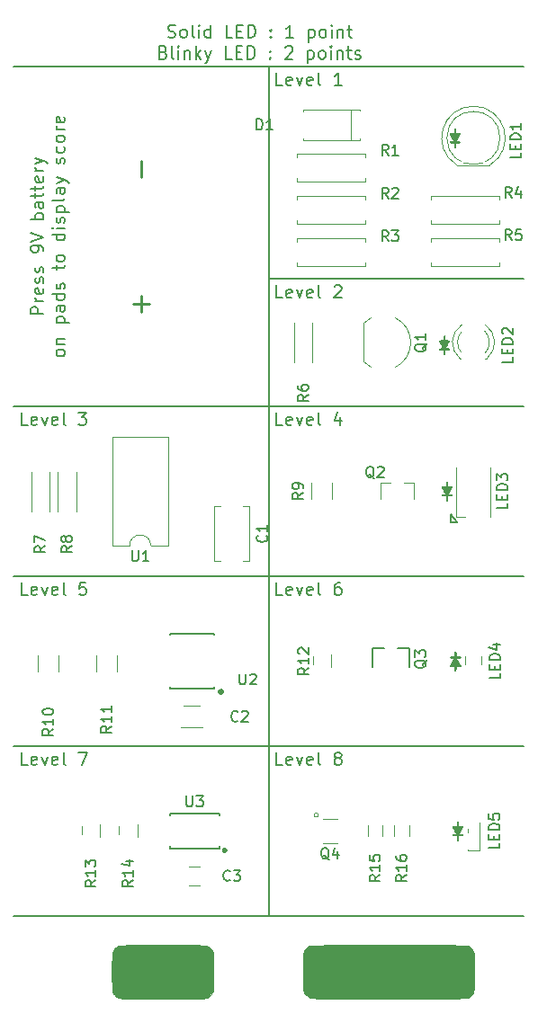
<source format=gto>
%TF.GenerationSoftware,KiCad,Pcbnew,(5.0.0)*%
%TF.CreationDate,2018-08-14T13:17:01+01:00*%
%TF.ProjectId,SolderChallenge,536F6C6465724368616C6C656E67652E,rev?*%
%TF.SameCoordinates,PX2faf080PY8f0d180*%
%TF.FileFunction,Legend,Top*%
%TF.FilePolarity,Positive*%
%FSLAX46Y46*%
G04 Gerber Fmt 4.6, Leading zero omitted, Abs format (unit mm)*
G04 Created by KiCad (PCBNEW (5.0.0)) date 08/14/18 13:17:01*
%MOMM*%
%LPD*%
G01*
G04 APERTURE LIST*
%ADD10C,0.150000*%
%ADD11C,0.200000*%
%ADD12C,0.120000*%
%ADD13C,0.300000*%
%ADD14C,0.010000*%
%ADD15C,0.100000*%
%ADD16C,0.290000*%
%ADD17C,2.032000*%
%ADD18R,1.400000X0.800000*%
%ADD19R,1.000000X1.900000*%
%ADD20R,1.200000X1.500000*%
%ADD21R,2.100000X2.400000*%
%ADD22O,2.000000X2.000000*%
%ADD23C,2.000000*%
%ADD24R,2.600000X2.600000*%
%ADD25O,2.600000X2.600000*%
%ADD26C,2.200000*%
%ADD27R,2.200000X2.200000*%
%ADD28R,1.950000X1.000000*%
%ADD29R,0.700000X0.800000*%
%ADD30R,1.850000X0.850000*%
%ADD31R,2.000000X2.000000*%
%ADD32R,1.300000X1.600000*%
%ADD33R,1.700000X1.900000*%
%ADD34C,1.800000*%
%ADD35O,1.800000X1.800000*%
%ADD36R,3.000000X1.900000*%
%ADD37R,1.900000X1.650000*%
%ADD38R,2.400000X2.000000*%
%ADD39C,1.920000*%
%ADD40R,1.920000X1.920000*%
%ADD41C,1.000000*%
G04 APERTURE END LIST*
D10*
X42700000Y47100000D02*
X42100000Y47800000D01*
X42100000Y47100000D02*
X42700000Y47100000D01*
X42100000Y47100000D02*
X42100000Y47800000D01*
D11*
X3792857Y66714286D02*
X2592857Y66714286D01*
X2592857Y67171429D01*
X2650000Y67285715D01*
X2707142Y67342858D01*
X2821428Y67400000D01*
X2992857Y67400000D01*
X3107142Y67342858D01*
X3164285Y67285715D01*
X3221428Y67171429D01*
X3221428Y66714286D01*
X3792857Y67914286D02*
X2992857Y67914286D01*
X3221428Y67914286D02*
X3107142Y67971429D01*
X3050000Y68028572D01*
X2992857Y68142858D01*
X2992857Y68257143D01*
X3735714Y69114286D02*
X3792857Y69000000D01*
X3792857Y68771429D01*
X3735714Y68657143D01*
X3621428Y68600000D01*
X3164285Y68600000D01*
X3050000Y68657143D01*
X2992857Y68771429D01*
X2992857Y69000000D01*
X3050000Y69114286D01*
X3164285Y69171429D01*
X3278571Y69171429D01*
X3392857Y68600000D01*
X3735714Y69628572D02*
X3792857Y69742858D01*
X3792857Y69971429D01*
X3735714Y70085715D01*
X3621428Y70142858D01*
X3564285Y70142858D01*
X3450000Y70085715D01*
X3392857Y69971429D01*
X3392857Y69800000D01*
X3335714Y69685715D01*
X3221428Y69628572D01*
X3164285Y69628572D01*
X3050000Y69685715D01*
X2992857Y69800000D01*
X2992857Y69971429D01*
X3050000Y70085715D01*
X3735714Y70600000D02*
X3792857Y70714286D01*
X3792857Y70942858D01*
X3735714Y71057143D01*
X3621428Y71114286D01*
X3564285Y71114286D01*
X3450000Y71057143D01*
X3392857Y70942858D01*
X3392857Y70771429D01*
X3335714Y70657143D01*
X3221428Y70600000D01*
X3164285Y70600000D01*
X3050000Y70657143D01*
X2992857Y70771429D01*
X2992857Y70942858D01*
X3050000Y71057143D01*
X3792857Y72600000D02*
X3792857Y72828572D01*
X3735714Y72942858D01*
X3678571Y73000000D01*
X3507142Y73114286D01*
X3278571Y73171429D01*
X2821428Y73171429D01*
X2707142Y73114286D01*
X2650000Y73057143D01*
X2592857Y72942858D01*
X2592857Y72714286D01*
X2650000Y72600000D01*
X2707142Y72542858D01*
X2821428Y72485715D01*
X3107142Y72485715D01*
X3221428Y72542858D01*
X3278571Y72600000D01*
X3335714Y72714286D01*
X3335714Y72942858D01*
X3278571Y73057143D01*
X3221428Y73114286D01*
X3107142Y73171429D01*
X2592857Y73514286D02*
X3792857Y73914286D01*
X2592857Y74314286D01*
X3792857Y75628572D02*
X2592857Y75628572D01*
X3050000Y75628572D02*
X2992857Y75742858D01*
X2992857Y75971429D01*
X3050000Y76085715D01*
X3107142Y76142858D01*
X3221428Y76200000D01*
X3564285Y76200000D01*
X3678571Y76142858D01*
X3735714Y76085715D01*
X3792857Y75971429D01*
X3792857Y75742858D01*
X3735714Y75628572D01*
X3792857Y77228572D02*
X3164285Y77228572D01*
X3050000Y77171429D01*
X2992857Y77057143D01*
X2992857Y76828572D01*
X3050000Y76714286D01*
X3735714Y77228572D02*
X3792857Y77114286D01*
X3792857Y76828572D01*
X3735714Y76714286D01*
X3621428Y76657143D01*
X3507142Y76657143D01*
X3392857Y76714286D01*
X3335714Y76828572D01*
X3335714Y77114286D01*
X3278571Y77228572D01*
X2992857Y77628572D02*
X2992857Y78085715D01*
X2592857Y77800000D02*
X3621428Y77800000D01*
X3735714Y77857143D01*
X3792857Y77971429D01*
X3792857Y78085715D01*
X2992857Y78314286D02*
X2992857Y78771429D01*
X2592857Y78485715D02*
X3621428Y78485715D01*
X3735714Y78542858D01*
X3792857Y78657143D01*
X3792857Y78771429D01*
X3735714Y79628572D02*
X3792857Y79514286D01*
X3792857Y79285715D01*
X3735714Y79171429D01*
X3621428Y79114286D01*
X3164285Y79114286D01*
X3050000Y79171429D01*
X2992857Y79285715D01*
X2992857Y79514286D01*
X3050000Y79628572D01*
X3164285Y79685715D01*
X3278571Y79685715D01*
X3392857Y79114286D01*
X3792857Y80200000D02*
X2992857Y80200000D01*
X3221428Y80200000D02*
X3107142Y80257143D01*
X3050000Y80314286D01*
X2992857Y80428572D01*
X2992857Y80542858D01*
X2992857Y80828572D02*
X3792857Y81114286D01*
X2992857Y81400000D02*
X3792857Y81114286D01*
X4078571Y81000000D01*
X4135714Y80942858D01*
X4192857Y80828572D01*
X5792857Y62942858D02*
X5735714Y62828572D01*
X5678571Y62771429D01*
X5564285Y62714286D01*
X5221428Y62714286D01*
X5107142Y62771429D01*
X5050000Y62828572D01*
X4992857Y62942858D01*
X4992857Y63114286D01*
X5050000Y63228572D01*
X5107142Y63285715D01*
X5221428Y63342858D01*
X5564285Y63342858D01*
X5678571Y63285715D01*
X5735714Y63228572D01*
X5792857Y63114286D01*
X5792857Y62942858D01*
X4992857Y63857143D02*
X5792857Y63857143D01*
X5107142Y63857143D02*
X5050000Y63914286D01*
X4992857Y64028572D01*
X4992857Y64200000D01*
X5050000Y64314286D01*
X5164285Y64371429D01*
X5792857Y64371429D01*
X4992857Y65857143D02*
X6192857Y65857143D01*
X5050000Y65857143D02*
X4992857Y65971429D01*
X4992857Y66200000D01*
X5050000Y66314286D01*
X5107142Y66371429D01*
X5221428Y66428572D01*
X5564285Y66428572D01*
X5678571Y66371429D01*
X5735714Y66314286D01*
X5792857Y66200000D01*
X5792857Y65971429D01*
X5735714Y65857143D01*
X5792857Y67457143D02*
X5164285Y67457143D01*
X5050000Y67400000D01*
X4992857Y67285715D01*
X4992857Y67057143D01*
X5050000Y66942858D01*
X5735714Y67457143D02*
X5792857Y67342858D01*
X5792857Y67057143D01*
X5735714Y66942858D01*
X5621428Y66885715D01*
X5507142Y66885715D01*
X5392857Y66942858D01*
X5335714Y67057143D01*
X5335714Y67342858D01*
X5278571Y67457143D01*
X5792857Y68542858D02*
X4592857Y68542858D01*
X5735714Y68542858D02*
X5792857Y68428572D01*
X5792857Y68200000D01*
X5735714Y68085715D01*
X5678571Y68028572D01*
X5564285Y67971429D01*
X5221428Y67971429D01*
X5107142Y68028572D01*
X5050000Y68085715D01*
X4992857Y68200000D01*
X4992857Y68428572D01*
X5050000Y68542858D01*
X5735714Y69057143D02*
X5792857Y69171429D01*
X5792857Y69400000D01*
X5735714Y69514286D01*
X5621428Y69571429D01*
X5564285Y69571429D01*
X5450000Y69514286D01*
X5392857Y69400000D01*
X5392857Y69228572D01*
X5335714Y69114286D01*
X5221428Y69057143D01*
X5164285Y69057143D01*
X5050000Y69114286D01*
X4992857Y69228572D01*
X4992857Y69400000D01*
X5050000Y69514286D01*
X4992857Y70828572D02*
X4992857Y71285715D01*
X4592857Y71000000D02*
X5621428Y71000000D01*
X5735714Y71057143D01*
X5792857Y71171429D01*
X5792857Y71285715D01*
X5792857Y71857143D02*
X5735714Y71742858D01*
X5678571Y71685715D01*
X5564285Y71628572D01*
X5221428Y71628572D01*
X5107142Y71685715D01*
X5050000Y71742858D01*
X4992857Y71857143D01*
X4992857Y72028572D01*
X5050000Y72142858D01*
X5107142Y72200000D01*
X5221428Y72257143D01*
X5564285Y72257143D01*
X5678571Y72200000D01*
X5735714Y72142858D01*
X5792857Y72028572D01*
X5792857Y71857143D01*
X5792857Y74200000D02*
X4592857Y74200000D01*
X5735714Y74200000D02*
X5792857Y74085715D01*
X5792857Y73857143D01*
X5735714Y73742858D01*
X5678571Y73685715D01*
X5564285Y73628572D01*
X5221428Y73628572D01*
X5107142Y73685715D01*
X5050000Y73742858D01*
X4992857Y73857143D01*
X4992857Y74085715D01*
X5050000Y74200000D01*
X5792857Y74771429D02*
X4992857Y74771429D01*
X4592857Y74771429D02*
X4650000Y74714286D01*
X4707142Y74771429D01*
X4650000Y74828572D01*
X4592857Y74771429D01*
X4707142Y74771429D01*
X5735714Y75285715D02*
X5792857Y75400000D01*
X5792857Y75628572D01*
X5735714Y75742858D01*
X5621428Y75800000D01*
X5564285Y75800000D01*
X5450000Y75742858D01*
X5392857Y75628572D01*
X5392857Y75457143D01*
X5335714Y75342858D01*
X5221428Y75285715D01*
X5164285Y75285715D01*
X5050000Y75342858D01*
X4992857Y75457143D01*
X4992857Y75628572D01*
X5050000Y75742858D01*
X4992857Y76314286D02*
X6192857Y76314286D01*
X5050000Y76314286D02*
X4992857Y76428572D01*
X4992857Y76657143D01*
X5050000Y76771429D01*
X5107142Y76828572D01*
X5221428Y76885715D01*
X5564285Y76885715D01*
X5678571Y76828572D01*
X5735714Y76771429D01*
X5792857Y76657143D01*
X5792857Y76428572D01*
X5735714Y76314286D01*
X5792857Y77571429D02*
X5735714Y77457143D01*
X5621428Y77400000D01*
X4592857Y77400000D01*
X5792857Y78542858D02*
X5164285Y78542858D01*
X5050000Y78485715D01*
X4992857Y78371429D01*
X4992857Y78142858D01*
X5050000Y78028572D01*
X5735714Y78542858D02*
X5792857Y78428572D01*
X5792857Y78142858D01*
X5735714Y78028572D01*
X5621428Y77971429D01*
X5507142Y77971429D01*
X5392857Y78028572D01*
X5335714Y78142858D01*
X5335714Y78428572D01*
X5278571Y78542858D01*
X4992857Y79000000D02*
X5792857Y79285715D01*
X4992857Y79571429D02*
X5792857Y79285715D01*
X6078571Y79171429D01*
X6135714Y79114286D01*
X6192857Y79000000D01*
X5735714Y80885715D02*
X5792857Y81000000D01*
X5792857Y81228572D01*
X5735714Y81342858D01*
X5621428Y81400000D01*
X5564285Y81400000D01*
X5450000Y81342858D01*
X5392857Y81228572D01*
X5392857Y81057143D01*
X5335714Y80942858D01*
X5221428Y80885715D01*
X5164285Y80885715D01*
X5050000Y80942858D01*
X4992857Y81057143D01*
X4992857Y81228572D01*
X5050000Y81342858D01*
X5735714Y82428572D02*
X5792857Y82314286D01*
X5792857Y82085715D01*
X5735714Y81971429D01*
X5678571Y81914286D01*
X5564285Y81857143D01*
X5221428Y81857143D01*
X5107142Y81914286D01*
X5050000Y81971429D01*
X4992857Y82085715D01*
X4992857Y82314286D01*
X5050000Y82428572D01*
X5792857Y83114286D02*
X5735714Y83000000D01*
X5678571Y82942858D01*
X5564285Y82885715D01*
X5221428Y82885715D01*
X5107142Y82942858D01*
X5050000Y83000000D01*
X4992857Y83114286D01*
X4992857Y83285715D01*
X5050000Y83400000D01*
X5107142Y83457143D01*
X5221428Y83514286D01*
X5564285Y83514286D01*
X5678571Y83457143D01*
X5735714Y83400000D01*
X5792857Y83285715D01*
X5792857Y83114286D01*
X5792857Y84028572D02*
X4992857Y84028572D01*
X5221428Y84028572D02*
X5107142Y84085715D01*
X5050000Y84142858D01*
X4992857Y84257143D01*
X4992857Y84371429D01*
X5735714Y85228572D02*
X5792857Y85114286D01*
X5792857Y84885715D01*
X5735714Y84771429D01*
X5621428Y84714286D01*
X5164285Y84714286D01*
X5050000Y84771429D01*
X4992857Y84885715D01*
X4992857Y85114286D01*
X5050000Y85228572D01*
X5164285Y85285715D01*
X5278571Y85285715D01*
X5392857Y84714286D01*
X15522857Y92764286D02*
X15694285Y92707143D01*
X15980000Y92707143D01*
X16094285Y92764286D01*
X16151428Y92821429D01*
X16208571Y92935715D01*
X16208571Y93050000D01*
X16151428Y93164286D01*
X16094285Y93221429D01*
X15980000Y93278572D01*
X15751428Y93335715D01*
X15637142Y93392858D01*
X15580000Y93450000D01*
X15522857Y93564286D01*
X15522857Y93678572D01*
X15580000Y93792858D01*
X15637142Y93850000D01*
X15751428Y93907143D01*
X16037142Y93907143D01*
X16208571Y93850000D01*
X16894285Y92707143D02*
X16780000Y92764286D01*
X16722857Y92821429D01*
X16665714Y92935715D01*
X16665714Y93278572D01*
X16722857Y93392858D01*
X16780000Y93450000D01*
X16894285Y93507143D01*
X17065714Y93507143D01*
X17180000Y93450000D01*
X17237142Y93392858D01*
X17294285Y93278572D01*
X17294285Y92935715D01*
X17237142Y92821429D01*
X17180000Y92764286D01*
X17065714Y92707143D01*
X16894285Y92707143D01*
X17980000Y92707143D02*
X17865714Y92764286D01*
X17808571Y92878572D01*
X17808571Y93907143D01*
X18437142Y92707143D02*
X18437142Y93507143D01*
X18437142Y93907143D02*
X18380000Y93850000D01*
X18437142Y93792858D01*
X18494285Y93850000D01*
X18437142Y93907143D01*
X18437142Y93792858D01*
X19522857Y92707143D02*
X19522857Y93907143D01*
X19522857Y92764286D02*
X19408571Y92707143D01*
X19180000Y92707143D01*
X19065714Y92764286D01*
X19008571Y92821429D01*
X18951428Y92935715D01*
X18951428Y93278572D01*
X19008571Y93392858D01*
X19065714Y93450000D01*
X19180000Y93507143D01*
X19408571Y93507143D01*
X19522857Y93450000D01*
X21580000Y92707143D02*
X21008571Y92707143D01*
X21008571Y93907143D01*
X21980000Y93335715D02*
X22380000Y93335715D01*
X22551428Y92707143D02*
X21980000Y92707143D01*
X21980000Y93907143D01*
X22551428Y93907143D01*
X23065714Y92707143D02*
X23065714Y93907143D01*
X23351428Y93907143D01*
X23522857Y93850000D01*
X23637142Y93735715D01*
X23694285Y93621429D01*
X23751428Y93392858D01*
X23751428Y93221429D01*
X23694285Y92992858D01*
X23637142Y92878572D01*
X23522857Y92764286D01*
X23351428Y92707143D01*
X23065714Y92707143D01*
X25180000Y92821429D02*
X25237142Y92764286D01*
X25180000Y92707143D01*
X25122857Y92764286D01*
X25180000Y92821429D01*
X25180000Y92707143D01*
X25180000Y93450000D02*
X25237142Y93392858D01*
X25180000Y93335715D01*
X25122857Y93392858D01*
X25180000Y93450000D01*
X25180000Y93335715D01*
X27294285Y92707143D02*
X26608571Y92707143D01*
X26951428Y92707143D02*
X26951428Y93907143D01*
X26837142Y93735715D01*
X26722857Y93621429D01*
X26608571Y93564286D01*
X28722857Y93507143D02*
X28722857Y92307143D01*
X28722857Y93450000D02*
X28837142Y93507143D01*
X29065714Y93507143D01*
X29180000Y93450000D01*
X29237142Y93392858D01*
X29294285Y93278572D01*
X29294285Y92935715D01*
X29237142Y92821429D01*
X29180000Y92764286D01*
X29065714Y92707143D01*
X28837142Y92707143D01*
X28722857Y92764286D01*
X29980000Y92707143D02*
X29865714Y92764286D01*
X29808571Y92821429D01*
X29751428Y92935715D01*
X29751428Y93278572D01*
X29808571Y93392858D01*
X29865714Y93450000D01*
X29980000Y93507143D01*
X30151428Y93507143D01*
X30265714Y93450000D01*
X30322857Y93392858D01*
X30380000Y93278572D01*
X30380000Y92935715D01*
X30322857Y92821429D01*
X30265714Y92764286D01*
X30151428Y92707143D01*
X29980000Y92707143D01*
X30894285Y92707143D02*
X30894285Y93507143D01*
X30894285Y93907143D02*
X30837142Y93850000D01*
X30894285Y93792858D01*
X30951428Y93850000D01*
X30894285Y93907143D01*
X30894285Y93792858D01*
X31465714Y93507143D02*
X31465714Y92707143D01*
X31465714Y93392858D02*
X31522857Y93450000D01*
X31637142Y93507143D01*
X31808571Y93507143D01*
X31922857Y93450000D01*
X31980000Y93335715D01*
X31980000Y92707143D01*
X32380000Y93507143D02*
X32837142Y93507143D01*
X32551428Y93907143D02*
X32551428Y92878572D01*
X32608571Y92764286D01*
X32722857Y92707143D01*
X32837142Y92707143D01*
X15065714Y91335715D02*
X15237142Y91278572D01*
X15294285Y91221429D01*
X15351428Y91107143D01*
X15351428Y90935715D01*
X15294285Y90821429D01*
X15237142Y90764286D01*
X15122857Y90707143D01*
X14665714Y90707143D01*
X14665714Y91907143D01*
X15065714Y91907143D01*
X15180000Y91850000D01*
X15237142Y91792858D01*
X15294285Y91678572D01*
X15294285Y91564286D01*
X15237142Y91450000D01*
X15180000Y91392858D01*
X15065714Y91335715D01*
X14665714Y91335715D01*
X16037142Y90707143D02*
X15922857Y90764286D01*
X15865714Y90878572D01*
X15865714Y91907143D01*
X16494285Y90707143D02*
X16494285Y91507143D01*
X16494285Y91907143D02*
X16437142Y91850000D01*
X16494285Y91792858D01*
X16551428Y91850000D01*
X16494285Y91907143D01*
X16494285Y91792858D01*
X17065714Y91507143D02*
X17065714Y90707143D01*
X17065714Y91392858D02*
X17122857Y91450000D01*
X17237142Y91507143D01*
X17408571Y91507143D01*
X17522857Y91450000D01*
X17580000Y91335715D01*
X17580000Y90707143D01*
X18151428Y90707143D02*
X18151428Y91907143D01*
X18265714Y91164286D02*
X18608571Y90707143D01*
X18608571Y91507143D02*
X18151428Y91050000D01*
X19008571Y91507143D02*
X19294285Y90707143D01*
X19580000Y91507143D02*
X19294285Y90707143D01*
X19180000Y90421429D01*
X19122857Y90364286D01*
X19008571Y90307143D01*
X21522857Y90707143D02*
X20951428Y90707143D01*
X20951428Y91907143D01*
X21922857Y91335715D02*
X22322857Y91335715D01*
X22494285Y90707143D02*
X21922857Y90707143D01*
X21922857Y91907143D01*
X22494285Y91907143D01*
X23008571Y90707143D02*
X23008571Y91907143D01*
X23294285Y91907143D01*
X23465714Y91850000D01*
X23580000Y91735715D01*
X23637142Y91621429D01*
X23694285Y91392858D01*
X23694285Y91221429D01*
X23637142Y90992858D01*
X23580000Y90878572D01*
X23465714Y90764286D01*
X23294285Y90707143D01*
X23008571Y90707143D01*
X25122857Y90821429D02*
X25180000Y90764286D01*
X25122857Y90707143D01*
X25065714Y90764286D01*
X25122857Y90821429D01*
X25122857Y90707143D01*
X25122857Y91450000D02*
X25180000Y91392858D01*
X25122857Y91335715D01*
X25065714Y91392858D01*
X25122857Y91450000D01*
X25122857Y91335715D01*
X26551428Y91792858D02*
X26608571Y91850000D01*
X26722857Y91907143D01*
X27008571Y91907143D01*
X27122857Y91850000D01*
X27180000Y91792858D01*
X27237142Y91678572D01*
X27237142Y91564286D01*
X27180000Y91392858D01*
X26494285Y90707143D01*
X27237142Y90707143D01*
X28665714Y91507143D02*
X28665714Y90307143D01*
X28665714Y91450000D02*
X28780000Y91507143D01*
X29008571Y91507143D01*
X29122857Y91450000D01*
X29180000Y91392858D01*
X29237142Y91278572D01*
X29237142Y90935715D01*
X29180000Y90821429D01*
X29122857Y90764286D01*
X29008571Y90707143D01*
X28780000Y90707143D01*
X28665714Y90764286D01*
X29922857Y90707143D02*
X29808571Y90764286D01*
X29751428Y90821429D01*
X29694285Y90935715D01*
X29694285Y91278572D01*
X29751428Y91392858D01*
X29808571Y91450000D01*
X29922857Y91507143D01*
X30094285Y91507143D01*
X30208571Y91450000D01*
X30265714Y91392858D01*
X30322857Y91278572D01*
X30322857Y90935715D01*
X30265714Y90821429D01*
X30208571Y90764286D01*
X30094285Y90707143D01*
X29922857Y90707143D01*
X30837142Y90707143D02*
X30837142Y91507143D01*
X30837142Y91907143D02*
X30780000Y91850000D01*
X30837142Y91792858D01*
X30894285Y91850000D01*
X30837142Y91907143D01*
X30837142Y91792858D01*
X31408571Y91507143D02*
X31408571Y90707143D01*
X31408571Y91392858D02*
X31465714Y91450000D01*
X31580000Y91507143D01*
X31751428Y91507143D01*
X31865714Y91450000D01*
X31922857Y91335715D01*
X31922857Y90707143D01*
X32322857Y91507143D02*
X32780000Y91507143D01*
X32494285Y91907143D02*
X32494285Y90878572D01*
X32551428Y90764286D01*
X32665714Y90707143D01*
X32780000Y90707143D01*
X33122857Y90764286D02*
X33237142Y90707143D01*
X33465714Y90707143D01*
X33580000Y90764286D01*
X33637142Y90878572D01*
X33637142Y90935715D01*
X33580000Y91050000D01*
X33465714Y91107143D01*
X33294285Y91107143D01*
X33180000Y91164286D01*
X33122857Y91278572D01*
X33122857Y91335715D01*
X33180000Y91450000D01*
X33294285Y91507143D01*
X33465714Y91507143D01*
X33580000Y91450000D01*
X26292857Y24207143D02*
X25721428Y24207143D01*
X25721428Y25407143D01*
X27150000Y24264286D02*
X27035714Y24207143D01*
X26807142Y24207143D01*
X26692857Y24264286D01*
X26635714Y24378572D01*
X26635714Y24835715D01*
X26692857Y24950000D01*
X26807142Y25007143D01*
X27035714Y25007143D01*
X27150000Y24950000D01*
X27207142Y24835715D01*
X27207142Y24721429D01*
X26635714Y24607143D01*
X27607142Y25007143D02*
X27892857Y24207143D01*
X28178571Y25007143D01*
X29092857Y24264286D02*
X28978571Y24207143D01*
X28750000Y24207143D01*
X28635714Y24264286D01*
X28578571Y24378572D01*
X28578571Y24835715D01*
X28635714Y24950000D01*
X28750000Y25007143D01*
X28978571Y25007143D01*
X29092857Y24950000D01*
X29150000Y24835715D01*
X29150000Y24721429D01*
X28578571Y24607143D01*
X29835714Y24207143D02*
X29721428Y24264286D01*
X29664285Y24378572D01*
X29664285Y25407143D01*
X31378571Y24892858D02*
X31264285Y24950000D01*
X31207142Y25007143D01*
X31150000Y25121429D01*
X31150000Y25178572D01*
X31207142Y25292858D01*
X31264285Y25350000D01*
X31378571Y25407143D01*
X31607142Y25407143D01*
X31721428Y25350000D01*
X31778571Y25292858D01*
X31835714Y25178572D01*
X31835714Y25121429D01*
X31778571Y25007143D01*
X31721428Y24950000D01*
X31607142Y24892858D01*
X31378571Y24892858D01*
X31264285Y24835715D01*
X31207142Y24778572D01*
X31150000Y24664286D01*
X31150000Y24435715D01*
X31207142Y24321429D01*
X31264285Y24264286D01*
X31378571Y24207143D01*
X31607142Y24207143D01*
X31721428Y24264286D01*
X31778571Y24321429D01*
X31835714Y24435715D01*
X31835714Y24664286D01*
X31778571Y24778572D01*
X31721428Y24835715D01*
X31607142Y24892858D01*
X2292857Y24207143D02*
X1721428Y24207143D01*
X1721428Y25407143D01*
X3150000Y24264286D02*
X3035714Y24207143D01*
X2807142Y24207143D01*
X2692857Y24264286D01*
X2635714Y24378572D01*
X2635714Y24835715D01*
X2692857Y24950000D01*
X2807142Y25007143D01*
X3035714Y25007143D01*
X3150000Y24950000D01*
X3207142Y24835715D01*
X3207142Y24721429D01*
X2635714Y24607143D01*
X3607142Y25007143D02*
X3892857Y24207143D01*
X4178571Y25007143D01*
X5092857Y24264286D02*
X4978571Y24207143D01*
X4750000Y24207143D01*
X4635714Y24264286D01*
X4578571Y24378572D01*
X4578571Y24835715D01*
X4635714Y24950000D01*
X4750000Y25007143D01*
X4978571Y25007143D01*
X5092857Y24950000D01*
X5150000Y24835715D01*
X5150000Y24721429D01*
X4578571Y24607143D01*
X5835714Y24207143D02*
X5721428Y24264286D01*
X5664285Y24378572D01*
X5664285Y25407143D01*
X7092857Y25407143D02*
X7892857Y25407143D01*
X7378571Y24207143D01*
X26292857Y40207143D02*
X25721428Y40207143D01*
X25721428Y41407143D01*
X27150000Y40264286D02*
X27035714Y40207143D01*
X26807142Y40207143D01*
X26692857Y40264286D01*
X26635714Y40378572D01*
X26635714Y40835715D01*
X26692857Y40950000D01*
X26807142Y41007143D01*
X27035714Y41007143D01*
X27150000Y40950000D01*
X27207142Y40835715D01*
X27207142Y40721429D01*
X26635714Y40607143D01*
X27607142Y41007143D02*
X27892857Y40207143D01*
X28178571Y41007143D01*
X29092857Y40264286D02*
X28978571Y40207143D01*
X28750000Y40207143D01*
X28635714Y40264286D01*
X28578571Y40378572D01*
X28578571Y40835715D01*
X28635714Y40950000D01*
X28750000Y41007143D01*
X28978571Y41007143D01*
X29092857Y40950000D01*
X29150000Y40835715D01*
X29150000Y40721429D01*
X28578571Y40607143D01*
X29835714Y40207143D02*
X29721428Y40264286D01*
X29664285Y40378572D01*
X29664285Y41407143D01*
X31721428Y41407143D02*
X31492857Y41407143D01*
X31378571Y41350000D01*
X31321428Y41292858D01*
X31207142Y41121429D01*
X31150000Y40892858D01*
X31150000Y40435715D01*
X31207142Y40321429D01*
X31264285Y40264286D01*
X31378571Y40207143D01*
X31607142Y40207143D01*
X31721428Y40264286D01*
X31778571Y40321429D01*
X31835714Y40435715D01*
X31835714Y40721429D01*
X31778571Y40835715D01*
X31721428Y40892858D01*
X31607142Y40950000D01*
X31378571Y40950000D01*
X31264285Y40892858D01*
X31207142Y40835715D01*
X31150000Y40721429D01*
X2292857Y40207143D02*
X1721428Y40207143D01*
X1721428Y41407143D01*
X3150000Y40264286D02*
X3035714Y40207143D01*
X2807142Y40207143D01*
X2692857Y40264286D01*
X2635714Y40378572D01*
X2635714Y40835715D01*
X2692857Y40950000D01*
X2807142Y41007143D01*
X3035714Y41007143D01*
X3150000Y40950000D01*
X3207142Y40835715D01*
X3207142Y40721429D01*
X2635714Y40607143D01*
X3607142Y41007143D02*
X3892857Y40207143D01*
X4178571Y41007143D01*
X5092857Y40264286D02*
X4978571Y40207143D01*
X4750000Y40207143D01*
X4635714Y40264286D01*
X4578571Y40378572D01*
X4578571Y40835715D01*
X4635714Y40950000D01*
X4750000Y41007143D01*
X4978571Y41007143D01*
X5092857Y40950000D01*
X5150000Y40835715D01*
X5150000Y40721429D01*
X4578571Y40607143D01*
X5835714Y40207143D02*
X5721428Y40264286D01*
X5664285Y40378572D01*
X5664285Y41407143D01*
X7778571Y41407143D02*
X7207142Y41407143D01*
X7150000Y40835715D01*
X7207142Y40892858D01*
X7321428Y40950000D01*
X7607142Y40950000D01*
X7721428Y40892858D01*
X7778571Y40835715D01*
X7835714Y40721429D01*
X7835714Y40435715D01*
X7778571Y40321429D01*
X7721428Y40264286D01*
X7607142Y40207143D01*
X7321428Y40207143D01*
X7207142Y40264286D01*
X7150000Y40321429D01*
X26292857Y56207143D02*
X25721428Y56207143D01*
X25721428Y57407143D01*
X27150000Y56264286D02*
X27035714Y56207143D01*
X26807142Y56207143D01*
X26692857Y56264286D01*
X26635714Y56378572D01*
X26635714Y56835715D01*
X26692857Y56950000D01*
X26807142Y57007143D01*
X27035714Y57007143D01*
X27150000Y56950000D01*
X27207142Y56835715D01*
X27207142Y56721429D01*
X26635714Y56607143D01*
X27607142Y57007143D02*
X27892857Y56207143D01*
X28178571Y57007143D01*
X29092857Y56264286D02*
X28978571Y56207143D01*
X28750000Y56207143D01*
X28635714Y56264286D01*
X28578571Y56378572D01*
X28578571Y56835715D01*
X28635714Y56950000D01*
X28750000Y57007143D01*
X28978571Y57007143D01*
X29092857Y56950000D01*
X29150000Y56835715D01*
X29150000Y56721429D01*
X28578571Y56607143D01*
X29835714Y56207143D02*
X29721428Y56264286D01*
X29664285Y56378572D01*
X29664285Y57407143D01*
X31721428Y57007143D02*
X31721428Y56207143D01*
X31435714Y57464286D02*
X31150000Y56607143D01*
X31892857Y56607143D01*
X2292857Y56207143D02*
X1721428Y56207143D01*
X1721428Y57407143D01*
X3150000Y56264286D02*
X3035714Y56207143D01*
X2807142Y56207143D01*
X2692857Y56264286D01*
X2635714Y56378572D01*
X2635714Y56835715D01*
X2692857Y56950000D01*
X2807142Y57007143D01*
X3035714Y57007143D01*
X3150000Y56950000D01*
X3207142Y56835715D01*
X3207142Y56721429D01*
X2635714Y56607143D01*
X3607142Y57007143D02*
X3892857Y56207143D01*
X4178571Y57007143D01*
X5092857Y56264286D02*
X4978571Y56207143D01*
X4750000Y56207143D01*
X4635714Y56264286D01*
X4578571Y56378572D01*
X4578571Y56835715D01*
X4635714Y56950000D01*
X4750000Y57007143D01*
X4978571Y57007143D01*
X5092857Y56950000D01*
X5150000Y56835715D01*
X5150000Y56721429D01*
X4578571Y56607143D01*
X5835714Y56207143D02*
X5721428Y56264286D01*
X5664285Y56378572D01*
X5664285Y57407143D01*
X7092857Y57407143D02*
X7835714Y57407143D01*
X7435714Y56950000D01*
X7607142Y56950000D01*
X7721428Y56892858D01*
X7778571Y56835715D01*
X7835714Y56721429D01*
X7835714Y56435715D01*
X7778571Y56321429D01*
X7721428Y56264286D01*
X7607142Y56207143D01*
X7264285Y56207143D01*
X7150000Y56264286D01*
X7092857Y56321429D01*
X26292857Y88207143D02*
X25721428Y88207143D01*
X25721428Y89407143D01*
X27150000Y88264286D02*
X27035714Y88207143D01*
X26807142Y88207143D01*
X26692857Y88264286D01*
X26635714Y88378572D01*
X26635714Y88835715D01*
X26692857Y88950000D01*
X26807142Y89007143D01*
X27035714Y89007143D01*
X27150000Y88950000D01*
X27207142Y88835715D01*
X27207142Y88721429D01*
X26635714Y88607143D01*
X27607142Y89007143D02*
X27892857Y88207143D01*
X28178571Y89007143D01*
X29092857Y88264286D02*
X28978571Y88207143D01*
X28750000Y88207143D01*
X28635714Y88264286D01*
X28578571Y88378572D01*
X28578571Y88835715D01*
X28635714Y88950000D01*
X28750000Y89007143D01*
X28978571Y89007143D01*
X29092857Y88950000D01*
X29150000Y88835715D01*
X29150000Y88721429D01*
X28578571Y88607143D01*
X29835714Y88207143D02*
X29721428Y88264286D01*
X29664285Y88378572D01*
X29664285Y89407143D01*
X31835714Y88207143D02*
X31150000Y88207143D01*
X31492857Y88207143D02*
X31492857Y89407143D01*
X31378571Y89235715D01*
X31264285Y89121429D01*
X31150000Y89064286D01*
X26292857Y68207143D02*
X25721428Y68207143D01*
X25721428Y69407143D01*
X27150000Y68264286D02*
X27035714Y68207143D01*
X26807142Y68207143D01*
X26692857Y68264286D01*
X26635714Y68378572D01*
X26635714Y68835715D01*
X26692857Y68950000D01*
X26807142Y69007143D01*
X27035714Y69007143D01*
X27150000Y68950000D01*
X27207142Y68835715D01*
X27207142Y68721429D01*
X26635714Y68607143D01*
X27607142Y69007143D02*
X27892857Y68207143D01*
X28178571Y69007143D01*
X29092857Y68264286D02*
X28978571Y68207143D01*
X28750000Y68207143D01*
X28635714Y68264286D01*
X28578571Y68378572D01*
X28578571Y68835715D01*
X28635714Y68950000D01*
X28750000Y69007143D01*
X28978571Y69007143D01*
X29092857Y68950000D01*
X29150000Y68835715D01*
X29150000Y68721429D01*
X28578571Y68607143D01*
X29835714Y68207143D02*
X29721428Y68264286D01*
X29664285Y68378572D01*
X29664285Y69407143D01*
X31150000Y69292858D02*
X31207142Y69350000D01*
X31321428Y69407143D01*
X31607142Y69407143D01*
X31721428Y69350000D01*
X31778571Y69292858D01*
X31835714Y69178572D01*
X31835714Y69064286D01*
X31778571Y68892858D01*
X31092857Y68207143D01*
X31835714Y68207143D01*
X1000000Y26000000D02*
X49000000Y26000000D01*
X1000000Y42000000D02*
X49000000Y42000000D01*
X1000000Y58000000D02*
X49000000Y58000000D01*
X25000000Y70000000D02*
X49000000Y70000000D01*
X1000000Y10000000D02*
X49000000Y10000000D01*
X25000000Y90000000D02*
X25000000Y10000000D01*
X1000000Y90000000D02*
X49000000Y90000000D01*
D12*
X30050000Y16840000D02*
X31450000Y16840000D01*
X31450000Y19160000D02*
X30050000Y19160000D01*
X38655000Y50760000D02*
X38655000Y49300000D01*
X35495000Y50760000D02*
X35495000Y49249868D01*
X35495000Y50760000D02*
X36425000Y50760000D01*
X38655000Y50760000D02*
X37725000Y50760000D01*
X43700000Y16200000D02*
X44800000Y16200000D01*
X44800000Y16200000D02*
X44800000Y18800000D01*
X43700000Y16200000D02*
X43700000Y18800000D01*
X8780000Y32750000D02*
X8780000Y34750000D01*
X10720000Y34750000D02*
X10720000Y32750000D01*
X5220000Y34750000D02*
X5220000Y32750000D01*
X3280000Y32750000D02*
X3280000Y34750000D01*
X29030000Y49000000D02*
X29030000Y51000000D01*
X30970000Y51000000D02*
X30970000Y49000000D01*
X40290000Y73810000D02*
X40290000Y73480000D01*
X46710000Y73810000D02*
X40290000Y73810000D01*
X46710000Y73480000D02*
X46710000Y73810000D01*
X40290000Y71190000D02*
X40290000Y71520000D01*
X46710000Y71190000D02*
X40290000Y71190000D01*
X46710000Y71520000D02*
X46710000Y71190000D01*
X40290000Y77810000D02*
X40290000Y77480000D01*
X46710000Y77810000D02*
X40290000Y77810000D01*
X46710000Y77480000D02*
X46710000Y77810000D01*
X40290000Y75190000D02*
X40290000Y75520000D01*
X46710000Y75190000D02*
X40290000Y75190000D01*
X46710000Y75520000D02*
X46710000Y75190000D01*
X34090000Y71190000D02*
X34090000Y71520000D01*
X27670000Y71190000D02*
X34090000Y71190000D01*
X27670000Y71520000D02*
X27670000Y71190000D01*
X34090000Y73810000D02*
X34090000Y73480000D01*
X27670000Y73810000D02*
X34090000Y73810000D01*
X27670000Y73480000D02*
X27670000Y73810000D01*
X34090000Y75190000D02*
X34090000Y75520000D01*
X27670000Y75190000D02*
X34090000Y75190000D01*
X27670000Y75520000D02*
X27670000Y75190000D01*
X34090000Y77810000D02*
X34090000Y77480000D01*
X27670000Y77810000D02*
X34090000Y77810000D01*
X27670000Y77480000D02*
X27670000Y77810000D01*
X34090000Y79190000D02*
X34090000Y79520000D01*
X27670000Y79190000D02*
X34090000Y79190000D01*
X27670000Y79520000D02*
X27670000Y79190000D01*
X34090000Y81810000D02*
X34090000Y81480000D01*
X27670000Y81810000D02*
X34090000Y81810000D01*
X27670000Y81480000D02*
X27670000Y81810000D01*
X33550000Y83220000D02*
X33550000Y83090000D01*
X33550000Y83090000D02*
X28230000Y83090000D01*
X28230000Y83090000D02*
X28230000Y83220000D01*
X33550000Y85780000D02*
X33550000Y85910000D01*
X33550000Y85910000D02*
X28230000Y85910000D01*
X28230000Y85910000D02*
X28230000Y85780000D01*
X32710000Y83090000D02*
X32710000Y85910000D01*
X45330000Y62460000D02*
X45486000Y62460000D01*
X43014000Y62460000D02*
X43170000Y62460000D01*
X45329837Y65061130D02*
G75*
G02X45330000Y62979039I-1079837J-1041130D01*
G01*
X43170163Y65061130D02*
G75*
G03X43170000Y62979039I1079837J-1041130D01*
G01*
X45328608Y65692335D02*
G75*
G02X45485516Y62460000I-1078608J-1672335D01*
G01*
X43171392Y65692335D02*
G75*
G03X43014484Y62460000I1078608J-1672335D01*
G01*
X23160000Y48610000D02*
X23160000Y43390000D01*
X19840000Y48610000D02*
X19840000Y43390000D01*
X23160000Y48610000D02*
X22496000Y48610000D01*
X20504000Y48610000D02*
X19840000Y48610000D01*
X23160000Y43390000D02*
X22496000Y43390000D01*
X20504000Y43390000D02*
X19840000Y43390000D01*
D13*
X20340800Y31104400D02*
G75*
G02X20645600Y31104400I152400J0D01*
G01*
X20645600Y31104400D02*
G75*
G02X20340800Y31104400I-152400J0D01*
G01*
D10*
X19825000Y36575000D02*
X15675000Y36575000D01*
X19825000Y31425000D02*
X15675000Y31425000D01*
X19825000Y36575000D02*
X19825000Y36430000D01*
X15675000Y36575000D02*
X15675000Y36430000D01*
X15675000Y31425000D02*
X15675000Y31570000D01*
X19825000Y31425000D02*
X19825000Y31570000D01*
D11*
X34750000Y35200000D02*
X35850000Y35200000D01*
X34750000Y33400000D02*
X34750000Y35200000D01*
X38250000Y35200000D02*
X37150000Y35200000D01*
X38250000Y33400000D02*
X38250000Y35200000D01*
D10*
X20325000Y16375000D02*
X20325000Y16575000D01*
X15675000Y16375000D02*
X15675000Y16575000D01*
X15675000Y19625000D02*
X15675000Y19425000D01*
X20325000Y19625000D02*
X20325000Y19425000D01*
X20325000Y16375000D02*
X15675000Y16375000D01*
X20325000Y19625000D02*
X15675000Y19625000D01*
D13*
X20971800Y16171200D02*
G75*
G02X20717800Y16171200I-127000J0D01*
G01*
X20717800Y16171200D02*
G75*
G02X20971800Y16171200I127000J0D01*
G01*
D14*
G36*
X42943007Y82850234D02*
X42864553Y82830731D01*
X42754000Y82826667D01*
X42542333Y82826667D01*
X42542333Y82593834D01*
X42536632Y82453421D01*
X42516628Y82381131D01*
X42478833Y82361000D01*
X42440539Y82381904D01*
X42420823Y82455252D01*
X42415333Y82593834D01*
X42415333Y82826667D01*
X42203666Y82826667D01*
X42070557Y82833465D01*
X42005544Y82857001D01*
X41992000Y82890167D01*
X42016931Y82932021D01*
X42101701Y82951085D01*
X42182500Y82953667D01*
X42296150Y82958267D01*
X42364290Y82969903D01*
X42373000Y82976806D01*
X42353199Y83021376D01*
X42300200Y83121181D01*
X42223606Y83258405D01*
X42182500Y83330216D01*
X42098096Y83479422D01*
X42032861Y83600211D01*
X41996431Y83674483D01*
X41992000Y83688077D01*
X42030094Y83703819D01*
X42127488Y83713809D01*
X42203666Y83715667D01*
X42415333Y83715667D01*
X42415333Y83927334D01*
X42422131Y84060443D01*
X42445667Y84125456D01*
X42478833Y84139000D01*
X42518766Y84116341D01*
X42538270Y84037887D01*
X42542333Y83927334D01*
X42542333Y83715667D01*
X42754000Y83715667D01*
X42874773Y83710702D01*
X42951408Y83698007D01*
X42965666Y83688077D01*
X42945823Y83641450D01*
X42892716Y83539931D01*
X42815982Y83401621D01*
X42775167Y83330216D01*
X42690849Y83181629D01*
X42625646Y83062150D01*
X42589162Y82989593D01*
X42584667Y82976806D01*
X42622534Y82963002D01*
X42718334Y82954725D01*
X42775166Y82953667D01*
X42900728Y82945357D01*
X42957921Y82917100D01*
X42965666Y82890167D01*
X42943007Y82850234D01*
X42943007Y82850234D01*
G37*
X42943007Y82850234D02*
X42864553Y82830731D01*
X42754000Y82826667D01*
X42542333Y82826667D01*
X42542333Y82593834D01*
X42536632Y82453421D01*
X42516628Y82381131D01*
X42478833Y82361000D01*
X42440539Y82381904D01*
X42420823Y82455252D01*
X42415333Y82593834D01*
X42415333Y82826667D01*
X42203666Y82826667D01*
X42070557Y82833465D01*
X42005544Y82857001D01*
X41992000Y82890167D01*
X42016931Y82932021D01*
X42101701Y82951085D01*
X42182500Y82953667D01*
X42296150Y82958267D01*
X42364290Y82969903D01*
X42373000Y82976806D01*
X42353199Y83021376D01*
X42300200Y83121181D01*
X42223606Y83258405D01*
X42182500Y83330216D01*
X42098096Y83479422D01*
X42032861Y83600211D01*
X41996431Y83674483D01*
X41992000Y83688077D01*
X42030094Y83703819D01*
X42127488Y83713809D01*
X42203666Y83715667D01*
X42415333Y83715667D01*
X42415333Y83927334D01*
X42422131Y84060443D01*
X42445667Y84125456D01*
X42478833Y84139000D01*
X42518766Y84116341D01*
X42538270Y84037887D01*
X42542333Y83927334D01*
X42542333Y83715667D01*
X42754000Y83715667D01*
X42874773Y83710702D01*
X42951408Y83698007D01*
X42965666Y83688077D01*
X42945823Y83641450D01*
X42892716Y83539931D01*
X42815982Y83401621D01*
X42775167Y83330216D01*
X42690849Y83181629D01*
X42625646Y83062150D01*
X42589162Y82989593D01*
X42584667Y82976806D01*
X42622534Y82963002D01*
X42718334Y82954725D01*
X42775166Y82953667D01*
X42900728Y82945357D01*
X42957921Y82917100D01*
X42965666Y82890167D01*
X42943007Y82850234D01*
G36*
X41943007Y63350234D02*
X41864553Y63330731D01*
X41754000Y63326667D01*
X41542333Y63326667D01*
X41542333Y63093834D01*
X41536632Y62953421D01*
X41516628Y62881131D01*
X41478833Y62861000D01*
X41440539Y62881904D01*
X41420823Y62955252D01*
X41415333Y63093834D01*
X41415333Y63326667D01*
X41203666Y63326667D01*
X41070557Y63333465D01*
X41005544Y63357001D01*
X40992000Y63390167D01*
X41016931Y63432021D01*
X41101701Y63451085D01*
X41182500Y63453667D01*
X41296150Y63458267D01*
X41364290Y63469903D01*
X41373000Y63476806D01*
X41353199Y63521376D01*
X41300200Y63621181D01*
X41223606Y63758405D01*
X41182500Y63830216D01*
X41098096Y63979422D01*
X41032861Y64100211D01*
X40996431Y64174483D01*
X40992000Y64188077D01*
X41030094Y64203819D01*
X41127488Y64213809D01*
X41203666Y64215667D01*
X41415333Y64215667D01*
X41415333Y64427334D01*
X41422131Y64560443D01*
X41445667Y64625456D01*
X41478833Y64639000D01*
X41518766Y64616341D01*
X41538270Y64537887D01*
X41542333Y64427334D01*
X41542333Y64215667D01*
X41754000Y64215667D01*
X41874773Y64210702D01*
X41951408Y64198007D01*
X41965666Y64188077D01*
X41945823Y64141450D01*
X41892716Y64039931D01*
X41815982Y63901621D01*
X41775167Y63830216D01*
X41690849Y63681629D01*
X41625646Y63562150D01*
X41589162Y63489593D01*
X41584667Y63476806D01*
X41622534Y63463002D01*
X41718334Y63454725D01*
X41775166Y63453667D01*
X41900728Y63445357D01*
X41957921Y63417100D01*
X41965666Y63390167D01*
X41943007Y63350234D01*
X41943007Y63350234D01*
G37*
X41943007Y63350234D02*
X41864553Y63330731D01*
X41754000Y63326667D01*
X41542333Y63326667D01*
X41542333Y63093834D01*
X41536632Y62953421D01*
X41516628Y62881131D01*
X41478833Y62861000D01*
X41440539Y62881904D01*
X41420823Y62955252D01*
X41415333Y63093834D01*
X41415333Y63326667D01*
X41203666Y63326667D01*
X41070557Y63333465D01*
X41005544Y63357001D01*
X40992000Y63390167D01*
X41016931Y63432021D01*
X41101701Y63451085D01*
X41182500Y63453667D01*
X41296150Y63458267D01*
X41364290Y63469903D01*
X41373000Y63476806D01*
X41353199Y63521376D01*
X41300200Y63621181D01*
X41223606Y63758405D01*
X41182500Y63830216D01*
X41098096Y63979422D01*
X41032861Y64100211D01*
X40996431Y64174483D01*
X40992000Y64188077D01*
X41030094Y64203819D01*
X41127488Y64213809D01*
X41203666Y64215667D01*
X41415333Y64215667D01*
X41415333Y64427334D01*
X41422131Y64560443D01*
X41445667Y64625456D01*
X41478833Y64639000D01*
X41518766Y64616341D01*
X41538270Y64537887D01*
X41542333Y64427334D01*
X41542333Y64215667D01*
X41754000Y64215667D01*
X41874773Y64210702D01*
X41951408Y64198007D01*
X41965666Y64188077D01*
X41945823Y64141450D01*
X41892716Y64039931D01*
X41815982Y63901621D01*
X41775167Y63830216D01*
X41690849Y63681629D01*
X41625646Y63562150D01*
X41589162Y63489593D01*
X41584667Y63476806D01*
X41622534Y63463002D01*
X41718334Y63454725D01*
X41775166Y63453667D01*
X41900728Y63445357D01*
X41957921Y63417100D01*
X41965666Y63390167D01*
X41943007Y63350234D01*
G36*
X42193007Y49600234D02*
X42114553Y49580731D01*
X42004000Y49576667D01*
X41792333Y49576667D01*
X41792333Y49343834D01*
X41786632Y49203421D01*
X41766628Y49131131D01*
X41728833Y49111000D01*
X41690539Y49131904D01*
X41670823Y49205252D01*
X41665333Y49343834D01*
X41665333Y49576667D01*
X41453666Y49576667D01*
X41320557Y49583465D01*
X41255544Y49607001D01*
X41242000Y49640167D01*
X41266931Y49682021D01*
X41351701Y49701085D01*
X41432500Y49703667D01*
X41546150Y49708267D01*
X41614290Y49719903D01*
X41623000Y49726806D01*
X41603199Y49771376D01*
X41550200Y49871181D01*
X41473606Y50008405D01*
X41432500Y50080216D01*
X41348096Y50229422D01*
X41282861Y50350211D01*
X41246431Y50424483D01*
X41242000Y50438077D01*
X41280094Y50453819D01*
X41377488Y50463809D01*
X41453666Y50465667D01*
X41665333Y50465667D01*
X41665333Y50677334D01*
X41672131Y50810443D01*
X41695667Y50875456D01*
X41728833Y50889000D01*
X41768766Y50866341D01*
X41788270Y50787887D01*
X41792333Y50677334D01*
X41792333Y50465667D01*
X42004000Y50465667D01*
X42124773Y50460702D01*
X42201408Y50448007D01*
X42215666Y50438077D01*
X42195823Y50391450D01*
X42142716Y50289931D01*
X42065982Y50151621D01*
X42025167Y50080216D01*
X41940849Y49931629D01*
X41875646Y49812150D01*
X41839162Y49739593D01*
X41834667Y49726806D01*
X41872534Y49713002D01*
X41968334Y49704725D01*
X42025166Y49703667D01*
X42150728Y49695357D01*
X42207921Y49667100D01*
X42215666Y49640167D01*
X42193007Y49600234D01*
X42193007Y49600234D01*
G37*
X42193007Y49600234D02*
X42114553Y49580731D01*
X42004000Y49576667D01*
X41792333Y49576667D01*
X41792333Y49343834D01*
X41786632Y49203421D01*
X41766628Y49131131D01*
X41728833Y49111000D01*
X41690539Y49131904D01*
X41670823Y49205252D01*
X41665333Y49343834D01*
X41665333Y49576667D01*
X41453666Y49576667D01*
X41320557Y49583465D01*
X41255544Y49607001D01*
X41242000Y49640167D01*
X41266931Y49682021D01*
X41351701Y49701085D01*
X41432500Y49703667D01*
X41546150Y49708267D01*
X41614290Y49719903D01*
X41623000Y49726806D01*
X41603199Y49771376D01*
X41550200Y49871181D01*
X41473606Y50008405D01*
X41432500Y50080216D01*
X41348096Y50229422D01*
X41282861Y50350211D01*
X41246431Y50424483D01*
X41242000Y50438077D01*
X41280094Y50453819D01*
X41377488Y50463809D01*
X41453666Y50465667D01*
X41665333Y50465667D01*
X41665333Y50677334D01*
X41672131Y50810443D01*
X41695667Y50875456D01*
X41728833Y50889000D01*
X41768766Y50866341D01*
X41788270Y50787887D01*
X41792333Y50677334D01*
X41792333Y50465667D01*
X42004000Y50465667D01*
X42124773Y50460702D01*
X42201408Y50448007D01*
X42215666Y50438077D01*
X42195823Y50391450D01*
X42142716Y50289931D01*
X42065982Y50151621D01*
X42025167Y50080216D01*
X41940849Y49931629D01*
X41875646Y49812150D01*
X41839162Y49739593D01*
X41834667Y49726806D01*
X41872534Y49713002D01*
X41968334Y49704725D01*
X42025166Y49703667D01*
X42150728Y49695357D01*
X42207921Y49667100D01*
X42215666Y49640167D01*
X42193007Y49600234D01*
G36*
X43193007Y17600234D02*
X43114553Y17580731D01*
X43004000Y17576667D01*
X42792333Y17576667D01*
X42792333Y17343834D01*
X42786632Y17203421D01*
X42766628Y17131131D01*
X42728833Y17111000D01*
X42690539Y17131904D01*
X42670823Y17205252D01*
X42665333Y17343834D01*
X42665333Y17576667D01*
X42453666Y17576667D01*
X42320557Y17583465D01*
X42255544Y17607001D01*
X42242000Y17640167D01*
X42266931Y17682021D01*
X42351701Y17701085D01*
X42432500Y17703667D01*
X42546150Y17708267D01*
X42614290Y17719903D01*
X42623000Y17726806D01*
X42603199Y17771376D01*
X42550200Y17871181D01*
X42473606Y18008405D01*
X42432500Y18080216D01*
X42348096Y18229422D01*
X42282861Y18350211D01*
X42246431Y18424483D01*
X42242000Y18438077D01*
X42280094Y18453819D01*
X42377488Y18463809D01*
X42453666Y18465667D01*
X42665333Y18465667D01*
X42665333Y18677334D01*
X42672131Y18810443D01*
X42695667Y18875456D01*
X42728833Y18889000D01*
X42768766Y18866341D01*
X42788270Y18787887D01*
X42792333Y18677334D01*
X42792333Y18465667D01*
X43004000Y18465667D01*
X43124773Y18460702D01*
X43201408Y18448007D01*
X43215666Y18438077D01*
X43195823Y18391450D01*
X43142716Y18289931D01*
X43065982Y18151621D01*
X43025167Y18080216D01*
X42940849Y17931629D01*
X42875646Y17812150D01*
X42839162Y17739593D01*
X42834667Y17726806D01*
X42872534Y17713002D01*
X42968334Y17704725D01*
X43025166Y17703667D01*
X43150728Y17695357D01*
X43207921Y17667100D01*
X43215666Y17640167D01*
X43193007Y17600234D01*
X43193007Y17600234D01*
G37*
X43193007Y17600234D02*
X43114553Y17580731D01*
X43004000Y17576667D01*
X42792333Y17576667D01*
X42792333Y17343834D01*
X42786632Y17203421D01*
X42766628Y17131131D01*
X42728833Y17111000D01*
X42690539Y17131904D01*
X42670823Y17205252D01*
X42665333Y17343834D01*
X42665333Y17576667D01*
X42453666Y17576667D01*
X42320557Y17583465D01*
X42255544Y17607001D01*
X42242000Y17640167D01*
X42266931Y17682021D01*
X42351701Y17701085D01*
X42432500Y17703667D01*
X42546150Y17708267D01*
X42614290Y17719903D01*
X42623000Y17726806D01*
X42603199Y17771376D01*
X42550200Y17871181D01*
X42473606Y18008405D01*
X42432500Y18080216D01*
X42348096Y18229422D01*
X42282861Y18350211D01*
X42246431Y18424483D01*
X42242000Y18438077D01*
X42280094Y18453819D01*
X42377488Y18463809D01*
X42453666Y18465667D01*
X42665333Y18465667D01*
X42665333Y18677334D01*
X42672131Y18810443D01*
X42695667Y18875456D01*
X42728833Y18889000D01*
X42768766Y18866341D01*
X42788270Y18787887D01*
X42792333Y18677334D01*
X42792333Y18465667D01*
X43004000Y18465667D01*
X43124773Y18460702D01*
X43201408Y18448007D01*
X43215666Y18438077D01*
X43195823Y18391450D01*
X43142716Y18289931D01*
X43065982Y18151621D01*
X43025167Y18080216D01*
X42940849Y17931629D01*
X42875646Y17812150D01*
X42839162Y17739593D01*
X42834667Y17726806D01*
X42872534Y17713002D01*
X42968334Y17704725D01*
X43025166Y17703667D01*
X43150728Y17695357D01*
X43207921Y17667100D01*
X43215666Y17640167D01*
X43193007Y17600234D01*
G36*
X42056993Y34399766D02*
X42135447Y34419269D01*
X42246000Y34423333D01*
X42457667Y34423333D01*
X42457667Y34656166D01*
X42463368Y34796579D01*
X42483372Y34868869D01*
X42521167Y34889000D01*
X42559461Y34868096D01*
X42579177Y34794748D01*
X42584667Y34656166D01*
X42584667Y34423333D01*
X42796334Y34423333D01*
X42929443Y34416535D01*
X42994456Y34392999D01*
X43008000Y34359833D01*
X42983069Y34317979D01*
X42898299Y34298915D01*
X42817500Y34296333D01*
X42703850Y34291733D01*
X42635710Y34280097D01*
X42627000Y34273194D01*
X42646801Y34228624D01*
X42699800Y34128819D01*
X42776394Y33991595D01*
X42817500Y33919784D01*
X42901904Y33770578D01*
X42967139Y33649789D01*
X43003569Y33575517D01*
X43008000Y33561923D01*
X42969906Y33546181D01*
X42872512Y33536191D01*
X42796334Y33534333D01*
X42584667Y33534333D01*
X42584667Y33322666D01*
X42577869Y33189557D01*
X42554333Y33124544D01*
X42521167Y33111000D01*
X42481234Y33133659D01*
X42461730Y33212113D01*
X42457667Y33322666D01*
X42457667Y33534333D01*
X42246000Y33534333D01*
X42125227Y33539298D01*
X42048592Y33551993D01*
X42034334Y33561923D01*
X42054177Y33608550D01*
X42107284Y33710069D01*
X42184018Y33848379D01*
X42224833Y33919784D01*
X42309151Y34068371D01*
X42374354Y34187850D01*
X42410838Y34260407D01*
X42415333Y34273194D01*
X42377466Y34286998D01*
X42281666Y34295275D01*
X42224834Y34296333D01*
X42099272Y34304643D01*
X42042079Y34332900D01*
X42034334Y34359833D01*
X42056993Y34399766D01*
X42056993Y34399766D01*
G37*
X42056993Y34399766D02*
X42135447Y34419269D01*
X42246000Y34423333D01*
X42457667Y34423333D01*
X42457667Y34656166D01*
X42463368Y34796579D01*
X42483372Y34868869D01*
X42521167Y34889000D01*
X42559461Y34868096D01*
X42579177Y34794748D01*
X42584667Y34656166D01*
X42584667Y34423333D01*
X42796334Y34423333D01*
X42929443Y34416535D01*
X42994456Y34392999D01*
X43008000Y34359833D01*
X42983069Y34317979D01*
X42898299Y34298915D01*
X42817500Y34296333D01*
X42703850Y34291733D01*
X42635710Y34280097D01*
X42627000Y34273194D01*
X42646801Y34228624D01*
X42699800Y34128819D01*
X42776394Y33991595D01*
X42817500Y33919784D01*
X42901904Y33770578D01*
X42967139Y33649789D01*
X43003569Y33575517D01*
X43008000Y33561923D01*
X42969906Y33546181D01*
X42872512Y33536191D01*
X42796334Y33534333D01*
X42584667Y33534333D01*
X42584667Y33322666D01*
X42577869Y33189557D01*
X42554333Y33124544D01*
X42521167Y33111000D01*
X42481234Y33133659D01*
X42461730Y33212113D01*
X42457667Y33322666D01*
X42457667Y33534333D01*
X42246000Y33534333D01*
X42125227Y33539298D01*
X42048592Y33551993D01*
X42034334Y33561923D01*
X42054177Y33608550D01*
X42107284Y33710069D01*
X42184018Y33848379D01*
X42224833Y33919784D01*
X42309151Y34068371D01*
X42374354Y34187850D01*
X42410838Y34260407D01*
X42415333Y34273194D01*
X42377466Y34286998D01*
X42281666Y34295275D01*
X42224834Y34296333D01*
X42099272Y34304643D01*
X42042079Y34332900D01*
X42034334Y34359833D01*
X42056993Y34399766D01*
G36*
X14844115Y7247673D02*
X15015666Y7247666D01*
X15711801Y7247478D01*
X16327954Y7246870D01*
X16868808Y7245777D01*
X17339049Y7244136D01*
X17743359Y7241883D01*
X18086423Y7238952D01*
X18372924Y7235280D01*
X18607547Y7230803D01*
X18794975Y7225456D01*
X18939892Y7219176D01*
X19046983Y7211896D01*
X19120930Y7203555D01*
X19166419Y7194086D01*
X19176276Y7190582D01*
X19408422Y7049760D01*
X19600121Y6846199D01*
X19699135Y6677896D01*
X19723667Y6623864D01*
X19743787Y6571509D01*
X19759934Y6512258D01*
X19772543Y6437534D01*
X19782053Y6338762D01*
X19788901Y6207366D01*
X19793523Y6034770D01*
X19796358Y5812399D01*
X19797841Y5531677D01*
X19798412Y5184029D01*
X19798506Y4760878D01*
X19798506Y4728833D01*
X19798428Y4300183D01*
X19797905Y3947624D01*
X19796498Y3662581D01*
X19793770Y3436477D01*
X19789284Y3260738D01*
X19782603Y3126786D01*
X19773290Y3026048D01*
X19760908Y2949947D01*
X19745018Y2889908D01*
X19725185Y2837354D01*
X19700970Y2783711D01*
X19699135Y2779770D01*
X19547203Y2543986D01*
X19341096Y2357483D01*
X19176276Y2267085D01*
X19139517Y2257232D01*
X19075994Y2248533D01*
X18981024Y2240923D01*
X18849926Y2234340D01*
X18678018Y2228720D01*
X18460617Y2224002D01*
X18193042Y2220121D01*
X17870611Y2217014D01*
X17488642Y2214619D01*
X17042453Y2212872D01*
X16527362Y2211711D01*
X15938687Y2211072D01*
X15271746Y2210893D01*
X15006443Y2210930D01*
X14330453Y2211146D01*
X13733916Y2211529D01*
X13211618Y2212178D01*
X12758344Y2213192D01*
X12368881Y2214669D01*
X12038015Y2216708D01*
X11760532Y2219407D01*
X11531217Y2222865D01*
X11344857Y2227181D01*
X11196238Y2232453D01*
X11080145Y2238780D01*
X10991366Y2246260D01*
X10924685Y2254993D01*
X10874889Y2265076D01*
X10836764Y2276608D01*
X10805096Y2289689D01*
X10803500Y2290427D01*
X10662697Y2374589D01*
X10525879Y2484764D01*
X10498728Y2511747D01*
X10436201Y2578754D01*
X10384299Y2641574D01*
X10342038Y2708457D01*
X10308432Y2787653D01*
X10282497Y2887412D01*
X10263247Y3015984D01*
X10249698Y3181619D01*
X10240864Y3392566D01*
X10235762Y3657076D01*
X10233404Y3983399D01*
X10232808Y4379783D01*
X10232929Y4738057D01*
X10233306Y5195568D01*
X10234648Y5576630D01*
X10238057Y5889460D01*
X10244634Y6142274D01*
X10255483Y6343290D01*
X10271704Y6500724D01*
X10294401Y6622794D01*
X10324675Y6717718D01*
X10363629Y6793711D01*
X10412363Y6858991D01*
X10471982Y6921775D01*
X10533747Y6980938D01*
X10578506Y7024676D01*
X10618504Y7063365D01*
X10658928Y7097314D01*
X10704966Y7126831D01*
X10761806Y7152226D01*
X10834635Y7173807D01*
X10928642Y7191883D01*
X11049014Y7206763D01*
X11200938Y7218754D01*
X11389603Y7228167D01*
X11620196Y7235309D01*
X11897906Y7240490D01*
X12227919Y7244019D01*
X12615424Y7246203D01*
X13065608Y7247352D01*
X13583660Y7247773D01*
X14174766Y7247777D01*
X14844115Y7247673D01*
X14844115Y7247673D01*
G37*
X14844115Y7247673D02*
X15015666Y7247666D01*
X15711801Y7247478D01*
X16327954Y7246870D01*
X16868808Y7245777D01*
X17339049Y7244136D01*
X17743359Y7241883D01*
X18086423Y7238952D01*
X18372924Y7235280D01*
X18607547Y7230803D01*
X18794975Y7225456D01*
X18939892Y7219176D01*
X19046983Y7211896D01*
X19120930Y7203555D01*
X19166419Y7194086D01*
X19176276Y7190582D01*
X19408422Y7049760D01*
X19600121Y6846199D01*
X19699135Y6677896D01*
X19723667Y6623864D01*
X19743787Y6571509D01*
X19759934Y6512258D01*
X19772543Y6437534D01*
X19782053Y6338762D01*
X19788901Y6207366D01*
X19793523Y6034770D01*
X19796358Y5812399D01*
X19797841Y5531677D01*
X19798412Y5184029D01*
X19798506Y4760878D01*
X19798506Y4728833D01*
X19798428Y4300183D01*
X19797905Y3947624D01*
X19796498Y3662581D01*
X19793770Y3436477D01*
X19789284Y3260738D01*
X19782603Y3126786D01*
X19773290Y3026048D01*
X19760908Y2949947D01*
X19745018Y2889908D01*
X19725185Y2837354D01*
X19700970Y2783711D01*
X19699135Y2779770D01*
X19547203Y2543986D01*
X19341096Y2357483D01*
X19176276Y2267085D01*
X19139517Y2257232D01*
X19075994Y2248533D01*
X18981024Y2240923D01*
X18849926Y2234340D01*
X18678018Y2228720D01*
X18460617Y2224002D01*
X18193042Y2220121D01*
X17870611Y2217014D01*
X17488642Y2214619D01*
X17042453Y2212872D01*
X16527362Y2211711D01*
X15938687Y2211072D01*
X15271746Y2210893D01*
X15006443Y2210930D01*
X14330453Y2211146D01*
X13733916Y2211529D01*
X13211618Y2212178D01*
X12758344Y2213192D01*
X12368881Y2214669D01*
X12038015Y2216708D01*
X11760532Y2219407D01*
X11531217Y2222865D01*
X11344857Y2227181D01*
X11196238Y2232453D01*
X11080145Y2238780D01*
X10991366Y2246260D01*
X10924685Y2254993D01*
X10874889Y2265076D01*
X10836764Y2276608D01*
X10805096Y2289689D01*
X10803500Y2290427D01*
X10662697Y2374589D01*
X10525879Y2484764D01*
X10498728Y2511747D01*
X10436201Y2578754D01*
X10384299Y2641574D01*
X10342038Y2708457D01*
X10308432Y2787653D01*
X10282497Y2887412D01*
X10263247Y3015984D01*
X10249698Y3181619D01*
X10240864Y3392566D01*
X10235762Y3657076D01*
X10233404Y3983399D01*
X10232808Y4379783D01*
X10232929Y4738057D01*
X10233306Y5195568D01*
X10234648Y5576630D01*
X10238057Y5889460D01*
X10244634Y6142274D01*
X10255483Y6343290D01*
X10271704Y6500724D01*
X10294401Y6622794D01*
X10324675Y6717718D01*
X10363629Y6793711D01*
X10412363Y6858991D01*
X10471982Y6921775D01*
X10533747Y6980938D01*
X10578506Y7024676D01*
X10618504Y7063365D01*
X10658928Y7097314D01*
X10704966Y7126831D01*
X10761806Y7152226D01*
X10834635Y7173807D01*
X10928642Y7191883D01*
X11049014Y7206763D01*
X11200938Y7218754D01*
X11389603Y7228167D01*
X11620196Y7235309D01*
X11897906Y7240490D01*
X12227919Y7244019D01*
X12615424Y7246203D01*
X13065608Y7247352D01*
X13583660Y7247773D01*
X14174766Y7247777D01*
X14844115Y7247673D01*
G36*
X39528817Y7247909D02*
X40160948Y7247505D01*
X40727308Y7246652D01*
X41231676Y7245222D01*
X41677831Y7243085D01*
X42069553Y7240111D01*
X42410619Y7236168D01*
X42704810Y7231128D01*
X42955904Y7224860D01*
X43167680Y7217233D01*
X43343918Y7208117D01*
X43488397Y7197383D01*
X43604895Y7184899D01*
X43697191Y7170537D01*
X43769066Y7154165D01*
X43824297Y7135653D01*
X43866664Y7114872D01*
X43899946Y7091690D01*
X43927922Y7065979D01*
X43954371Y7037606D01*
X43983072Y7006444D01*
X44008586Y6980938D01*
X44078471Y6913772D01*
X44136558Y6851306D01*
X44183936Y6785348D01*
X44221697Y6707706D01*
X44250932Y6610187D01*
X44272732Y6484600D01*
X44288187Y6322751D01*
X44298388Y6116449D01*
X44304427Y5857501D01*
X44307393Y5537715D01*
X44308379Y5148899D01*
X44308473Y4728833D01*
X44308342Y4270186D01*
X44307221Y3888013D01*
X44304019Y3574122D01*
X44297646Y3320321D01*
X44287010Y3118417D01*
X44271021Y2960219D01*
X44248588Y2837534D01*
X44218620Y2742170D01*
X44180025Y2665934D01*
X44131714Y2600635D01*
X44072596Y2538080D01*
X44008586Y2476729D01*
X43975690Y2443382D01*
X43947912Y2412922D01*
X43921475Y2385217D01*
X43892602Y2360140D01*
X43857518Y2337561D01*
X43812446Y2317352D01*
X43753608Y2299382D01*
X43677229Y2283522D01*
X43579533Y2269645D01*
X43456741Y2257619D01*
X43305079Y2247317D01*
X43120770Y2238609D01*
X42900036Y2231366D01*
X42639102Y2225459D01*
X42334191Y2220758D01*
X41981526Y2217135D01*
X41577331Y2214460D01*
X41117830Y2212604D01*
X40599245Y2211439D01*
X40017801Y2210834D01*
X39369721Y2210661D01*
X38651228Y2210790D01*
X37858546Y2211093D01*
X36987898Y2211440D01*
X36257776Y2211657D01*
X35307462Y2211975D01*
X34438439Y2212495D01*
X33647333Y2213244D01*
X32930769Y2214248D01*
X32285372Y2215532D01*
X31707768Y2217122D01*
X31194581Y2219045D01*
X30742436Y2221326D01*
X30347959Y2223992D01*
X30007775Y2227068D01*
X29718508Y2230580D01*
X29476785Y2234555D01*
X29279231Y2239018D01*
X29122469Y2243996D01*
X29003126Y2249513D01*
X28917827Y2255598D01*
X28863197Y2262274D01*
X28837500Y2268794D01*
X28609575Y2411490D01*
X28420230Y2615463D01*
X28323864Y2779770D01*
X28299332Y2833803D01*
X28279212Y2886157D01*
X28263065Y2945408D01*
X28250456Y3020132D01*
X28240946Y3118904D01*
X28234098Y3250301D01*
X28229476Y3422896D01*
X28226641Y3645267D01*
X28225158Y3925989D01*
X28224587Y4273637D01*
X28224493Y4696788D01*
X28224493Y4728833D01*
X28224571Y5157483D01*
X28225094Y5510042D01*
X28226501Y5795085D01*
X28229229Y6021189D01*
X28233715Y6196929D01*
X28240396Y6330880D01*
X28249709Y6431618D01*
X28262091Y6507719D01*
X28277981Y6567759D01*
X28297814Y6620312D01*
X28322029Y6673956D01*
X28323864Y6677896D01*
X28475796Y6913680D01*
X28681903Y7100184D01*
X28846723Y7190582D01*
X28876326Y7197983D01*
X28930553Y7204744D01*
X29012876Y7210892D01*
X29126767Y7216453D01*
X29275697Y7221455D01*
X29463139Y7225922D01*
X29692564Y7229884D01*
X29967444Y7233365D01*
X30291250Y7236393D01*
X30667454Y7238994D01*
X31099529Y7241196D01*
X31590944Y7243025D01*
X32145174Y7244507D01*
X32765688Y7245670D01*
X33455959Y7246540D01*
X34219458Y7247143D01*
X35059657Y7247507D01*
X35980029Y7247659D01*
X36266999Y7247666D01*
X37200006Y7247746D01*
X38052125Y7247900D01*
X38827135Y7247998D01*
X39528817Y7247909D01*
X39528817Y7247909D01*
G37*
X39528817Y7247909D02*
X40160948Y7247505D01*
X40727308Y7246652D01*
X41231676Y7245222D01*
X41677831Y7243085D01*
X42069553Y7240111D01*
X42410619Y7236168D01*
X42704810Y7231128D01*
X42955904Y7224860D01*
X43167680Y7217233D01*
X43343918Y7208117D01*
X43488397Y7197383D01*
X43604895Y7184899D01*
X43697191Y7170537D01*
X43769066Y7154165D01*
X43824297Y7135653D01*
X43866664Y7114872D01*
X43899946Y7091690D01*
X43927922Y7065979D01*
X43954371Y7037606D01*
X43983072Y7006444D01*
X44008586Y6980938D01*
X44078471Y6913772D01*
X44136558Y6851306D01*
X44183936Y6785348D01*
X44221697Y6707706D01*
X44250932Y6610187D01*
X44272732Y6484600D01*
X44288187Y6322751D01*
X44298388Y6116449D01*
X44304427Y5857501D01*
X44307393Y5537715D01*
X44308379Y5148899D01*
X44308473Y4728833D01*
X44308342Y4270186D01*
X44307221Y3888013D01*
X44304019Y3574122D01*
X44297646Y3320321D01*
X44287010Y3118417D01*
X44271021Y2960219D01*
X44248588Y2837534D01*
X44218620Y2742170D01*
X44180025Y2665934D01*
X44131714Y2600635D01*
X44072596Y2538080D01*
X44008586Y2476729D01*
X43975690Y2443382D01*
X43947912Y2412922D01*
X43921475Y2385217D01*
X43892602Y2360140D01*
X43857518Y2337561D01*
X43812446Y2317352D01*
X43753608Y2299382D01*
X43677229Y2283522D01*
X43579533Y2269645D01*
X43456741Y2257619D01*
X43305079Y2247317D01*
X43120770Y2238609D01*
X42900036Y2231366D01*
X42639102Y2225459D01*
X42334191Y2220758D01*
X41981526Y2217135D01*
X41577331Y2214460D01*
X41117830Y2212604D01*
X40599245Y2211439D01*
X40017801Y2210834D01*
X39369721Y2210661D01*
X38651228Y2210790D01*
X37858546Y2211093D01*
X36987898Y2211440D01*
X36257776Y2211657D01*
X35307462Y2211975D01*
X34438439Y2212495D01*
X33647333Y2213244D01*
X32930769Y2214248D01*
X32285372Y2215532D01*
X31707768Y2217122D01*
X31194581Y2219045D01*
X30742436Y2221326D01*
X30347959Y2223992D01*
X30007775Y2227068D01*
X29718508Y2230580D01*
X29476785Y2234555D01*
X29279231Y2239018D01*
X29122469Y2243996D01*
X29003126Y2249513D01*
X28917827Y2255598D01*
X28863197Y2262274D01*
X28837500Y2268794D01*
X28609575Y2411490D01*
X28420230Y2615463D01*
X28323864Y2779770D01*
X28299332Y2833803D01*
X28279212Y2886157D01*
X28263065Y2945408D01*
X28250456Y3020132D01*
X28240946Y3118904D01*
X28234098Y3250301D01*
X28229476Y3422896D01*
X28226641Y3645267D01*
X28225158Y3925989D01*
X28224587Y4273637D01*
X28224493Y4696788D01*
X28224493Y4728833D01*
X28224571Y5157483D01*
X28225094Y5510042D01*
X28226501Y5795085D01*
X28229229Y6021189D01*
X28233715Y6196929D01*
X28240396Y6330880D01*
X28249709Y6431618D01*
X28262091Y6507719D01*
X28277981Y6567759D01*
X28297814Y6620312D01*
X28322029Y6673956D01*
X28323864Y6677896D01*
X28475796Y6913680D01*
X28681903Y7100184D01*
X28846723Y7190582D01*
X28876326Y7197983D01*
X28930553Y7204744D01*
X29012876Y7210892D01*
X29126767Y7216453D01*
X29275697Y7221455D01*
X29463139Y7225922D01*
X29692564Y7229884D01*
X29967444Y7233365D01*
X30291250Y7236393D01*
X30667454Y7238994D01*
X31099529Y7241196D01*
X31590944Y7243025D01*
X32145174Y7244507D01*
X32765688Y7245670D01*
X33455959Y7246540D01*
X34219458Y7247143D01*
X35059657Y7247507D01*
X35980029Y7247659D01*
X36266999Y7247666D01*
X37200006Y7247746D01*
X38052125Y7247900D01*
X38827135Y7247998D01*
X39528817Y7247909D01*
D12*
X11890000Y44870000D02*
G75*
G02X13890000Y44870000I1000000J0D01*
G01*
X13890000Y44870000D02*
X15540000Y44870000D01*
X15540000Y44870000D02*
X15540000Y55150000D01*
X15540000Y55150000D02*
X10240000Y55150000D01*
X10240000Y55150000D02*
X10240000Y44870000D01*
X10240000Y44870000D02*
X11890000Y44870000D01*
X36820000Y17500000D02*
X36820000Y18500000D01*
X38180000Y18500000D02*
X38180000Y17500000D01*
X34320000Y17500000D02*
X34320000Y18500000D01*
X35680000Y18500000D02*
X35680000Y17500000D01*
X12630000Y18600000D02*
X12630000Y17400000D01*
X10870000Y17400000D02*
X10870000Y18600000D01*
X7370000Y17400000D02*
X7370000Y18600000D01*
X9130000Y18600000D02*
X9130000Y17400000D01*
X30880000Y34600000D02*
X30880000Y33400000D01*
X29120000Y33400000D02*
X29120000Y34600000D01*
X5140000Y48100000D02*
X5140000Y51820000D01*
X6860000Y48100000D02*
X6860000Y51820000D01*
X2640000Y48100000D02*
X2640000Y51820000D01*
X4360000Y48100000D02*
X4360000Y51820000D01*
X29110000Y65870000D02*
X29110000Y62150000D01*
X27390000Y65870000D02*
X27390000Y62150000D01*
X43500000Y33000000D02*
X43500000Y36200000D01*
X45000000Y36200000D02*
X45000000Y33000000D01*
X45000000Y36200000D02*
X43500000Y36200000D01*
X45850000Y52250000D02*
X45850000Y47600000D01*
X42650000Y52250000D02*
X42650000Y47600000D01*
X42650000Y47600000D02*
X43450000Y47600000D01*
X44250462Y86260000D02*
G75*
G03X42705170Y80710000I-462J-2990000D01*
G01*
X44249538Y86260000D02*
G75*
G02X45794830Y80710000I462J-2990000D01*
G01*
X46750000Y83270000D02*
G75*
G03X46750000Y83270000I-2500000J0D01*
G01*
X42705000Y80710000D02*
X45795000Y80710000D01*
X17500000Y12900000D02*
X18500000Y12900000D01*
X18500000Y14600000D02*
X17500000Y14600000D01*
X16750000Y27730000D02*
X18750000Y27730000D01*
X18750000Y29770000D02*
X16750000Y29770000D01*
X33900000Y65800000D02*
X33900000Y62200000D01*
X34627205Y66324184D02*
G75*
G03X33900000Y65800000I1122795J-2324184D01*
G01*
X36848807Y66356400D02*
G75*
G02X38350000Y64000000I-1098807J-2356400D01*
G01*
X36848807Y61643600D02*
G75*
G03X38350000Y64000000I-1098807J2356400D01*
G01*
X34627205Y61675816D02*
G75*
G02X33900000Y62200000I1122795J2324184D01*
G01*
D15*
X29654600Y19498600D02*
G75*
G03X29654600Y19498600I-200000J0D01*
G01*
D10*
X30654761Y15293381D02*
X30559523Y15341000D01*
X30464285Y15436239D01*
X30321428Y15579096D01*
X30226190Y15626715D01*
X30130952Y15626715D01*
X30178571Y15388620D02*
X30083333Y15436239D01*
X29988095Y15531477D01*
X29940476Y15721953D01*
X29940476Y16055286D01*
X29988095Y16245762D01*
X30083333Y16341000D01*
X30178571Y16388620D01*
X30369047Y16388620D01*
X30464285Y16341000D01*
X30559523Y16245762D01*
X30607142Y16055286D01*
X30607142Y15721953D01*
X30559523Y15531477D01*
X30464285Y15436239D01*
X30369047Y15388620D01*
X30178571Y15388620D01*
X31464285Y16055286D02*
X31464285Y15388620D01*
X31226190Y16436239D02*
X30988095Y15721953D01*
X31607142Y15721953D01*
X34904761Y51202381D02*
X34809523Y51250000D01*
X34714285Y51345239D01*
X34571428Y51488096D01*
X34476190Y51535715D01*
X34380952Y51535715D01*
X34428571Y51297620D02*
X34333333Y51345239D01*
X34238095Y51440477D01*
X34190476Y51630953D01*
X34190476Y51964286D01*
X34238095Y52154762D01*
X34333333Y52250000D01*
X34428571Y52297620D01*
X34619047Y52297620D01*
X34714285Y52250000D01*
X34809523Y52154762D01*
X34857142Y51964286D01*
X34857142Y51630953D01*
X34809523Y51440477D01*
X34714285Y51345239D01*
X34619047Y51297620D01*
X34428571Y51297620D01*
X35238095Y52202381D02*
X35285714Y52250000D01*
X35380952Y52297620D01*
X35619047Y52297620D01*
X35714285Y52250000D01*
X35761904Y52202381D01*
X35809523Y52107143D01*
X35809523Y52011905D01*
X35761904Y51869048D01*
X35190476Y51297620D01*
X35809523Y51297620D01*
X46702380Y16880953D02*
X46702380Y16404762D01*
X45702380Y16404762D01*
X46178571Y17214286D02*
X46178571Y17547620D01*
X46702380Y17690477D02*
X46702380Y17214286D01*
X45702380Y17214286D01*
X45702380Y17690477D01*
X46702380Y18119048D02*
X45702380Y18119048D01*
X45702380Y18357143D01*
X45750000Y18500000D01*
X45845238Y18595239D01*
X45940476Y18642858D01*
X46130952Y18690477D01*
X46273809Y18690477D01*
X46464285Y18642858D01*
X46559523Y18595239D01*
X46654761Y18500000D01*
X46702380Y18357143D01*
X46702380Y18119048D01*
X45702380Y19595239D02*
X45702380Y19119048D01*
X46178571Y19071429D01*
X46130952Y19119048D01*
X46083333Y19214286D01*
X46083333Y19452381D01*
X46130952Y19547620D01*
X46178571Y19595239D01*
X46273809Y19642858D01*
X46511904Y19642858D01*
X46607142Y19595239D01*
X46654761Y19547620D01*
X46702380Y19452381D01*
X46702380Y19214286D01*
X46654761Y19119048D01*
X46607142Y19071429D01*
X10202380Y27857143D02*
X9726190Y27523810D01*
X10202380Y27285715D02*
X9202380Y27285715D01*
X9202380Y27666667D01*
X9250000Y27761905D01*
X9297619Y27809524D01*
X9392857Y27857143D01*
X9535714Y27857143D01*
X9630952Y27809524D01*
X9678571Y27761905D01*
X9726190Y27666667D01*
X9726190Y27285715D01*
X10202380Y28809524D02*
X10202380Y28238096D01*
X10202380Y28523810D02*
X9202380Y28523810D01*
X9345238Y28428572D01*
X9440476Y28333334D01*
X9488095Y28238096D01*
X10202380Y29761905D02*
X10202380Y29190477D01*
X10202380Y29476191D02*
X9202380Y29476191D01*
X9345238Y29380953D01*
X9440476Y29285715D01*
X9488095Y29190477D01*
X4702380Y27607143D02*
X4226190Y27273810D01*
X4702380Y27035715D02*
X3702380Y27035715D01*
X3702380Y27416667D01*
X3750000Y27511905D01*
X3797619Y27559524D01*
X3892857Y27607143D01*
X4035714Y27607143D01*
X4130952Y27559524D01*
X4178571Y27511905D01*
X4226190Y27416667D01*
X4226190Y27035715D01*
X4702380Y28559524D02*
X4702380Y27988096D01*
X4702380Y28273810D02*
X3702380Y28273810D01*
X3845238Y28178572D01*
X3940476Y28083334D01*
X3988095Y27988096D01*
X3702380Y29178572D02*
X3702380Y29273810D01*
X3750000Y29369048D01*
X3797619Y29416667D01*
X3892857Y29464286D01*
X4083333Y29511905D01*
X4321428Y29511905D01*
X4511904Y29464286D01*
X4607142Y29416667D01*
X4654761Y29369048D01*
X4702380Y29273810D01*
X4702380Y29178572D01*
X4654761Y29083334D01*
X4607142Y29035715D01*
X4511904Y28988096D01*
X4321428Y28940477D01*
X4083333Y28940477D01*
X3892857Y28988096D01*
X3797619Y29035715D01*
X3750000Y29083334D01*
X3702380Y29178572D01*
X28202380Y49833334D02*
X27726190Y49500000D01*
X28202380Y49261905D02*
X27202380Y49261905D01*
X27202380Y49642858D01*
X27250000Y49738096D01*
X27297619Y49785715D01*
X27392857Y49833334D01*
X27535714Y49833334D01*
X27630952Y49785715D01*
X27678571Y49738096D01*
X27726190Y49642858D01*
X27726190Y49261905D01*
X28202380Y50309524D02*
X28202380Y50500000D01*
X28154761Y50595239D01*
X28107142Y50642858D01*
X27964285Y50738096D01*
X27773809Y50785715D01*
X27392857Y50785715D01*
X27297619Y50738096D01*
X27250000Y50690477D01*
X27202380Y50595239D01*
X27202380Y50404762D01*
X27250000Y50309524D01*
X27297619Y50261905D01*
X27392857Y50214286D01*
X27630952Y50214286D01*
X27726190Y50261905D01*
X27773809Y50309524D01*
X27821428Y50404762D01*
X27821428Y50595239D01*
X27773809Y50690477D01*
X27726190Y50738096D01*
X27630952Y50785715D01*
X47833333Y73647620D02*
X47500000Y74123810D01*
X47261904Y73647620D02*
X47261904Y74647620D01*
X47642857Y74647620D01*
X47738095Y74600000D01*
X47785714Y74552381D01*
X47833333Y74457143D01*
X47833333Y74314286D01*
X47785714Y74219048D01*
X47738095Y74171429D01*
X47642857Y74123810D01*
X47261904Y74123810D01*
X48738095Y74647620D02*
X48261904Y74647620D01*
X48214285Y74171429D01*
X48261904Y74219048D01*
X48357142Y74266667D01*
X48595238Y74266667D01*
X48690476Y74219048D01*
X48738095Y74171429D01*
X48785714Y74076191D01*
X48785714Y73838096D01*
X48738095Y73742858D01*
X48690476Y73695239D01*
X48595238Y73647620D01*
X48357142Y73647620D01*
X48261904Y73695239D01*
X48214285Y73742858D01*
X47833333Y77647620D02*
X47500000Y78123810D01*
X47261904Y77647620D02*
X47261904Y78647620D01*
X47642857Y78647620D01*
X47738095Y78600000D01*
X47785714Y78552381D01*
X47833333Y78457143D01*
X47833333Y78314286D01*
X47785714Y78219048D01*
X47738095Y78171429D01*
X47642857Y78123810D01*
X47261904Y78123810D01*
X48690476Y78314286D02*
X48690476Y77647620D01*
X48452380Y78695239D02*
X48214285Y77980953D01*
X48833333Y77980953D01*
X36233333Y73547620D02*
X35900000Y74023810D01*
X35661904Y73547620D02*
X35661904Y74547620D01*
X36042857Y74547620D01*
X36138095Y74500000D01*
X36185714Y74452381D01*
X36233333Y74357143D01*
X36233333Y74214286D01*
X36185714Y74119048D01*
X36138095Y74071429D01*
X36042857Y74023810D01*
X35661904Y74023810D01*
X36566666Y74547620D02*
X37185714Y74547620D01*
X36852380Y74166667D01*
X36995238Y74166667D01*
X37090476Y74119048D01*
X37138095Y74071429D01*
X37185714Y73976191D01*
X37185714Y73738096D01*
X37138095Y73642858D01*
X37090476Y73595239D01*
X36995238Y73547620D01*
X36709523Y73547620D01*
X36614285Y73595239D01*
X36566666Y73642858D01*
X36233333Y77571620D02*
X35900000Y78047810D01*
X35661904Y77571620D02*
X35661904Y78571620D01*
X36042857Y78571620D01*
X36138095Y78524000D01*
X36185714Y78476381D01*
X36233333Y78381143D01*
X36233333Y78238286D01*
X36185714Y78143048D01*
X36138095Y78095429D01*
X36042857Y78047810D01*
X35661904Y78047810D01*
X36614285Y78476381D02*
X36661904Y78524000D01*
X36757142Y78571620D01*
X36995238Y78571620D01*
X37090476Y78524000D01*
X37138095Y78476381D01*
X37185714Y78381143D01*
X37185714Y78285905D01*
X37138095Y78143048D01*
X36566666Y77571620D01*
X37185714Y77571620D01*
X36233333Y81647620D02*
X35900000Y82123810D01*
X35661904Y81647620D02*
X35661904Y82647620D01*
X36042857Y82647620D01*
X36138095Y82600000D01*
X36185714Y82552381D01*
X36233333Y82457143D01*
X36233333Y82314286D01*
X36185714Y82219048D01*
X36138095Y82171429D01*
X36042857Y82123810D01*
X35661904Y82123810D01*
X37185714Y81647620D02*
X36614285Y81647620D01*
X36900000Y81647620D02*
X36900000Y82647620D01*
X36804761Y82504762D01*
X36709523Y82409524D01*
X36614285Y82361905D01*
X23841904Y84047620D02*
X23841904Y85047620D01*
X24080000Y85047620D01*
X24222857Y85000000D01*
X24318095Y84904762D01*
X24365714Y84809524D01*
X24413333Y84619048D01*
X24413333Y84476191D01*
X24365714Y84285715D01*
X24318095Y84190477D01*
X24222857Y84095239D01*
X24080000Y84047620D01*
X23841904Y84047620D01*
X25365714Y84047620D02*
X24794285Y84047620D01*
X25080000Y84047620D02*
X25080000Y85047620D01*
X24984761Y84904762D01*
X24889523Y84809524D01*
X24794285Y84761905D01*
X47952380Y62630953D02*
X47952380Y62154762D01*
X46952380Y62154762D01*
X47428571Y62964286D02*
X47428571Y63297620D01*
X47952380Y63440477D02*
X47952380Y62964286D01*
X46952380Y62964286D01*
X46952380Y63440477D01*
X47952380Y63869048D02*
X46952380Y63869048D01*
X46952380Y64107143D01*
X47000000Y64250000D01*
X47095238Y64345239D01*
X47190476Y64392858D01*
X47380952Y64440477D01*
X47523809Y64440477D01*
X47714285Y64392858D01*
X47809523Y64345239D01*
X47904761Y64250000D01*
X47952380Y64107143D01*
X47952380Y63869048D01*
X47047619Y64821429D02*
X47000000Y64869048D01*
X46952380Y64964286D01*
X46952380Y65202381D01*
X47000000Y65297620D01*
X47047619Y65345239D01*
X47142857Y65392858D01*
X47238095Y65392858D01*
X47380952Y65345239D01*
X47952380Y64773810D01*
X47952380Y65392858D01*
X24767142Y45833334D02*
X24814761Y45785715D01*
X24862380Y45642858D01*
X24862380Y45547620D01*
X24814761Y45404762D01*
X24719523Y45309524D01*
X24624285Y45261905D01*
X24433809Y45214286D01*
X24290952Y45214286D01*
X24100476Y45261905D01*
X24005238Y45309524D01*
X23910000Y45404762D01*
X23862380Y45547620D01*
X23862380Y45642858D01*
X23910000Y45785715D01*
X23957619Y45833334D01*
X24862380Y46785715D02*
X24862380Y46214286D01*
X24862380Y46500000D02*
X23862380Y46500000D01*
X24005238Y46404762D01*
X24100476Y46309524D01*
X24148095Y46214286D01*
X22238095Y32797620D02*
X22238095Y31988096D01*
X22285714Y31892858D01*
X22333333Y31845239D01*
X22428571Y31797620D01*
X22619047Y31797620D01*
X22714285Y31845239D01*
X22761904Y31892858D01*
X22809523Y31988096D01*
X22809523Y32797620D01*
X23238095Y32702381D02*
X23285714Y32750000D01*
X23380952Y32797620D01*
X23619047Y32797620D01*
X23714285Y32750000D01*
X23761904Y32702381D01*
X23809523Y32607143D01*
X23809523Y32511905D01*
X23761904Y32369048D01*
X23190476Y31797620D01*
X23809523Y31797620D01*
X39847619Y34104762D02*
X39800000Y34009524D01*
X39704761Y33914286D01*
X39561904Y33771429D01*
X39514285Y33676191D01*
X39514285Y33580953D01*
X39752380Y33628572D02*
X39704761Y33533334D01*
X39609523Y33438096D01*
X39419047Y33390477D01*
X39085714Y33390477D01*
X38895238Y33438096D01*
X38800000Y33533334D01*
X38752380Y33628572D01*
X38752380Y33819048D01*
X38800000Y33914286D01*
X38895238Y34009524D01*
X39085714Y34057143D01*
X39419047Y34057143D01*
X39609523Y34009524D01*
X39704761Y33914286D01*
X39752380Y33819048D01*
X39752380Y33628572D01*
X38752380Y34390477D02*
X38752380Y35009524D01*
X39133333Y34676191D01*
X39133333Y34819048D01*
X39180952Y34914286D01*
X39228571Y34961905D01*
X39323809Y35009524D01*
X39561904Y35009524D01*
X39657142Y34961905D01*
X39704761Y34914286D01*
X39752380Y34819048D01*
X39752380Y34533334D01*
X39704761Y34438096D01*
X39657142Y34390477D01*
X17238095Y21297620D02*
X17238095Y20488096D01*
X17285714Y20392858D01*
X17333333Y20345239D01*
X17428571Y20297620D01*
X17619047Y20297620D01*
X17714285Y20345239D01*
X17761904Y20392858D01*
X17809523Y20488096D01*
X17809523Y21297620D01*
X18190476Y21297620D02*
X18809523Y21297620D01*
X18476190Y20916667D01*
X18619047Y20916667D01*
X18714285Y20869048D01*
X18761904Y20821429D01*
X18809523Y20726191D01*
X18809523Y20488096D01*
X18761904Y20392858D01*
X18714285Y20345239D01*
X18619047Y20297620D01*
X18333333Y20297620D01*
X18238095Y20345239D01*
X18190476Y20392858D01*
X12128095Y44417620D02*
X12128095Y43608096D01*
X12175714Y43512858D01*
X12223333Y43465239D01*
X12318571Y43417620D01*
X12509047Y43417620D01*
X12604285Y43465239D01*
X12651904Y43512858D01*
X12699523Y43608096D01*
X12699523Y44417620D01*
X13699523Y43417620D02*
X13128095Y43417620D01*
X13413809Y43417620D02*
X13413809Y44417620D01*
X13318571Y44274762D01*
X13223333Y44179524D01*
X13128095Y44131905D01*
X37952380Y13857143D02*
X37476190Y13523810D01*
X37952380Y13285715D02*
X36952380Y13285715D01*
X36952380Y13666667D01*
X37000000Y13761905D01*
X37047619Y13809524D01*
X37142857Y13857143D01*
X37285714Y13857143D01*
X37380952Y13809524D01*
X37428571Y13761905D01*
X37476190Y13666667D01*
X37476190Y13285715D01*
X37952380Y14809524D02*
X37952380Y14238096D01*
X37952380Y14523810D02*
X36952380Y14523810D01*
X37095238Y14428572D01*
X37190476Y14333334D01*
X37238095Y14238096D01*
X36952380Y15666667D02*
X36952380Y15476191D01*
X37000000Y15380953D01*
X37047619Y15333334D01*
X37190476Y15238096D01*
X37380952Y15190477D01*
X37761904Y15190477D01*
X37857142Y15238096D01*
X37904761Y15285715D01*
X37952380Y15380953D01*
X37952380Y15571429D01*
X37904761Y15666667D01*
X37857142Y15714286D01*
X37761904Y15761905D01*
X37523809Y15761905D01*
X37428571Y15714286D01*
X37380952Y15666667D01*
X37333333Y15571429D01*
X37333333Y15380953D01*
X37380952Y15285715D01*
X37428571Y15238096D01*
X37523809Y15190477D01*
X35452380Y13857143D02*
X34976190Y13523810D01*
X35452380Y13285715D02*
X34452380Y13285715D01*
X34452380Y13666667D01*
X34500000Y13761905D01*
X34547619Y13809524D01*
X34642857Y13857143D01*
X34785714Y13857143D01*
X34880952Y13809524D01*
X34928571Y13761905D01*
X34976190Y13666667D01*
X34976190Y13285715D01*
X35452380Y14809524D02*
X35452380Y14238096D01*
X35452380Y14523810D02*
X34452380Y14523810D01*
X34595238Y14428572D01*
X34690476Y14333334D01*
X34738095Y14238096D01*
X34452380Y15714286D02*
X34452380Y15238096D01*
X34928571Y15190477D01*
X34880952Y15238096D01*
X34833333Y15333334D01*
X34833333Y15571429D01*
X34880952Y15666667D01*
X34928571Y15714286D01*
X35023809Y15761905D01*
X35261904Y15761905D01*
X35357142Y15714286D01*
X35404761Y15666667D01*
X35452380Y15571429D01*
X35452380Y15333334D01*
X35404761Y15238096D01*
X35357142Y15190477D01*
X12202380Y13357143D02*
X11726190Y13023810D01*
X12202380Y12785715D02*
X11202380Y12785715D01*
X11202380Y13166667D01*
X11250000Y13261905D01*
X11297619Y13309524D01*
X11392857Y13357143D01*
X11535714Y13357143D01*
X11630952Y13309524D01*
X11678571Y13261905D01*
X11726190Y13166667D01*
X11726190Y12785715D01*
X12202380Y14309524D02*
X12202380Y13738096D01*
X12202380Y14023810D02*
X11202380Y14023810D01*
X11345238Y13928572D01*
X11440476Y13833334D01*
X11488095Y13738096D01*
X11535714Y15166667D02*
X12202380Y15166667D01*
X11154761Y14928572D02*
X11869047Y14690477D01*
X11869047Y15309524D01*
X8702380Y13357143D02*
X8226190Y13023810D01*
X8702380Y12785715D02*
X7702380Y12785715D01*
X7702380Y13166667D01*
X7750000Y13261905D01*
X7797619Y13309524D01*
X7892857Y13357143D01*
X8035714Y13357143D01*
X8130952Y13309524D01*
X8178571Y13261905D01*
X8226190Y13166667D01*
X8226190Y12785715D01*
X8702380Y14309524D02*
X8702380Y13738096D01*
X8702380Y14023810D02*
X7702380Y14023810D01*
X7845238Y13928572D01*
X7940476Y13833334D01*
X7988095Y13738096D01*
X7702380Y14642858D02*
X7702380Y15261905D01*
X8083333Y14928572D01*
X8083333Y15071429D01*
X8130952Y15166667D01*
X8178571Y15214286D01*
X8273809Y15261905D01*
X8511904Y15261905D01*
X8607142Y15214286D01*
X8654761Y15166667D01*
X8702380Y15071429D01*
X8702380Y14785715D01*
X8654761Y14690477D01*
X8607142Y14642858D01*
X28752380Y33357143D02*
X28276190Y33023810D01*
X28752380Y32785715D02*
X27752380Y32785715D01*
X27752380Y33166667D01*
X27800000Y33261905D01*
X27847619Y33309524D01*
X27942857Y33357143D01*
X28085714Y33357143D01*
X28180952Y33309524D01*
X28228571Y33261905D01*
X28276190Y33166667D01*
X28276190Y32785715D01*
X28752380Y34309524D02*
X28752380Y33738096D01*
X28752380Y34023810D02*
X27752380Y34023810D01*
X27895238Y33928572D01*
X27990476Y33833334D01*
X28038095Y33738096D01*
X27847619Y34690477D02*
X27800000Y34738096D01*
X27752380Y34833334D01*
X27752380Y35071429D01*
X27800000Y35166667D01*
X27847619Y35214286D01*
X27942857Y35261905D01*
X28038095Y35261905D01*
X28180952Y35214286D01*
X28752380Y34642858D01*
X28752380Y35261905D01*
X6452380Y44833334D02*
X5976190Y44500000D01*
X6452380Y44261905D02*
X5452380Y44261905D01*
X5452380Y44642858D01*
X5500000Y44738096D01*
X5547619Y44785715D01*
X5642857Y44833334D01*
X5785714Y44833334D01*
X5880952Y44785715D01*
X5928571Y44738096D01*
X5976190Y44642858D01*
X5976190Y44261905D01*
X5880952Y45404762D02*
X5833333Y45309524D01*
X5785714Y45261905D01*
X5690476Y45214286D01*
X5642857Y45214286D01*
X5547619Y45261905D01*
X5500000Y45309524D01*
X5452380Y45404762D01*
X5452380Y45595239D01*
X5500000Y45690477D01*
X5547619Y45738096D01*
X5642857Y45785715D01*
X5690476Y45785715D01*
X5785714Y45738096D01*
X5833333Y45690477D01*
X5880952Y45595239D01*
X5880952Y45404762D01*
X5928571Y45309524D01*
X5976190Y45261905D01*
X6071428Y45214286D01*
X6261904Y45214286D01*
X6357142Y45261905D01*
X6404761Y45309524D01*
X6452380Y45404762D01*
X6452380Y45595239D01*
X6404761Y45690477D01*
X6357142Y45738096D01*
X6261904Y45785715D01*
X6071428Y45785715D01*
X5976190Y45738096D01*
X5928571Y45690477D01*
X5880952Y45595239D01*
X3952380Y44833334D02*
X3476190Y44500000D01*
X3952380Y44261905D02*
X2952380Y44261905D01*
X2952380Y44642858D01*
X3000000Y44738096D01*
X3047619Y44785715D01*
X3142857Y44833334D01*
X3285714Y44833334D01*
X3380952Y44785715D01*
X3428571Y44738096D01*
X3476190Y44642858D01*
X3476190Y44261905D01*
X2952380Y45166667D02*
X2952380Y45833334D01*
X3952380Y45404762D01*
X28702380Y59083334D02*
X28226190Y58750000D01*
X28702380Y58511905D02*
X27702380Y58511905D01*
X27702380Y58892858D01*
X27750000Y58988096D01*
X27797619Y59035715D01*
X27892857Y59083334D01*
X28035714Y59083334D01*
X28130952Y59035715D01*
X28178571Y58988096D01*
X28226190Y58892858D01*
X28226190Y58511905D01*
X27702380Y59940477D02*
X27702380Y59750000D01*
X27750000Y59654762D01*
X27797619Y59607143D01*
X27940476Y59511905D01*
X28130952Y59464286D01*
X28511904Y59464286D01*
X28607142Y59511905D01*
X28654761Y59559524D01*
X28702380Y59654762D01*
X28702380Y59845239D01*
X28654761Y59940477D01*
X28607142Y59988096D01*
X28511904Y60035715D01*
X28273809Y60035715D01*
X28178571Y59988096D01*
X28130952Y59940477D01*
X28083333Y59845239D01*
X28083333Y59654762D01*
X28130952Y59559524D01*
X28178571Y59511905D01*
X28273809Y59464286D01*
X46752380Y32880953D02*
X46752380Y32404762D01*
X45752380Y32404762D01*
X46228571Y33214286D02*
X46228571Y33547620D01*
X46752380Y33690477D02*
X46752380Y33214286D01*
X45752380Y33214286D01*
X45752380Y33690477D01*
X46752380Y34119048D02*
X45752380Y34119048D01*
X45752380Y34357143D01*
X45800000Y34500000D01*
X45895238Y34595239D01*
X45990476Y34642858D01*
X46180952Y34690477D01*
X46323809Y34690477D01*
X46514285Y34642858D01*
X46609523Y34595239D01*
X46704761Y34500000D01*
X46752380Y34357143D01*
X46752380Y34119048D01*
X46085714Y35547620D02*
X46752380Y35547620D01*
X45704761Y35309524D02*
X46419047Y35071429D01*
X46419047Y35690477D01*
X47452380Y48880953D02*
X47452380Y48404762D01*
X46452380Y48404762D01*
X46928571Y49214286D02*
X46928571Y49547620D01*
X47452380Y49690477D02*
X47452380Y49214286D01*
X46452380Y49214286D01*
X46452380Y49690477D01*
X47452380Y50119048D02*
X46452380Y50119048D01*
X46452380Y50357143D01*
X46500000Y50500000D01*
X46595238Y50595239D01*
X46690476Y50642858D01*
X46880952Y50690477D01*
X47023809Y50690477D01*
X47214285Y50642858D01*
X47309523Y50595239D01*
X47404761Y50500000D01*
X47452380Y50357143D01*
X47452380Y50119048D01*
X46452380Y51023810D02*
X46452380Y51642858D01*
X46833333Y51309524D01*
X46833333Y51452381D01*
X46880952Y51547620D01*
X46928571Y51595239D01*
X47023809Y51642858D01*
X47261904Y51642858D01*
X47357142Y51595239D01*
X47404761Y51547620D01*
X47452380Y51452381D01*
X47452380Y51166667D01*
X47404761Y51071429D01*
X47357142Y51023810D01*
X48702380Y81880953D02*
X48702380Y81404762D01*
X47702380Y81404762D01*
X48178571Y82214286D02*
X48178571Y82547620D01*
X48702380Y82690477D02*
X48702380Y82214286D01*
X47702380Y82214286D01*
X47702380Y82690477D01*
X48702380Y83119048D02*
X47702380Y83119048D01*
X47702380Y83357143D01*
X47750000Y83500000D01*
X47845238Y83595239D01*
X47940476Y83642858D01*
X48130952Y83690477D01*
X48273809Y83690477D01*
X48464285Y83642858D01*
X48559523Y83595239D01*
X48654761Y83500000D01*
X48702380Y83357143D01*
X48702380Y83119048D01*
X48702380Y84642858D02*
X48702380Y84071429D01*
X48702380Y84357143D02*
X47702380Y84357143D01*
X47845238Y84261905D01*
X47940476Y84166667D01*
X47988095Y84071429D01*
X21333333Y13392858D02*
X21285714Y13345239D01*
X21142857Y13297620D01*
X21047619Y13297620D01*
X20904761Y13345239D01*
X20809523Y13440477D01*
X20761904Y13535715D01*
X20714285Y13726191D01*
X20714285Y13869048D01*
X20761904Y14059524D01*
X20809523Y14154762D01*
X20904761Y14250000D01*
X21047619Y14297620D01*
X21142857Y14297620D01*
X21285714Y14250000D01*
X21333333Y14202381D01*
X21666666Y14297620D02*
X22285714Y14297620D01*
X21952380Y13916667D01*
X22095238Y13916667D01*
X22190476Y13869048D01*
X22238095Y13821429D01*
X22285714Y13726191D01*
X22285714Y13488096D01*
X22238095Y13392858D01*
X22190476Y13345239D01*
X22095238Y13297620D01*
X21809523Y13297620D01*
X21714285Y13345239D01*
X21666666Y13392858D01*
X22083333Y28392858D02*
X22035714Y28345239D01*
X21892857Y28297620D01*
X21797619Y28297620D01*
X21654761Y28345239D01*
X21559523Y28440477D01*
X21511904Y28535715D01*
X21464285Y28726191D01*
X21464285Y28869048D01*
X21511904Y29059524D01*
X21559523Y29154762D01*
X21654761Y29250000D01*
X21797619Y29297620D01*
X21892857Y29297620D01*
X22035714Y29250000D01*
X22083333Y29202381D01*
X22464285Y29202381D02*
X22511904Y29250000D01*
X22607142Y29297620D01*
X22845238Y29297620D01*
X22940476Y29250000D01*
X22988095Y29202381D01*
X23035714Y29107143D01*
X23035714Y29011905D01*
X22988095Y28869048D01*
X22416666Y28297620D01*
X23035714Y28297620D01*
D16*
X12992857Y66888096D02*
X12992857Y68411905D01*
X13754761Y67650000D02*
X12230952Y67650000D01*
X12992857Y79588096D02*
X12992857Y81111905D01*
D10*
X39857619Y63904762D02*
X39810000Y63809524D01*
X39714761Y63714286D01*
X39571904Y63571429D01*
X39524285Y63476191D01*
X39524285Y63380953D01*
X39762380Y63428572D02*
X39714761Y63333334D01*
X39619523Y63238096D01*
X39429047Y63190477D01*
X39095714Y63190477D01*
X38905238Y63238096D01*
X38810000Y63333334D01*
X38762380Y63428572D01*
X38762380Y63619048D01*
X38810000Y63714286D01*
X38905238Y63809524D01*
X39095714Y63857143D01*
X39429047Y63857143D01*
X39619523Y63809524D01*
X39714761Y63714286D01*
X39762380Y63619048D01*
X39762380Y63428572D01*
X39762380Y64809524D02*
X39762380Y64238096D01*
X39762380Y64523810D02*
X38762380Y64523810D01*
X38905238Y64428572D01*
X39000476Y64333334D01*
X39048095Y64238096D01*
%LPC*%
D14*
G36*
X27316033Y7237209D02*
X27322439Y7229603D01*
X27341728Y7150106D01*
X27327448Y7020616D01*
X27287124Y6865166D01*
X27228286Y6707785D01*
X27158462Y6572505D01*
X27089894Y6487273D01*
X27033315Y6442625D01*
X26976279Y6414971D01*
X26899598Y6401824D01*
X26784081Y6400699D01*
X26610538Y6409110D01*
X26526162Y6414241D01*
X26319581Y6428246D01*
X26125913Y6443496D01*
X25972556Y6457733D01*
X25910167Y6465002D01*
X25740834Y6488096D01*
X25449026Y5310132D01*
X25349709Y4910634D01*
X25266738Y4583662D01*
X25196340Y4319497D01*
X25134739Y4108424D01*
X25078159Y3940726D01*
X25022827Y3806687D01*
X24964966Y3696590D01*
X24900803Y3600719D01*
X24826562Y3509358D01*
X24738468Y3412790D01*
X24693346Y3365095D01*
X24396570Y3052667D01*
X24814702Y3054841D01*
X25036387Y3059330D01*
X25265245Y3069414D01*
X25462414Y3083220D01*
X25518584Y3088788D01*
X25692257Y3100844D01*
X25784574Y3089494D01*
X25795483Y3054955D01*
X25724933Y2997443D01*
X25572870Y2917177D01*
X25560917Y2911531D01*
X25404260Y2844835D01*
X25245761Y2794448D01*
X25070288Y2758300D01*
X24862710Y2734319D01*
X24607898Y2720434D01*
X24290720Y2714572D01*
X24118084Y2714000D01*
X23374725Y2714000D01*
X23518334Y2862167D01*
X23627220Y2954030D01*
X23728190Y3005425D01*
X23758615Y3010333D01*
X23916010Y3038226D01*
X24084444Y3109761D01*
X24226695Y3206722D01*
X24281770Y3266351D01*
X24321110Y3326128D01*
X24358452Y3395359D01*
X24396351Y3482438D01*
X24437362Y3595755D01*
X24484039Y3743702D01*
X24538937Y3934671D01*
X24604610Y4177054D01*
X24683612Y4479241D01*
X24778499Y4849624D01*
X24852536Y5141316D01*
X25204561Y6531464D01*
X24562531Y6517149D01*
X24314121Y6510875D01*
X24133555Y6503125D01*
X24004015Y6491248D01*
X23908686Y6472593D01*
X23830753Y6444509D01*
X23753400Y6404345D01*
X23718469Y6384077D01*
X23501959Y6211878D01*
X23353532Y5994450D01*
X23275799Y5740241D01*
X23271369Y5457702D01*
X23340792Y5161098D01*
X23425609Y4920028D01*
X23150898Y4741047D01*
X23004501Y4648507D01*
X22908306Y4606674D01*
X22844844Y4622645D01*
X22796648Y4703515D01*
X22746248Y4856380D01*
X22729627Y4912159D01*
X22679677Y5220151D01*
X22708619Y5524248D01*
X22810814Y5815686D01*
X22980629Y6085701D01*
X23212426Y6325528D01*
X23500570Y6526401D01*
X23839425Y6679558D01*
X23873571Y6691149D01*
X24052918Y6745318D01*
X24229960Y6786248D01*
X24418045Y6814810D01*
X24630524Y6831873D01*
X24880746Y6838310D01*
X25182061Y6834991D01*
X25547818Y6822787D01*
X25754371Y6813838D01*
X26097392Y6799201D01*
X26365196Y6790337D01*
X26567040Y6787284D01*
X26712180Y6790080D01*
X26809871Y6798761D01*
X26869370Y6813365D01*
X26880237Y6818409D01*
X26955557Y6883206D01*
X27045176Y6994016D01*
X27099533Y7077141D01*
X27178636Y7204705D01*
X27231654Y7267451D01*
X27272736Y7275060D01*
X27316033Y7237209D01*
X27316033Y7237209D01*
G37*
X27316033Y7237209D02*
X27322439Y7229603D01*
X27341728Y7150106D01*
X27327448Y7020616D01*
X27287124Y6865166D01*
X27228286Y6707785D01*
X27158462Y6572505D01*
X27089894Y6487273D01*
X27033315Y6442625D01*
X26976279Y6414971D01*
X26899598Y6401824D01*
X26784081Y6400699D01*
X26610538Y6409110D01*
X26526162Y6414241D01*
X26319581Y6428246D01*
X26125913Y6443496D01*
X25972556Y6457733D01*
X25910167Y6465002D01*
X25740834Y6488096D01*
X25449026Y5310132D01*
X25349709Y4910634D01*
X25266738Y4583662D01*
X25196340Y4319497D01*
X25134739Y4108424D01*
X25078159Y3940726D01*
X25022827Y3806687D01*
X24964966Y3696590D01*
X24900803Y3600719D01*
X24826562Y3509358D01*
X24738468Y3412790D01*
X24693346Y3365095D01*
X24396570Y3052667D01*
X24814702Y3054841D01*
X25036387Y3059330D01*
X25265245Y3069414D01*
X25462414Y3083220D01*
X25518584Y3088788D01*
X25692257Y3100844D01*
X25784574Y3089494D01*
X25795483Y3054955D01*
X25724933Y2997443D01*
X25572870Y2917177D01*
X25560917Y2911531D01*
X25404260Y2844835D01*
X25245761Y2794448D01*
X25070288Y2758300D01*
X24862710Y2734319D01*
X24607898Y2720434D01*
X24290720Y2714572D01*
X24118084Y2714000D01*
X23374725Y2714000D01*
X23518334Y2862167D01*
X23627220Y2954030D01*
X23728190Y3005425D01*
X23758615Y3010333D01*
X23916010Y3038226D01*
X24084444Y3109761D01*
X24226695Y3206722D01*
X24281770Y3266351D01*
X24321110Y3326128D01*
X24358452Y3395359D01*
X24396351Y3482438D01*
X24437362Y3595755D01*
X24484039Y3743702D01*
X24538937Y3934671D01*
X24604610Y4177054D01*
X24683612Y4479241D01*
X24778499Y4849624D01*
X24852536Y5141316D01*
X25204561Y6531464D01*
X24562531Y6517149D01*
X24314121Y6510875D01*
X24133555Y6503125D01*
X24004015Y6491248D01*
X23908686Y6472593D01*
X23830753Y6444509D01*
X23753400Y6404345D01*
X23718469Y6384077D01*
X23501959Y6211878D01*
X23353532Y5994450D01*
X23275799Y5740241D01*
X23271369Y5457702D01*
X23340792Y5161098D01*
X23425609Y4920028D01*
X23150898Y4741047D01*
X23004501Y4648507D01*
X22908306Y4606674D01*
X22844844Y4622645D01*
X22796648Y4703515D01*
X22746248Y4856380D01*
X22729627Y4912159D01*
X22679677Y5220151D01*
X22708619Y5524248D01*
X22810814Y5815686D01*
X22980629Y6085701D01*
X23212426Y6325528D01*
X23500570Y6526401D01*
X23839425Y6679558D01*
X23873571Y6691149D01*
X24052918Y6745318D01*
X24229960Y6786248D01*
X24418045Y6814810D01*
X24630524Y6831873D01*
X24880746Y6838310D01*
X25182061Y6834991D01*
X25547818Y6822787D01*
X25754371Y6813838D01*
X26097392Y6799201D01*
X26365196Y6790337D01*
X26567040Y6787284D01*
X26712180Y6790080D01*
X26809871Y6798761D01*
X26869370Y6813365D01*
X26880237Y6818409D01*
X26955557Y6883206D01*
X27045176Y6994016D01*
X27099533Y7077141D01*
X27178636Y7204705D01*
X27231654Y7267451D01*
X27272736Y7275060D01*
X27316033Y7237209D01*
G36*
X8014664Y7102733D02*
X8023965Y7064900D01*
X8024334Y7037438D01*
X8032062Y7001942D01*
X8064967Y6977568D01*
X8137628Y6961155D01*
X8264625Y6949542D01*
X8460536Y6939566D01*
X8479417Y6938753D01*
X8813498Y6908221D01*
X9073760Y6845780D01*
X9266361Y6747311D01*
X9397456Y6608698D01*
X9473203Y6425825D01*
X9497338Y6258049D01*
X9476255Y5940617D01*
X9375686Y5641103D01*
X9200041Y5366017D01*
X8953727Y5121871D01*
X8641153Y4915177D01*
X8559745Y4873322D01*
X8265590Y4744500D01*
X7981311Y4648127D01*
X7728108Y4590558D01*
X7569892Y4576667D01*
X7459636Y4559955D01*
X7401186Y4499737D01*
X7393250Y4481135D01*
X7369927Y4404227D01*
X7335144Y4270669D01*
X7292837Y4097730D01*
X7246936Y3902676D01*
X7201374Y3702773D01*
X7160086Y3515290D01*
X7127002Y3357492D01*
X7106056Y3246646D01*
X7101181Y3200020D01*
X7101392Y3199719D01*
X7145991Y3197291D01*
X7258931Y3199559D01*
X7424051Y3205989D01*
X7625188Y3216051D01*
X7664500Y3218236D01*
X7873370Y3227398D01*
X8052098Y3230297D01*
X8183504Y3227011D01*
X8250407Y3217620D01*
X8253998Y3215539D01*
X8243368Y3181494D01*
X8169525Y3131120D01*
X8050365Y3072375D01*
X7903784Y3013214D01*
X7747680Y2961594D01*
X7602708Y2925991D01*
X7498726Y2914304D01*
X7324409Y2903839D01*
X7094084Y2895057D01*
X6822079Y2888417D01*
X6522723Y2884380D01*
X6274584Y2883333D01*
X5171391Y2883333D01*
X5458609Y3179667D01*
X6489774Y3179667D01*
X6620785Y3655917D01*
X6661732Y3809473D01*
X6717247Y4024455D01*
X6783958Y4287196D01*
X6858495Y4584032D01*
X6933800Y4886488D01*
X7523603Y4886488D01*
X7532268Y4856920D01*
X7660869Y4835241D01*
X7838834Y4846842D01*
X8038532Y4889787D01*
X8050249Y4893213D01*
X8306855Y5011932D01*
X8524457Y5198077D01*
X8694544Y5440090D01*
X8808606Y5726413D01*
X8854280Y5985179D01*
X8847048Y6245610D01*
X8777376Y6449517D01*
X8646299Y6595673D01*
X8454850Y6682854D01*
X8243009Y6709720D01*
X8103170Y6707783D01*
X7999457Y6697880D01*
X7960347Y6685609D01*
X7941919Y6637703D01*
X7906705Y6519917D01*
X7858098Y6344597D01*
X7799486Y6124091D01*
X7734261Y5870746D01*
X7707988Y5766603D01*
X7625566Y5429150D01*
X7567569Y5171056D01*
X7533685Y4990707D01*
X7523603Y4886488D01*
X6933800Y4886488D01*
X6937487Y4901296D01*
X7017562Y5225325D01*
X7095351Y5542451D01*
X7167482Y5839011D01*
X7230583Y6101337D01*
X7281285Y6315766D01*
X7316217Y6468632D01*
X7326719Y6517727D01*
X7355621Y6659621D01*
X7213727Y6631216D01*
X6961913Y6574645D01*
X6771727Y6514192D01*
X6620381Y6439451D01*
X6485089Y6340013D01*
X6395115Y6257354D01*
X6223305Y6058208D01*
X6110975Y5845804D01*
X6054791Y5605762D01*
X6051420Y5323703D01*
X6097529Y4985248D01*
X6098738Y4978833D01*
X6105980Y4907127D01*
X6084995Y4852686D01*
X6020809Y4797133D01*
X5898447Y4722093D01*
X5881532Y4712288D01*
X5750221Y4643632D01*
X5643377Y4600904D01*
X5587039Y4593176D01*
X5550218Y4642830D01*
X5510158Y4750071D01*
X5483722Y4854781D01*
X5454769Y5189599D01*
X5504510Y5512790D01*
X5627111Y5817564D01*
X5816738Y6097129D01*
X6067555Y6344692D01*
X6373729Y6553463D01*
X6729425Y6716649D01*
X7128809Y6827459D01*
X7187729Y6838380D01*
X7387745Y6881658D01*
X7584823Y6938278D01*
X7742442Y6997458D01*
X7768162Y7009733D01*
X7903439Y7076953D01*
X7980047Y7107351D01*
X8014664Y7102733D01*
X8014664Y7102733D01*
G37*
X8014664Y7102733D02*
X8023965Y7064900D01*
X8024334Y7037438D01*
X8032062Y7001942D01*
X8064967Y6977568D01*
X8137628Y6961155D01*
X8264625Y6949542D01*
X8460536Y6939566D01*
X8479417Y6938753D01*
X8813498Y6908221D01*
X9073760Y6845780D01*
X9266361Y6747311D01*
X9397456Y6608698D01*
X9473203Y6425825D01*
X9497338Y6258049D01*
X9476255Y5940617D01*
X9375686Y5641103D01*
X9200041Y5366017D01*
X8953727Y5121871D01*
X8641153Y4915177D01*
X8559745Y4873322D01*
X8265590Y4744500D01*
X7981311Y4648127D01*
X7728108Y4590558D01*
X7569892Y4576667D01*
X7459636Y4559955D01*
X7401186Y4499737D01*
X7393250Y4481135D01*
X7369927Y4404227D01*
X7335144Y4270669D01*
X7292837Y4097730D01*
X7246936Y3902676D01*
X7201374Y3702773D01*
X7160086Y3515290D01*
X7127002Y3357492D01*
X7106056Y3246646D01*
X7101181Y3200020D01*
X7101392Y3199719D01*
X7145991Y3197291D01*
X7258931Y3199559D01*
X7424051Y3205989D01*
X7625188Y3216051D01*
X7664500Y3218236D01*
X7873370Y3227398D01*
X8052098Y3230297D01*
X8183504Y3227011D01*
X8250407Y3217620D01*
X8253998Y3215539D01*
X8243368Y3181494D01*
X8169525Y3131120D01*
X8050365Y3072375D01*
X7903784Y3013214D01*
X7747680Y2961594D01*
X7602708Y2925991D01*
X7498726Y2914304D01*
X7324409Y2903839D01*
X7094084Y2895057D01*
X6822079Y2888417D01*
X6522723Y2884380D01*
X6274584Y2883333D01*
X5171391Y2883333D01*
X5458609Y3179667D01*
X6489774Y3179667D01*
X6620785Y3655917D01*
X6661732Y3809473D01*
X6717247Y4024455D01*
X6783958Y4287196D01*
X6858495Y4584032D01*
X6933800Y4886488D01*
X7523603Y4886488D01*
X7532268Y4856920D01*
X7660869Y4835241D01*
X7838834Y4846842D01*
X8038532Y4889787D01*
X8050249Y4893213D01*
X8306855Y5011932D01*
X8524457Y5198077D01*
X8694544Y5440090D01*
X8808606Y5726413D01*
X8854280Y5985179D01*
X8847048Y6245610D01*
X8777376Y6449517D01*
X8646299Y6595673D01*
X8454850Y6682854D01*
X8243009Y6709720D01*
X8103170Y6707783D01*
X7999457Y6697880D01*
X7960347Y6685609D01*
X7941919Y6637703D01*
X7906705Y6519917D01*
X7858098Y6344597D01*
X7799486Y6124091D01*
X7734261Y5870746D01*
X7707988Y5766603D01*
X7625566Y5429150D01*
X7567569Y5171056D01*
X7533685Y4990707D01*
X7523603Y4886488D01*
X6933800Y4886488D01*
X6937487Y4901296D01*
X7017562Y5225325D01*
X7095351Y5542451D01*
X7167482Y5839011D01*
X7230583Y6101337D01*
X7281285Y6315766D01*
X7316217Y6468632D01*
X7326719Y6517727D01*
X7355621Y6659621D01*
X7213727Y6631216D01*
X6961913Y6574645D01*
X6771727Y6514192D01*
X6620381Y6439451D01*
X6485089Y6340013D01*
X6395115Y6257354D01*
X6223305Y6058208D01*
X6110975Y5845804D01*
X6054791Y5605762D01*
X6051420Y5323703D01*
X6097529Y4985248D01*
X6098738Y4978833D01*
X6105980Y4907127D01*
X6084995Y4852686D01*
X6020809Y4797133D01*
X5898447Y4722093D01*
X5881532Y4712288D01*
X5750221Y4643632D01*
X5643377Y4600904D01*
X5587039Y4593176D01*
X5550218Y4642830D01*
X5510158Y4750071D01*
X5483722Y4854781D01*
X5454769Y5189599D01*
X5504510Y5512790D01*
X5627111Y5817564D01*
X5816738Y6097129D01*
X6067555Y6344692D01*
X6373729Y6553463D01*
X6729425Y6716649D01*
X7128809Y6827459D01*
X7187729Y6838380D01*
X7387745Y6881658D01*
X7584823Y6938278D01*
X7742442Y6997458D01*
X7768162Y7009733D01*
X7903439Y7076953D01*
X7980047Y7107351D01*
X8014664Y7102733D01*
G36*
X38934325Y97488544D02*
X39026503Y97470906D01*
X39055561Y97432617D01*
X39028547Y97369540D01*
X38952511Y97277533D01*
X38925069Y97247813D01*
X38882935Y97201505D01*
X38847366Y97155523D01*
X38815484Y97100335D01*
X38784409Y97026411D01*
X38751261Y96924218D01*
X38713160Y96784227D01*
X38667228Y96596904D01*
X38610583Y96352720D01*
X38540347Y96042142D01*
X38481310Y95779049D01*
X38413595Y95485805D01*
X38346461Y95211032D01*
X38283566Y94968514D01*
X38228566Y94772037D01*
X38185119Y94635386D01*
X38164366Y94584306D01*
X38056424Y94434668D01*
X37888865Y94275988D01*
X37682648Y94125231D01*
X37458730Y93999363D01*
X37419237Y93981137D01*
X37244353Y93925054D01*
X37025003Y93886199D01*
X36785597Y93865547D01*
X36550544Y93864070D01*
X36344252Y93882743D01*
X36191133Y93922541D01*
X36172333Y93931381D01*
X36075062Y93993249D01*
X36028830Y94067874D01*
X36011142Y94188227D01*
X36008449Y94275087D01*
X36022229Y94345396D01*
X36063289Y94417570D01*
X36076871Y94433436D01*
X36468666Y94433436D01*
X36507155Y94322116D01*
X36613345Y94236995D01*
X36773325Y94181747D01*
X36973181Y94160044D01*
X37199001Y94175559D01*
X37338955Y94203702D01*
X37541517Y94294979D01*
X37649533Y94390548D01*
X37684897Y94432604D01*
X37715481Y94477004D01*
X37744104Y94533304D01*
X37773585Y94611060D01*
X37806743Y94719827D01*
X37846397Y94869159D01*
X37895365Y95068614D01*
X37956466Y95327745D01*
X38032519Y95656110D01*
X38067041Y95805868D01*
X38071858Y95850344D01*
X38051099Y95859390D01*
X37993750Y95827851D01*
X37888798Y95750571D01*
X37798461Y95680154D01*
X37459504Y95412522D01*
X37182135Y95190474D01*
X36960452Y95008474D01*
X36788548Y94860988D01*
X36660520Y94742478D01*
X36570464Y94647411D01*
X36512476Y94570250D01*
X36480651Y94505461D01*
X36469084Y94447508D01*
X36468666Y94433436D01*
X36076871Y94433436D01*
X36142438Y94510024D01*
X36270485Y94641173D01*
X36286308Y94657038D01*
X36442041Y94809068D01*
X36604829Y94961509D01*
X36746399Y95088061D01*
X36783685Y95119694D01*
X36895988Y95216457D01*
X36952959Y95281264D01*
X36965903Y95334387D01*
X36946128Y95396096D01*
X36942435Y95404292D01*
X36900464Y95560256D01*
X36899941Y95761265D01*
X36930811Y95953148D01*
X37369525Y95953148D01*
X37383949Y95809998D01*
X37393802Y95782865D01*
X37437525Y95706841D01*
X37467979Y95680334D01*
X37511720Y95703954D01*
X37606944Y95767467D01*
X37737487Y95859851D01*
X37824954Y95923750D01*
X38154467Y96167167D01*
X38250610Y96522715D01*
X38311976Y96724961D01*
X38374370Y96868360D01*
X38449954Y96978000D01*
X38494664Y97026176D01*
X38642575Y97174087D01*
X38243537Y97144586D01*
X38003820Y97119658D01*
X37838270Y97084896D01*
X37738666Y97039579D01*
X37652931Y96940878D01*
X37568871Y96780039D01*
X37492493Y96578955D01*
X37429804Y96359518D01*
X37386812Y96143618D01*
X37369525Y95953148D01*
X36930811Y95953148D01*
X36941358Y96018700D01*
X36975276Y96161730D01*
X37057184Y96447511D01*
X37143515Y96668832D01*
X37244296Y96845718D01*
X37369555Y96998190D01*
X37418859Y97047412D01*
X37594914Y97203698D01*
X37759222Y97315661D01*
X37933469Y97391698D01*
X38139342Y97440200D01*
X38398527Y97469563D01*
X38532416Y97478432D01*
X38771979Y97489673D01*
X38934325Y97488544D01*
X38934325Y97488544D01*
G37*
X38934325Y97488544D02*
X39026503Y97470906D01*
X39055561Y97432617D01*
X39028547Y97369540D01*
X38952511Y97277533D01*
X38925069Y97247813D01*
X38882935Y97201505D01*
X38847366Y97155523D01*
X38815484Y97100335D01*
X38784409Y97026411D01*
X38751261Y96924218D01*
X38713160Y96784227D01*
X38667228Y96596904D01*
X38610583Y96352720D01*
X38540347Y96042142D01*
X38481310Y95779049D01*
X38413595Y95485805D01*
X38346461Y95211032D01*
X38283566Y94968514D01*
X38228566Y94772037D01*
X38185119Y94635386D01*
X38164366Y94584306D01*
X38056424Y94434668D01*
X37888865Y94275988D01*
X37682648Y94125231D01*
X37458730Y93999363D01*
X37419237Y93981137D01*
X37244353Y93925054D01*
X37025003Y93886199D01*
X36785597Y93865547D01*
X36550544Y93864070D01*
X36344252Y93882743D01*
X36191133Y93922541D01*
X36172333Y93931381D01*
X36075062Y93993249D01*
X36028830Y94067874D01*
X36011142Y94188227D01*
X36008449Y94275087D01*
X36022229Y94345396D01*
X36063289Y94417570D01*
X36076871Y94433436D01*
X36468666Y94433436D01*
X36507155Y94322116D01*
X36613345Y94236995D01*
X36773325Y94181747D01*
X36973181Y94160044D01*
X37199001Y94175559D01*
X37338955Y94203702D01*
X37541517Y94294979D01*
X37649533Y94390548D01*
X37684897Y94432604D01*
X37715481Y94477004D01*
X37744104Y94533304D01*
X37773585Y94611060D01*
X37806743Y94719827D01*
X37846397Y94869159D01*
X37895365Y95068614D01*
X37956466Y95327745D01*
X38032519Y95656110D01*
X38067041Y95805868D01*
X38071858Y95850344D01*
X38051099Y95859390D01*
X37993750Y95827851D01*
X37888798Y95750571D01*
X37798461Y95680154D01*
X37459504Y95412522D01*
X37182135Y95190474D01*
X36960452Y95008474D01*
X36788548Y94860988D01*
X36660520Y94742478D01*
X36570464Y94647411D01*
X36512476Y94570250D01*
X36480651Y94505461D01*
X36469084Y94447508D01*
X36468666Y94433436D01*
X36076871Y94433436D01*
X36142438Y94510024D01*
X36270485Y94641173D01*
X36286308Y94657038D01*
X36442041Y94809068D01*
X36604829Y94961509D01*
X36746399Y95088061D01*
X36783685Y95119694D01*
X36895988Y95216457D01*
X36952959Y95281264D01*
X36965903Y95334387D01*
X36946128Y95396096D01*
X36942435Y95404292D01*
X36900464Y95560256D01*
X36899941Y95761265D01*
X36930811Y95953148D01*
X37369525Y95953148D01*
X37383949Y95809998D01*
X37393802Y95782865D01*
X37437525Y95706841D01*
X37467979Y95680334D01*
X37511720Y95703954D01*
X37606944Y95767467D01*
X37737487Y95859851D01*
X37824954Y95923750D01*
X38154467Y96167167D01*
X38250610Y96522715D01*
X38311976Y96724961D01*
X38374370Y96868360D01*
X38449954Y96978000D01*
X38494664Y97026176D01*
X38642575Y97174087D01*
X38243537Y97144586D01*
X38003820Y97119658D01*
X37838270Y97084896D01*
X37738666Y97039579D01*
X37652931Y96940878D01*
X37568871Y96780039D01*
X37492493Y96578955D01*
X37429804Y96359518D01*
X37386812Y96143618D01*
X37369525Y95953148D01*
X36930811Y95953148D01*
X36941358Y96018700D01*
X36975276Y96161730D01*
X37057184Y96447511D01*
X37143515Y96668832D01*
X37244296Y96845718D01*
X37369555Y96998190D01*
X37418859Y97047412D01*
X37594914Y97203698D01*
X37759222Y97315661D01*
X37933469Y97391698D01*
X38139342Y97440200D01*
X38398527Y97469563D01*
X38532416Y97478432D01*
X38771979Y97489673D01*
X38934325Y97488544D01*
G36*
X11243610Y98411014D02*
X11399974Y98324597D01*
X11496093Y98179002D01*
X11508463Y98141575D01*
X11521541Y98029110D01*
X11480741Y97934966D01*
X11375488Y97842301D01*
X11284398Y97784748D01*
X11155784Y97708995D01*
X11128355Y97827081D01*
X11073407Y97993051D01*
X10993312Y98089463D01*
X10871914Y98130946D01*
X10787543Y98135667D01*
X10660490Y98126873D01*
X10565043Y98089317D01*
X10464168Y98006236D01*
X10432197Y97974826D01*
X10291446Y97783940D01*
X10229692Y97576226D01*
X10249690Y97361411D01*
X10302046Y97265050D01*
X10415663Y97134169D01*
X10594728Y96964187D01*
X10688291Y96881908D01*
X10847769Y96738127D01*
X10986408Y96602233D01*
X11089376Y96489494D01*
X11141841Y96415178D01*
X11141948Y96414937D01*
X11181994Y96224276D01*
X11154222Y96004776D01*
X11063967Y95770227D01*
X10916562Y95534417D01*
X10717342Y95311136D01*
X10713572Y95307560D01*
X10409215Y95073419D01*
X10066189Y94912522D01*
X9775986Y94836970D01*
X9609529Y94808288D01*
X9491643Y94797526D01*
X9387984Y94805483D01*
X9264205Y94832958D01*
X9198403Y94850388D01*
X9048763Y94905925D01*
X8903611Y94984870D01*
X8783961Y95072761D01*
X8710825Y95155135D01*
X8698000Y95194817D01*
X8714749Y95276535D01*
X8757803Y95399962D01*
X8816366Y95540768D01*
X8879644Y95674626D01*
X8936843Y95777205D01*
X8977168Y95824178D01*
X8977251Y95824210D01*
X9025304Y95800057D01*
X9078691Y95697913D01*
X9098923Y95641745D01*
X9208413Y95427707D01*
X9366620Y95270072D01*
X9559765Y95168123D01*
X9774068Y95121145D01*
X9995748Y95128422D01*
X10211025Y95189238D01*
X10406120Y95302877D01*
X10567252Y95468623D01*
X10680642Y95685760D01*
X10693239Y95724575D01*
X10723128Y95880652D01*
X10708079Y96023543D01*
X10641385Y96167118D01*
X10516341Y96325247D01*
X10326241Y96511800D01*
X10301935Y96533871D01*
X10153979Y96673460D01*
X10025091Y96806017D01*
X9931944Y96913784D01*
X9896668Y96965479D01*
X9834265Y97172576D01*
X9842656Y97396137D01*
X9912814Y97624393D01*
X10035712Y97845576D01*
X10202323Y98047920D01*
X10403619Y98219654D01*
X10630574Y98349013D01*
X10874159Y98424228D01*
X11026620Y98438490D01*
X11243610Y98411014D01*
X11243610Y98411014D01*
G37*
X11243610Y98411014D02*
X11399974Y98324597D01*
X11496093Y98179002D01*
X11508463Y98141575D01*
X11521541Y98029110D01*
X11480741Y97934966D01*
X11375488Y97842301D01*
X11284398Y97784748D01*
X11155784Y97708995D01*
X11128355Y97827081D01*
X11073407Y97993051D01*
X10993312Y98089463D01*
X10871914Y98130946D01*
X10787543Y98135667D01*
X10660490Y98126873D01*
X10565043Y98089317D01*
X10464168Y98006236D01*
X10432197Y97974826D01*
X10291446Y97783940D01*
X10229692Y97576226D01*
X10249690Y97361411D01*
X10302046Y97265050D01*
X10415663Y97134169D01*
X10594728Y96964187D01*
X10688291Y96881908D01*
X10847769Y96738127D01*
X10986408Y96602233D01*
X11089376Y96489494D01*
X11141841Y96415178D01*
X11141948Y96414937D01*
X11181994Y96224276D01*
X11154222Y96004776D01*
X11063967Y95770227D01*
X10916562Y95534417D01*
X10717342Y95311136D01*
X10713572Y95307560D01*
X10409215Y95073419D01*
X10066189Y94912522D01*
X9775986Y94836970D01*
X9609529Y94808288D01*
X9491643Y94797526D01*
X9387984Y94805483D01*
X9264205Y94832958D01*
X9198403Y94850388D01*
X9048763Y94905925D01*
X8903611Y94984870D01*
X8783961Y95072761D01*
X8710825Y95155135D01*
X8698000Y95194817D01*
X8714749Y95276535D01*
X8757803Y95399962D01*
X8816366Y95540768D01*
X8879644Y95674626D01*
X8936843Y95777205D01*
X8977168Y95824178D01*
X8977251Y95824210D01*
X9025304Y95800057D01*
X9078691Y95697913D01*
X9098923Y95641745D01*
X9208413Y95427707D01*
X9366620Y95270072D01*
X9559765Y95168123D01*
X9774068Y95121145D01*
X9995748Y95128422D01*
X10211025Y95189238D01*
X10406120Y95302877D01*
X10567252Y95468623D01*
X10680642Y95685760D01*
X10693239Y95724575D01*
X10723128Y95880652D01*
X10708079Y96023543D01*
X10641385Y96167118D01*
X10516341Y96325247D01*
X10326241Y96511800D01*
X10301935Y96533871D01*
X10153979Y96673460D01*
X10025091Y96806017D01*
X9931944Y96913784D01*
X9896668Y96965479D01*
X9834265Y97172576D01*
X9842656Y97396137D01*
X9912814Y97624393D01*
X10035712Y97845576D01*
X10202323Y98047920D01*
X10403619Y98219654D01*
X10630574Y98349013D01*
X10874159Y98424228D01*
X11026620Y98438490D01*
X11243610Y98411014D01*
G36*
X25026318Y98410157D02*
X25192125Y98288269D01*
X25252047Y98207695D01*
X25318943Y98069705D01*
X25325052Y97955710D01*
X25265419Y97845105D01*
X25135094Y97717289D01*
X25133916Y97716281D01*
X24932833Y97544308D01*
X24899373Y97681237D01*
X24827544Y97904507D01*
X24733336Y98054392D01*
X24605514Y98141439D01*
X24432844Y98176194D01*
X24370197Y98178000D01*
X24183398Y98146122D01*
X23970078Y98059087D01*
X23754079Y97929797D01*
X23559245Y97771152D01*
X23493936Y97703878D01*
X23226765Y97348700D01*
X23022980Y96945878D01*
X22879603Y96488943D01*
X22835699Y96273740D01*
X22806343Y95937346D01*
X22843486Y95648364D01*
X22946438Y95409239D01*
X23114509Y95222416D01*
X23137331Y95204876D01*
X23314163Y95124289D01*
X23539200Y95101764D01*
X23800637Y95135631D01*
X24086673Y95224224D01*
X24385503Y95365874D01*
X24421672Y95386364D01*
X24562748Y95464095D01*
X24676019Y95519783D01*
X24741677Y95543888D01*
X24748508Y95543804D01*
X24771366Y95504452D01*
X24732783Y95434023D01*
X24644267Y95344414D01*
X24517327Y95247523D01*
X24382500Y95165424D01*
X24040637Y95002246D01*
X23706645Y94885761D01*
X23393697Y94818704D01*
X23114967Y94803810D01*
X22883630Y94843814D01*
X22865069Y94850393D01*
X22639670Y94973455D01*
X22476265Y95152164D01*
X22373893Y95388133D01*
X22331594Y95682973D01*
X22330263Y95747645D01*
X22368473Y96173346D01*
X22480342Y96594548D01*
X22657780Y96999984D01*
X22892700Y97378392D01*
X23177016Y97718505D01*
X23502638Y98009059D01*
X23861480Y98238789D01*
X24228209Y98391186D01*
X24541321Y98462161D01*
X24808370Y98468303D01*
X25026318Y98410157D01*
X25026318Y98410157D01*
G37*
X25026318Y98410157D02*
X25192125Y98288269D01*
X25252047Y98207695D01*
X25318943Y98069705D01*
X25325052Y97955710D01*
X25265419Y97845105D01*
X25135094Y97717289D01*
X25133916Y97716281D01*
X24932833Y97544308D01*
X24899373Y97681237D01*
X24827544Y97904507D01*
X24733336Y98054392D01*
X24605514Y98141439D01*
X24432844Y98176194D01*
X24370197Y98178000D01*
X24183398Y98146122D01*
X23970078Y98059087D01*
X23754079Y97929797D01*
X23559245Y97771152D01*
X23493936Y97703878D01*
X23226765Y97348700D01*
X23022980Y96945878D01*
X22879603Y96488943D01*
X22835699Y96273740D01*
X22806343Y95937346D01*
X22843486Y95648364D01*
X22946438Y95409239D01*
X23114509Y95222416D01*
X23137331Y95204876D01*
X23314163Y95124289D01*
X23539200Y95101764D01*
X23800637Y95135631D01*
X24086673Y95224224D01*
X24385503Y95365874D01*
X24421672Y95386364D01*
X24562748Y95464095D01*
X24676019Y95519783D01*
X24741677Y95543888D01*
X24748508Y95543804D01*
X24771366Y95504452D01*
X24732783Y95434023D01*
X24644267Y95344414D01*
X24517327Y95247523D01*
X24382500Y95165424D01*
X24040637Y95002246D01*
X23706645Y94885761D01*
X23393697Y94818704D01*
X23114967Y94803810D01*
X22883630Y94843814D01*
X22865069Y94850393D01*
X22639670Y94973455D01*
X22476265Y95152164D01*
X22373893Y95388133D01*
X22331594Y95682973D01*
X22330263Y95747645D01*
X22368473Y96173346D01*
X22480342Y96594548D01*
X22657780Y96999984D01*
X22892700Y97378392D01*
X23177016Y97718505D01*
X23502638Y98009059D01*
X23861480Y98238789D01*
X24228209Y98391186D01*
X24541321Y98462161D01*
X24808370Y98468303D01*
X25026318Y98410157D01*
G36*
X13283231Y97478867D02*
X13454756Y97414190D01*
X13589748Y97305206D01*
X13631698Y97243061D01*
X13683395Y97063602D01*
X13687499Y96836473D01*
X13649499Y96579964D01*
X13574886Y96312364D01*
X13469148Y96051963D01*
X13337777Y95817050D01*
X13186260Y95625914D01*
X13130638Y95573729D01*
X12931246Y95428515D01*
X12699894Y95299621D01*
X12465146Y95200601D01*
X12255566Y95145009D01*
X12216695Y95140050D01*
X12081210Y95134523D01*
X11987800Y95158748D01*
X11895721Y95224899D01*
X11876798Y95241612D01*
X11767464Y95373554D01*
X11707358Y95537651D01*
X11692605Y95749833D01*
X11705964Y95918873D01*
X12146315Y95918873D01*
X12175665Y95715248D01*
X12246172Y95559652D01*
X12350415Y95459539D01*
X12480972Y95422361D01*
X12630424Y95455571D01*
X12774561Y95551457D01*
X12906838Y95706554D01*
X13028975Y95919729D01*
X13129381Y96164411D01*
X13196463Y96414022D01*
X13216597Y96564735D01*
X13217963Y96798870D01*
X13182158Y96969268D01*
X13104793Y97090252D01*
X13039364Y97143287D01*
X12904710Y97186712D01*
X12760490Y97156200D01*
X12614638Y97060649D01*
X12475088Y96908959D01*
X12349773Y96710030D01*
X12246628Y96472762D01*
X12173586Y96206056D01*
X12165543Y96163076D01*
X12146315Y95918873D01*
X11705964Y95918873D01*
X11707453Y95937712D01*
X11790911Y96329686D01*
X11940668Y96669038D01*
X12156901Y96956024D01*
X12439785Y97190902D01*
X12649475Y97310842D01*
X12816399Y97386787D01*
X12975580Y97448311D01*
X13095461Y97483351D01*
X13105670Y97485197D01*
X13283231Y97478867D01*
X13283231Y97478867D01*
G37*
X13283231Y97478867D02*
X13454756Y97414190D01*
X13589748Y97305206D01*
X13631698Y97243061D01*
X13683395Y97063602D01*
X13687499Y96836473D01*
X13649499Y96579964D01*
X13574886Y96312364D01*
X13469148Y96051963D01*
X13337777Y95817050D01*
X13186260Y95625914D01*
X13130638Y95573729D01*
X12931246Y95428515D01*
X12699894Y95299621D01*
X12465146Y95200601D01*
X12255566Y95145009D01*
X12216695Y95140050D01*
X12081210Y95134523D01*
X11987800Y95158748D01*
X11895721Y95224899D01*
X11876798Y95241612D01*
X11767464Y95373554D01*
X11707358Y95537651D01*
X11692605Y95749833D01*
X11705964Y95918873D01*
X12146315Y95918873D01*
X12175665Y95715248D01*
X12246172Y95559652D01*
X12350415Y95459539D01*
X12480972Y95422361D01*
X12630424Y95455571D01*
X12774561Y95551457D01*
X12906838Y95706554D01*
X13028975Y95919729D01*
X13129381Y96164411D01*
X13196463Y96414022D01*
X13216597Y96564735D01*
X13217963Y96798870D01*
X13182158Y96969268D01*
X13104793Y97090252D01*
X13039364Y97143287D01*
X12904710Y97186712D01*
X12760490Y97156200D01*
X12614638Y97060649D01*
X12475088Y96908959D01*
X12349773Y96710030D01*
X12246628Y96472762D01*
X12173586Y96206056D01*
X12165543Y96163076D01*
X12146315Y95918873D01*
X11705964Y95918873D01*
X11707453Y95937712D01*
X11790911Y96329686D01*
X11940668Y96669038D01*
X12156901Y96956024D01*
X12439785Y97190902D01*
X12649475Y97310842D01*
X12816399Y97386787D01*
X12975580Y97448311D01*
X13095461Y97483351D01*
X13105670Y97485197D01*
X13283231Y97478867D01*
G36*
X15695413Y98935046D02*
X15783877Y98922204D01*
X15808279Y98908250D01*
X15781928Y98859253D01*
X15717730Y98773712D01*
X15686379Y98736042D01*
X15601292Y98647941D01*
X15528201Y98614594D01*
X15431112Y98621006D01*
X15416613Y98623646D01*
X15296162Y98639073D01*
X15200343Y98628265D01*
X15121835Y98581685D01*
X15053316Y98489797D01*
X14987464Y98343064D01*
X14916957Y98131950D01*
X14842633Y97876041D01*
X14770577Y97610061D01*
X14696174Y97318886D01*
X14622546Y97016482D01*
X14552814Y96716813D01*
X14490102Y96433847D01*
X14437531Y96181548D01*
X14398223Y95973883D01*
X14375302Y95824817D01*
X14370666Y95764925D01*
X14379872Y95660688D01*
X14414382Y95607295D01*
X14484533Y95604747D01*
X14600662Y95653046D01*
X14773108Y95752196D01*
X14794000Y95765000D01*
X14951707Y95860017D01*
X15051477Y95912799D01*
X15106239Y95927438D01*
X15128923Y95908026D01*
X15132666Y95872169D01*
X15098777Y95816458D01*
X15007452Y95728688D01*
X14874206Y95619773D01*
X14714554Y95500627D01*
X14544012Y95382164D01*
X14378094Y95275299D01*
X14232316Y95190944D01*
X14122191Y95140014D01*
X14077621Y95130000D01*
X13999401Y95158842D01*
X13934085Y95254780D01*
X13919020Y95288741D01*
X13899924Y95338619D01*
X13887834Y95389569D01*
X13884327Y95452057D01*
X13890979Y95536551D01*
X13909366Y95653514D01*
X13941065Y95813414D01*
X13987653Y96026717D01*
X14050706Y96303887D01*
X14111909Y96569325D01*
X14208228Y96984232D01*
X14289000Y97325413D01*
X14357161Y97601765D01*
X14415649Y97822186D01*
X14467399Y97995574D01*
X14515350Y98130825D01*
X14562438Y98236839D01*
X14611599Y98322511D01*
X14665772Y98396741D01*
X14727893Y98468426D01*
X14744828Y98486798D01*
X14959261Y98695677D01*
X15155139Y98835247D01*
X15347591Y98913874D01*
X15551748Y98939926D01*
X15564288Y98940000D01*
X15695413Y98935046D01*
X15695413Y98935046D01*
G37*
X15695413Y98935046D02*
X15783877Y98922204D01*
X15808279Y98908250D01*
X15781928Y98859253D01*
X15717730Y98773712D01*
X15686379Y98736042D01*
X15601292Y98647941D01*
X15528201Y98614594D01*
X15431112Y98621006D01*
X15416613Y98623646D01*
X15296162Y98639073D01*
X15200343Y98628265D01*
X15121835Y98581685D01*
X15053316Y98489797D01*
X14987464Y98343064D01*
X14916957Y98131950D01*
X14842633Y97876041D01*
X14770577Y97610061D01*
X14696174Y97318886D01*
X14622546Y97016482D01*
X14552814Y96716813D01*
X14490102Y96433847D01*
X14437531Y96181548D01*
X14398223Y95973883D01*
X14375302Y95824817D01*
X14370666Y95764925D01*
X14379872Y95660688D01*
X14414382Y95607295D01*
X14484533Y95604747D01*
X14600662Y95653046D01*
X14773108Y95752196D01*
X14794000Y95765000D01*
X14951707Y95860017D01*
X15051477Y95912799D01*
X15106239Y95927438D01*
X15128923Y95908026D01*
X15132666Y95872169D01*
X15098777Y95816458D01*
X15007452Y95728688D01*
X14874206Y95619773D01*
X14714554Y95500627D01*
X14544012Y95382164D01*
X14378094Y95275299D01*
X14232316Y95190944D01*
X14122191Y95140014D01*
X14077621Y95130000D01*
X13999401Y95158842D01*
X13934085Y95254780D01*
X13919020Y95288741D01*
X13899924Y95338619D01*
X13887834Y95389569D01*
X13884327Y95452057D01*
X13890979Y95536551D01*
X13909366Y95653514D01*
X13941065Y95813414D01*
X13987653Y96026717D01*
X14050706Y96303887D01*
X14111909Y96569325D01*
X14208228Y96984232D01*
X14289000Y97325413D01*
X14357161Y97601765D01*
X14415649Y97822186D01*
X14467399Y97995574D01*
X14515350Y98130825D01*
X14562438Y98236839D01*
X14611599Y98322511D01*
X14665772Y98396741D01*
X14727893Y98468426D01*
X14744828Y98486798D01*
X14959261Y98695677D01*
X15155139Y98835247D01*
X15347591Y98913874D01*
X15551748Y98939926D01*
X15564288Y98940000D01*
X15695413Y98935046D01*
G36*
X18137631Y98938653D02*
X18180336Y98916326D01*
X18180666Y98913247D01*
X18160312Y98863491D01*
X18109522Y98772023D01*
X18089750Y98739389D01*
X18022786Y98645346D01*
X17958800Y98609581D01*
X17863730Y98614242D01*
X17853942Y98615797D01*
X17673317Y98616620D01*
X17531513Y98547537D01*
X17419238Y98411758D01*
X17376986Y98317917D01*
X17322468Y98158368D01*
X17258637Y97945520D01*
X17188442Y97691787D01*
X17114836Y97409579D01*
X17040771Y97111308D01*
X16969198Y96809386D01*
X16903068Y96516223D01*
X16845334Y96244232D01*
X16798946Y96005823D01*
X16766856Y95813409D01*
X16752016Y95679400D01*
X16755366Y95620157D01*
X16779955Y95577626D01*
X16823028Y95576361D01*
X16911187Y95616549D01*
X16920489Y95621307D01*
X17042059Y95689992D01*
X17184263Y95778878D01*
X17235794Y95813287D01*
X17356649Y95893270D01*
X17424234Y95926058D01*
X17453885Y95914072D01*
X17460942Y95859728D01*
X17461000Y95848795D01*
X17436507Y95784400D01*
X17358982Y95701095D01*
X17222353Y95594003D01*
X17020546Y95458249D01*
X16813893Y95329274D01*
X16607802Y95211568D01*
X16459324Y95149347D01*
X16360803Y95144170D01*
X16304580Y95197596D01*
X16282998Y95311184D01*
X16284947Y95436943D01*
X16289311Y95554091D01*
X16287084Y95626573D01*
X16283252Y95638027D01*
X16244780Y95615372D01*
X16155364Y95555461D01*
X16032893Y95470336D01*
X16008085Y95452817D01*
X15781065Y95298482D01*
X15607868Y95197075D01*
X15479187Y95145105D01*
X15385714Y95139084D01*
X15318142Y95175522D01*
X15305405Y95189398D01*
X15226813Y95348065D01*
X15200074Y95568981D01*
X15222227Y95818052D01*
X15640666Y95818052D01*
X15646678Y95670162D01*
X15671901Y95583306D01*
X15727115Y95555201D01*
X15823099Y95583566D01*
X15970633Y95666118D01*
X16068020Y95727593D01*
X16198485Y95811698D01*
X16297442Y95875978D01*
X16346745Y95908635D01*
X16349010Y95910298D01*
X16361439Y95952309D01*
X16388733Y96061734D01*
X16427227Y96223371D01*
X16473256Y96422019D01*
X16488189Y96487456D01*
X16617525Y97056167D01*
X16522261Y97133742D01*
X16393750Y97187979D01*
X16244853Y97171399D01*
X16096411Y97087137D01*
X16072498Y97066099D01*
X15947810Y96908360D01*
X15834587Y96688721D01*
X15740679Y96429871D01*
X15673936Y96154498D01*
X15642211Y95885292D01*
X15640666Y95818052D01*
X15222227Y95818052D01*
X15224866Y95847714D01*
X15300865Y96179835D01*
X15399528Y96484350D01*
X15481292Y96690511D01*
X15562921Y96842556D01*
X15661462Y96969277D01*
X15725910Y97035562D01*
X15897080Y97181344D01*
X16088448Y97310820D01*
X16279707Y97413077D01*
X16450549Y97477197D01*
X16576455Y97492747D01*
X16642007Y97489462D01*
X16686849Y97506326D01*
X16722355Y97559199D01*
X16759893Y97663940D01*
X16802663Y97808250D01*
X16863131Y97988195D01*
X16933775Y98156778D01*
X17000341Y98280381D01*
X17006800Y98289785D01*
X17140521Y98444677D01*
X17320432Y98609767D01*
X17516069Y98759298D01*
X17680305Y98859231D01*
X17786955Y98898928D01*
X17915611Y98927220D01*
X18040946Y98941372D01*
X18137631Y98938653D01*
X18137631Y98938653D01*
G37*
X18137631Y98938653D02*
X18180336Y98916326D01*
X18180666Y98913247D01*
X18160312Y98863491D01*
X18109522Y98772023D01*
X18089750Y98739389D01*
X18022786Y98645346D01*
X17958800Y98609581D01*
X17863730Y98614242D01*
X17853942Y98615797D01*
X17673317Y98616620D01*
X17531513Y98547537D01*
X17419238Y98411758D01*
X17376986Y98317917D01*
X17322468Y98158368D01*
X17258637Y97945520D01*
X17188442Y97691787D01*
X17114836Y97409579D01*
X17040771Y97111308D01*
X16969198Y96809386D01*
X16903068Y96516223D01*
X16845334Y96244232D01*
X16798946Y96005823D01*
X16766856Y95813409D01*
X16752016Y95679400D01*
X16755366Y95620157D01*
X16779955Y95577626D01*
X16823028Y95576361D01*
X16911187Y95616549D01*
X16920489Y95621307D01*
X17042059Y95689992D01*
X17184263Y95778878D01*
X17235794Y95813287D01*
X17356649Y95893270D01*
X17424234Y95926058D01*
X17453885Y95914072D01*
X17460942Y95859728D01*
X17461000Y95848795D01*
X17436507Y95784400D01*
X17358982Y95701095D01*
X17222353Y95594003D01*
X17020546Y95458249D01*
X16813893Y95329274D01*
X16607802Y95211568D01*
X16459324Y95149347D01*
X16360803Y95144170D01*
X16304580Y95197596D01*
X16282998Y95311184D01*
X16284947Y95436943D01*
X16289311Y95554091D01*
X16287084Y95626573D01*
X16283252Y95638027D01*
X16244780Y95615372D01*
X16155364Y95555461D01*
X16032893Y95470336D01*
X16008085Y95452817D01*
X15781065Y95298482D01*
X15607868Y95197075D01*
X15479187Y95145105D01*
X15385714Y95139084D01*
X15318142Y95175522D01*
X15305405Y95189398D01*
X15226813Y95348065D01*
X15200074Y95568981D01*
X15222227Y95818052D01*
X15640666Y95818052D01*
X15646678Y95670162D01*
X15671901Y95583306D01*
X15727115Y95555201D01*
X15823099Y95583566D01*
X15970633Y95666118D01*
X16068020Y95727593D01*
X16198485Y95811698D01*
X16297442Y95875978D01*
X16346745Y95908635D01*
X16349010Y95910298D01*
X16361439Y95952309D01*
X16388733Y96061734D01*
X16427227Y96223371D01*
X16473256Y96422019D01*
X16488189Y96487456D01*
X16617525Y97056167D01*
X16522261Y97133742D01*
X16393750Y97187979D01*
X16244853Y97171399D01*
X16096411Y97087137D01*
X16072498Y97066099D01*
X15947810Y96908360D01*
X15834587Y96688721D01*
X15740679Y96429871D01*
X15673936Y96154498D01*
X15642211Y95885292D01*
X15640666Y95818052D01*
X15222227Y95818052D01*
X15224866Y95847714D01*
X15300865Y96179835D01*
X15399528Y96484350D01*
X15481292Y96690511D01*
X15562921Y96842556D01*
X15661462Y96969277D01*
X15725910Y97035562D01*
X15897080Y97181344D01*
X16088448Y97310820D01*
X16279707Y97413077D01*
X16450549Y97477197D01*
X16576455Y97492747D01*
X16642007Y97489462D01*
X16686849Y97506326D01*
X16722355Y97559199D01*
X16759893Y97663940D01*
X16802663Y97808250D01*
X16863131Y97988195D01*
X16933775Y98156778D01*
X17000341Y98280381D01*
X17006800Y98289785D01*
X17140521Y98444677D01*
X17320432Y98609767D01*
X17516069Y98759298D01*
X17680305Y98859231D01*
X17786955Y98898928D01*
X17915611Y98927220D01*
X18040946Y98941372D01*
X18137631Y98938653D01*
G36*
X19068012Y97419973D02*
X19153575Y97303685D01*
X19181018Y97146239D01*
X19143152Y96959372D01*
X19113706Y96890360D01*
X19023293Y96758493D01*
X18873282Y96600970D01*
X18679158Y96431258D01*
X18456408Y96262826D01*
X18220518Y96109143D01*
X18204606Y96099694D01*
X18105594Y96030167D01*
X18062688Y95955139D01*
X18053666Y95843561D01*
X18082481Y95697005D01*
X18156881Y95570652D01*
X18258804Y95488305D01*
X18337492Y95469597D01*
X18463299Y95498159D01*
X18630104Y95574330D01*
X18817475Y95687456D01*
X18973171Y95801141D01*
X19088285Y95890095D01*
X19175948Y95953246D01*
X19216587Y95976667D01*
X19233669Y95940453D01*
X19239000Y95874479D01*
X19216364Y95799708D01*
X19141966Y95707791D01*
X19006065Y95587293D01*
X18968939Y95557397D01*
X18670527Y95346138D01*
X18397864Y95206716D01*
X18154322Y95140246D01*
X17943269Y95147844D01*
X17842000Y95184130D01*
X17706773Y95297509D01*
X17626280Y95473955D01*
X17601350Y95711247D01*
X17606551Y95816147D01*
X17643093Y96065408D01*
X17683583Y96232101D01*
X18062988Y96232101D01*
X18253262Y96368745D01*
X18396379Y96482775D01*
X18537397Y96612471D01*
X18587267Y96664483D01*
X18682709Y96788743D01*
X18724583Y96904175D01*
X18731000Y96994118D01*
X18710876Y97131339D01*
X18649056Y97195339D01*
X18543365Y97187771D01*
X18499462Y97170294D01*
X18425606Y97104315D01*
X18338799Y96978683D01*
X18250298Y96814877D01*
X18171355Y96634376D01*
X18113226Y96458661D01*
X18101789Y96411301D01*
X18062988Y96232101D01*
X17683583Y96232101D01*
X17707753Y96331604D01*
X17791979Y96587930D01*
X17887217Y96807587D01*
X17964307Y96937138D01*
X18081436Y97066111D01*
X18242840Y97202175D01*
X18423646Y97328103D01*
X18598985Y97426674D01*
X18743983Y97480662D01*
X18751279Y97482127D01*
X18931518Y97483366D01*
X19068012Y97419973D01*
X19068012Y97419973D01*
G37*
X19068012Y97419973D02*
X19153575Y97303685D01*
X19181018Y97146239D01*
X19143152Y96959372D01*
X19113706Y96890360D01*
X19023293Y96758493D01*
X18873282Y96600970D01*
X18679158Y96431258D01*
X18456408Y96262826D01*
X18220518Y96109143D01*
X18204606Y96099694D01*
X18105594Y96030167D01*
X18062688Y95955139D01*
X18053666Y95843561D01*
X18082481Y95697005D01*
X18156881Y95570652D01*
X18258804Y95488305D01*
X18337492Y95469597D01*
X18463299Y95498159D01*
X18630104Y95574330D01*
X18817475Y95687456D01*
X18973171Y95801141D01*
X19088285Y95890095D01*
X19175948Y95953246D01*
X19216587Y95976667D01*
X19233669Y95940453D01*
X19239000Y95874479D01*
X19216364Y95799708D01*
X19141966Y95707791D01*
X19006065Y95587293D01*
X18968939Y95557397D01*
X18670527Y95346138D01*
X18397864Y95206716D01*
X18154322Y95140246D01*
X17943269Y95147844D01*
X17842000Y95184130D01*
X17706773Y95297509D01*
X17626280Y95473955D01*
X17601350Y95711247D01*
X17606551Y95816147D01*
X17643093Y96065408D01*
X17683583Y96232101D01*
X18062988Y96232101D01*
X18253262Y96368745D01*
X18396379Y96482775D01*
X18537397Y96612471D01*
X18587267Y96664483D01*
X18682709Y96788743D01*
X18724583Y96904175D01*
X18731000Y96994118D01*
X18710876Y97131339D01*
X18649056Y97195339D01*
X18543365Y97187771D01*
X18499462Y97170294D01*
X18425606Y97104315D01*
X18338799Y96978683D01*
X18250298Y96814877D01*
X18171355Y96634376D01*
X18113226Y96458661D01*
X18101789Y96411301D01*
X18062988Y96232101D01*
X17683583Y96232101D01*
X17707753Y96331604D01*
X17791979Y96587930D01*
X17887217Y96807587D01*
X17964307Y96937138D01*
X18081436Y97066111D01*
X18242840Y97202175D01*
X18423646Y97328103D01*
X18598985Y97426674D01*
X18743983Y97480662D01*
X18751279Y97482127D01*
X18931518Y97483366D01*
X19068012Y97419973D01*
G36*
X21131514Y97480665D02*
X21228921Y97448946D01*
X21260748Y97407461D01*
X21259537Y97402835D01*
X21236598Y97336447D01*
X21197578Y97219958D01*
X21167930Y97130250D01*
X21123735Y97008370D01*
X21086558Y96927644D01*
X21069847Y96908000D01*
X21022717Y96933269D01*
X20967544Y96977946D01*
X20853592Y97029840D01*
X20704800Y97032712D01*
X20550052Y96993282D01*
X20418232Y96918274D01*
X20346758Y96833479D01*
X20324051Y96769293D01*
X20285095Y96638240D01*
X20234176Y96455592D01*
X20175579Y96236620D01*
X20130090Y96061334D01*
X20068860Y95828457D01*
X20012038Y95623706D01*
X19963855Y95461464D01*
X19928540Y95356112D01*
X19912915Y95322946D01*
X19845486Y95276960D01*
X19743770Y95231290D01*
X19634002Y95194439D01*
X19542415Y95174907D01*
X19495242Y95181196D01*
X19493430Y95187008D01*
X19504172Y95241534D01*
X19533815Y95364172D01*
X19578908Y95541373D01*
X19636000Y95759588D01*
X19701641Y96005265D01*
X19705097Y96018067D01*
X19771463Y96268788D01*
X19829281Y96496695D01*
X19875040Y96687160D01*
X19905227Y96825554D01*
X19916329Y96897249D01*
X19916333Y96897813D01*
X19891809Y96989225D01*
X19816445Y97017162D01*
X19687551Y96982098D01*
X19620001Y96950335D01*
X19498812Y96892682D01*
X19437352Y96879927D01*
X19422202Y96914339D01*
X19435491Y96981542D01*
X19481267Y97036958D01*
X19584610Y97113735D01*
X19727102Y97202166D01*
X19890322Y97292546D01*
X20055851Y97375166D01*
X20205269Y97440322D01*
X20320157Y97478304D01*
X20381275Y97479948D01*
X20414771Y97412113D01*
X20410493Y97304785D01*
X20400513Y97209641D01*
X20406329Y97162967D01*
X20408652Y97162000D01*
X20452923Y97185008D01*
X20536826Y97242284D01*
X20564741Y97262836D01*
X20771873Y97399955D01*
X20944849Y97472458D01*
X21097334Y97485595D01*
X21131514Y97480665D01*
X21131514Y97480665D01*
G37*
X21131514Y97480665D02*
X21228921Y97448946D01*
X21260748Y97407461D01*
X21259537Y97402835D01*
X21236598Y97336447D01*
X21197578Y97219958D01*
X21167930Y97130250D01*
X21123735Y97008370D01*
X21086558Y96927644D01*
X21069847Y96908000D01*
X21022717Y96933269D01*
X20967544Y96977946D01*
X20853592Y97029840D01*
X20704800Y97032712D01*
X20550052Y96993282D01*
X20418232Y96918274D01*
X20346758Y96833479D01*
X20324051Y96769293D01*
X20285095Y96638240D01*
X20234176Y96455592D01*
X20175579Y96236620D01*
X20130090Y96061334D01*
X20068860Y95828457D01*
X20012038Y95623706D01*
X19963855Y95461464D01*
X19928540Y95356112D01*
X19912915Y95322946D01*
X19845486Y95276960D01*
X19743770Y95231290D01*
X19634002Y95194439D01*
X19542415Y95174907D01*
X19495242Y95181196D01*
X19493430Y95187008D01*
X19504172Y95241534D01*
X19533815Y95364172D01*
X19578908Y95541373D01*
X19636000Y95759588D01*
X19701641Y96005265D01*
X19705097Y96018067D01*
X19771463Y96268788D01*
X19829281Y96496695D01*
X19875040Y96687160D01*
X19905227Y96825554D01*
X19916329Y96897249D01*
X19916333Y96897813D01*
X19891809Y96989225D01*
X19816445Y97017162D01*
X19687551Y96982098D01*
X19620001Y96950335D01*
X19498812Y96892682D01*
X19437352Y96879927D01*
X19422202Y96914339D01*
X19435491Y96981542D01*
X19481267Y97036958D01*
X19584610Y97113735D01*
X19727102Y97202166D01*
X19890322Y97292546D01*
X20055851Y97375166D01*
X20205269Y97440322D01*
X20320157Y97478304D01*
X20381275Y97479948D01*
X20414771Y97412113D01*
X20410493Y97304785D01*
X20400513Y97209641D01*
X20406329Y97162967D01*
X20408652Y97162000D01*
X20452923Y97185008D01*
X20536826Y97242284D01*
X20564741Y97262836D01*
X20771873Y97399955D01*
X20944849Y97472458D01*
X21097334Y97485595D01*
X21131514Y97480665D01*
G36*
X27112729Y98935520D02*
X27204970Y98923801D01*
X27232944Y98908250D01*
X27202577Y98856235D01*
X27142607Y98762398D01*
X27113000Y98717513D01*
X27041876Y98619961D01*
X26979436Y98578383D01*
X26890446Y98576366D01*
X26827792Y98584655D01*
X26632603Y98595588D01*
X26491717Y98557346D01*
X26386233Y98463293D01*
X26356028Y98418971D01*
X26321582Y98341820D01*
X26273864Y98206199D01*
X26217288Y98027996D01*
X26156268Y97823100D01*
X26095218Y97607399D01*
X26038550Y97396782D01*
X25990679Y97207139D01*
X25956018Y97054356D01*
X25938980Y96954325D01*
X25940569Y96923320D01*
X25982014Y96936364D01*
X26080553Y96986091D01*
X26221333Y97064553D01*
X26385359Y97161299D01*
X26627967Y97304559D01*
X26810959Y97403748D01*
X26944463Y97462795D01*
X27038606Y97485635D01*
X27103517Y97476197D01*
X27136567Y97452910D01*
X27155301Y97420867D01*
X27160738Y97366414D01*
X27150922Y97277868D01*
X27123895Y97143551D01*
X27077700Y96951783D01*
X27010378Y96690884D01*
X27006185Y96674911D01*
X26920935Y96338465D01*
X26861961Y96075941D01*
X26828517Y95881021D01*
X26819857Y95747390D01*
X26835233Y95668729D01*
X26873900Y95638723D01*
X26883626Y95638000D01*
X26952145Y95658439D01*
X27067651Y95712045D01*
X27205246Y95787253D01*
X27206413Y95787936D01*
X27334934Y95859765D01*
X27432150Y95907544D01*
X27478243Y95921597D01*
X27479029Y95921082D01*
X27479029Y95873568D01*
X27459858Y95807083D01*
X27413565Y95753537D01*
X27311127Y95668514D01*
X27169443Y95563349D01*
X27005414Y95449378D01*
X26835939Y95337937D01*
X26677917Y95240362D01*
X26548249Y95167990D01*
X26463832Y95132154D01*
X26450779Y95130212D01*
X26395611Y95164083D01*
X26376695Y95196963D01*
X26352491Y95348671D01*
X26367849Y95572139D01*
X26422517Y95864407D01*
X26438990Y95934334D01*
X26521574Y96279795D01*
X26583053Y96550285D01*
X26624677Y96752496D01*
X26647696Y96893119D01*
X26653357Y96978846D01*
X26642912Y97016368D01*
X26641247Y97017595D01*
X26589897Y97008347D01*
X26486735Y96964371D01*
X26351406Y96896349D01*
X26203555Y96814965D01*
X26062828Y96730904D01*
X25948869Y96654849D01*
X25895439Y96611997D01*
X25854959Y96541415D01*
X25802476Y96399311D01*
X25741811Y96197338D01*
X25676783Y95947149D01*
X25674665Y95938447D01*
X25617272Y95704065D01*
X25573605Y95537916D01*
X25537413Y95425953D01*
X25502445Y95354133D01*
X25462450Y95308410D01*
X25411177Y95274741D01*
X25369598Y95253054D01*
X25256372Y95202073D01*
X25168491Y95174140D01*
X25152594Y95172334D01*
X25147092Y95211511D01*
X25159992Y95321668D01*
X25188772Y95491749D01*
X25230906Y95710694D01*
X25283870Y95967446D01*
X25345139Y96250945D01*
X25412191Y96550133D01*
X25482499Y96853953D01*
X25553541Y97151345D01*
X25622791Y97431252D01*
X25687725Y97682614D01*
X25745820Y97894374D01*
X25794549Y98055474D01*
X25831391Y98154854D01*
X25835226Y98162762D01*
X25947172Y98327315D01*
X26116521Y98507667D01*
X26323539Y98684707D01*
X26507665Y98814066D01*
X26640834Y98888487D01*
X26764124Y98926631D01*
X26918329Y98939454D01*
X26976649Y98940000D01*
X27112729Y98935520D01*
X27112729Y98935520D01*
G37*
X27112729Y98935520D02*
X27204970Y98923801D01*
X27232944Y98908250D01*
X27202577Y98856235D01*
X27142607Y98762398D01*
X27113000Y98717513D01*
X27041876Y98619961D01*
X26979436Y98578383D01*
X26890446Y98576366D01*
X26827792Y98584655D01*
X26632603Y98595588D01*
X26491717Y98557346D01*
X26386233Y98463293D01*
X26356028Y98418971D01*
X26321582Y98341820D01*
X26273864Y98206199D01*
X26217288Y98027996D01*
X26156268Y97823100D01*
X26095218Y97607399D01*
X26038550Y97396782D01*
X25990679Y97207139D01*
X25956018Y97054356D01*
X25938980Y96954325D01*
X25940569Y96923320D01*
X25982014Y96936364D01*
X26080553Y96986091D01*
X26221333Y97064553D01*
X26385359Y97161299D01*
X26627967Y97304559D01*
X26810959Y97403748D01*
X26944463Y97462795D01*
X27038606Y97485635D01*
X27103517Y97476197D01*
X27136567Y97452910D01*
X27155301Y97420867D01*
X27160738Y97366414D01*
X27150922Y97277868D01*
X27123895Y97143551D01*
X27077700Y96951783D01*
X27010378Y96690884D01*
X27006185Y96674911D01*
X26920935Y96338465D01*
X26861961Y96075941D01*
X26828517Y95881021D01*
X26819857Y95747390D01*
X26835233Y95668729D01*
X26873900Y95638723D01*
X26883626Y95638000D01*
X26952145Y95658439D01*
X27067651Y95712045D01*
X27205246Y95787253D01*
X27206413Y95787936D01*
X27334934Y95859765D01*
X27432150Y95907544D01*
X27478243Y95921597D01*
X27479029Y95921082D01*
X27479029Y95873568D01*
X27459858Y95807083D01*
X27413565Y95753537D01*
X27311127Y95668514D01*
X27169443Y95563349D01*
X27005414Y95449378D01*
X26835939Y95337937D01*
X26677917Y95240362D01*
X26548249Y95167990D01*
X26463832Y95132154D01*
X26450779Y95130212D01*
X26395611Y95164083D01*
X26376695Y95196963D01*
X26352491Y95348671D01*
X26367849Y95572139D01*
X26422517Y95864407D01*
X26438990Y95934334D01*
X26521574Y96279795D01*
X26583053Y96550285D01*
X26624677Y96752496D01*
X26647696Y96893119D01*
X26653357Y96978846D01*
X26642912Y97016368D01*
X26641247Y97017595D01*
X26589897Y97008347D01*
X26486735Y96964371D01*
X26351406Y96896349D01*
X26203555Y96814965D01*
X26062828Y96730904D01*
X25948869Y96654849D01*
X25895439Y96611997D01*
X25854959Y96541415D01*
X25802476Y96399311D01*
X25741811Y96197338D01*
X25676783Y95947149D01*
X25674665Y95938447D01*
X25617272Y95704065D01*
X25573605Y95537916D01*
X25537413Y95425953D01*
X25502445Y95354133D01*
X25462450Y95308410D01*
X25411177Y95274741D01*
X25369598Y95253054D01*
X25256372Y95202073D01*
X25168491Y95174140D01*
X25152594Y95172334D01*
X25147092Y95211511D01*
X25159992Y95321668D01*
X25188772Y95491749D01*
X25230906Y95710694D01*
X25283870Y95967446D01*
X25345139Y96250945D01*
X25412191Y96550133D01*
X25482499Y96853953D01*
X25553541Y97151345D01*
X25622791Y97431252D01*
X25687725Y97682614D01*
X25745820Y97894374D01*
X25794549Y98055474D01*
X25831391Y98154854D01*
X25835226Y98162762D01*
X25947172Y98327315D01*
X26116521Y98507667D01*
X26323539Y98684707D01*
X26507665Y98814066D01*
X26640834Y98888487D01*
X26764124Y98926631D01*
X26918329Y98939454D01*
X26976649Y98940000D01*
X27112729Y98935520D01*
G36*
X29077788Y97474078D02*
X29270104Y97468003D01*
X29439288Y97456085D01*
X29561630Y97440318D01*
X29602483Y97429923D01*
X29700134Y97391189D01*
X29613542Y97281105D01*
X29563492Y97189585D01*
X29508329Y97042917D01*
X29451161Y96855748D01*
X29395092Y96642725D01*
X29343229Y96418495D01*
X29298677Y96197706D01*
X29264542Y95995003D01*
X29243929Y95825035D01*
X29239944Y95702448D01*
X29255693Y95641889D01*
X29265147Y95638000D01*
X29323287Y95659473D01*
X29428044Y95715499D01*
X29544311Y95786167D01*
X29666995Y95862258D01*
X29760325Y95915717D01*
X29802077Y95934334D01*
X29817348Y95898956D01*
X29814694Y95839084D01*
X29780700Y95775999D01*
X29689517Y95687790D01*
X29535078Y95569276D01*
X29343688Y95436917D01*
X29111422Y95285504D01*
X28938922Y95186240D01*
X28819157Y95139251D01*
X28745094Y95144663D01*
X28709702Y95202602D01*
X28705948Y95313192D01*
X28722281Y95448032D01*
X28739242Y95570321D01*
X28746877Y95651403D01*
X28745818Y95669250D01*
X28709785Y95651385D01*
X28622188Y95594981D01*
X28500057Y95511130D01*
X28464639Y95486124D01*
X28218235Y95318891D01*
X28025200Y95206896D01*
X27877354Y95147240D01*
X27766513Y95137023D01*
X27684498Y95173348D01*
X27657933Y95200257D01*
X27626655Y95274988D01*
X27608543Y95412999D01*
X27602507Y95623681D01*
X27602661Y95676507D01*
X27608607Y95857506D01*
X28044761Y95857506D01*
X28047854Y95718453D01*
X28065638Y95633877D01*
X28072555Y95623889D01*
X28136775Y95596996D01*
X28236450Y95617925D01*
X28381137Y95690055D01*
X28538019Y95788416D01*
X28829070Y95981165D01*
X28961501Y96539833D01*
X29008794Y96746504D01*
X29045982Y96923014D01*
X29069941Y97053396D01*
X29077546Y97121684D01*
X29076465Y97127288D01*
X29028098Y97148000D01*
X28921971Y97170922D01*
X28826844Y97185081D01*
X28665935Y97196396D01*
X28556160Y97179033D01*
X28492631Y97147215D01*
X28401558Y97052461D01*
X28305213Y96892220D01*
X28212443Y96684482D01*
X28132101Y96447241D01*
X28111671Y96372723D01*
X28077865Y96207522D01*
X28055163Y96028156D01*
X28044761Y95857506D01*
X27608607Y95857506D01*
X27610442Y95913360D01*
X27634218Y96105844D01*
X27680333Y96293702D01*
X27721514Y96421167D01*
X27820255Y96680736D01*
X27923292Y96878733D01*
X28046886Y97037402D01*
X28207297Y97178988D01*
X28348212Y97278528D01*
X28650743Y97479500D01*
X29077788Y97474078D01*
X29077788Y97474078D01*
G37*
X29077788Y97474078D02*
X29270104Y97468003D01*
X29439288Y97456085D01*
X29561630Y97440318D01*
X29602483Y97429923D01*
X29700134Y97391189D01*
X29613542Y97281105D01*
X29563492Y97189585D01*
X29508329Y97042917D01*
X29451161Y96855748D01*
X29395092Y96642725D01*
X29343229Y96418495D01*
X29298677Y96197706D01*
X29264542Y95995003D01*
X29243929Y95825035D01*
X29239944Y95702448D01*
X29255693Y95641889D01*
X29265147Y95638000D01*
X29323287Y95659473D01*
X29428044Y95715499D01*
X29544311Y95786167D01*
X29666995Y95862258D01*
X29760325Y95915717D01*
X29802077Y95934334D01*
X29817348Y95898956D01*
X29814694Y95839084D01*
X29780700Y95775999D01*
X29689517Y95687790D01*
X29535078Y95569276D01*
X29343688Y95436917D01*
X29111422Y95285504D01*
X28938922Y95186240D01*
X28819157Y95139251D01*
X28745094Y95144663D01*
X28709702Y95202602D01*
X28705948Y95313192D01*
X28722281Y95448032D01*
X28739242Y95570321D01*
X28746877Y95651403D01*
X28745818Y95669250D01*
X28709785Y95651385D01*
X28622188Y95594981D01*
X28500057Y95511130D01*
X28464639Y95486124D01*
X28218235Y95318891D01*
X28025200Y95206896D01*
X27877354Y95147240D01*
X27766513Y95137023D01*
X27684498Y95173348D01*
X27657933Y95200257D01*
X27626655Y95274988D01*
X27608543Y95412999D01*
X27602507Y95623681D01*
X27602661Y95676507D01*
X27608607Y95857506D01*
X28044761Y95857506D01*
X28047854Y95718453D01*
X28065638Y95633877D01*
X28072555Y95623889D01*
X28136775Y95596996D01*
X28236450Y95617925D01*
X28381137Y95690055D01*
X28538019Y95788416D01*
X28829070Y95981165D01*
X28961501Y96539833D01*
X29008794Y96746504D01*
X29045982Y96923014D01*
X29069941Y97053396D01*
X29077546Y97121684D01*
X29076465Y97127288D01*
X29028098Y97148000D01*
X28921971Y97170922D01*
X28826844Y97185081D01*
X28665935Y97196396D01*
X28556160Y97179033D01*
X28492631Y97147215D01*
X28401558Y97052461D01*
X28305213Y96892220D01*
X28212443Y96684482D01*
X28132101Y96447241D01*
X28111671Y96372723D01*
X28077865Y96207522D01*
X28055163Y96028156D01*
X28044761Y95857506D01*
X27608607Y95857506D01*
X27610442Y95913360D01*
X27634218Y96105844D01*
X27680333Y96293702D01*
X27721514Y96421167D01*
X27820255Y96680736D01*
X27923292Y96878733D01*
X28046886Y97037402D01*
X28207297Y97178988D01*
X28348212Y97278528D01*
X28650743Y97479500D01*
X29077788Y97474078D01*
G36*
X31584248Y98931474D02*
X31818413Y98918834D01*
X31698789Y98760925D01*
X31619151Y98664826D01*
X31551826Y98623203D01*
X31461920Y98620249D01*
X31404091Y98627423D01*
X31303148Y98637089D01*
X31218240Y98630191D01*
X31145304Y98599021D01*
X31080272Y98535870D01*
X31019079Y98433030D01*
X30957661Y98282791D01*
X30891951Y98077447D01*
X30817884Y97809287D01*
X30731394Y97470604D01*
X30675871Y97246667D01*
X30573023Y96824957D01*
X30491226Y96478796D01*
X30429243Y96202052D01*
X30385836Y95988592D01*
X30359770Y95832285D01*
X30349807Y95726999D01*
X30354711Y95666601D01*
X30356254Y95662042D01*
X30416379Y95604290D01*
X30515655Y95607553D01*
X30606663Y95652590D01*
X30690961Y95706310D01*
X30814366Y95780867D01*
X30891250Y95825946D01*
X31006047Y95890129D01*
X31066101Y95913200D01*
X31088982Y95898082D01*
X31092333Y95859373D01*
X31058768Y95803979D01*
X30968522Y95715939D01*
X30837270Y95606577D01*
X30680683Y95487217D01*
X30514435Y95369184D01*
X30354201Y95263801D01*
X30215652Y95182392D01*
X30114464Y95136281D01*
X30082814Y95130000D01*
X29992526Y95169786D01*
X29929253Y95254898D01*
X29883585Y95366828D01*
X29864666Y95459972D01*
X29874104Y95522207D01*
X29900426Y95653793D01*
X29940646Y95841775D01*
X29991777Y96073201D01*
X30050835Y96335119D01*
X30114831Y96614577D01*
X30180781Y96898621D01*
X30245698Y97174299D01*
X30306595Y97428660D01*
X30360486Y97648749D01*
X30404386Y97821615D01*
X30434527Y97931687D01*
X30570729Y98263580D01*
X30763463Y98533550D01*
X30888933Y98651588D01*
X31080318Y98795569D01*
X31242056Y98883837D01*
X31398251Y98926093D01*
X31573006Y98932040D01*
X31584248Y98931474D01*
X31584248Y98931474D01*
G37*
X31584248Y98931474D02*
X31818413Y98918834D01*
X31698789Y98760925D01*
X31619151Y98664826D01*
X31551826Y98623203D01*
X31461920Y98620249D01*
X31404091Y98627423D01*
X31303148Y98637089D01*
X31218240Y98630191D01*
X31145304Y98599021D01*
X31080272Y98535870D01*
X31019079Y98433030D01*
X30957661Y98282791D01*
X30891951Y98077447D01*
X30817884Y97809287D01*
X30731394Y97470604D01*
X30675871Y97246667D01*
X30573023Y96824957D01*
X30491226Y96478796D01*
X30429243Y96202052D01*
X30385836Y95988592D01*
X30359770Y95832285D01*
X30349807Y95726999D01*
X30354711Y95666601D01*
X30356254Y95662042D01*
X30416379Y95604290D01*
X30515655Y95607553D01*
X30606663Y95652590D01*
X30690961Y95706310D01*
X30814366Y95780867D01*
X30891250Y95825946D01*
X31006047Y95890129D01*
X31066101Y95913200D01*
X31088982Y95898082D01*
X31092333Y95859373D01*
X31058768Y95803979D01*
X30968522Y95715939D01*
X30837270Y95606577D01*
X30680683Y95487217D01*
X30514435Y95369184D01*
X30354201Y95263801D01*
X30215652Y95182392D01*
X30114464Y95136281D01*
X30082814Y95130000D01*
X29992526Y95169786D01*
X29929253Y95254898D01*
X29883585Y95366828D01*
X29864666Y95459972D01*
X29874104Y95522207D01*
X29900426Y95653793D01*
X29940646Y95841775D01*
X29991777Y96073201D01*
X30050835Y96335119D01*
X30114831Y96614577D01*
X30180781Y96898621D01*
X30245698Y97174299D01*
X30306595Y97428660D01*
X30360486Y97648749D01*
X30404386Y97821615D01*
X30434527Y97931687D01*
X30570729Y98263580D01*
X30763463Y98533550D01*
X30888933Y98651588D01*
X31080318Y98795569D01*
X31242056Y98883837D01*
X31398251Y98926093D01*
X31573006Y98932040D01*
X31584248Y98931474D01*
G36*
X33093038Y98937822D02*
X33124333Y98916572D01*
X33100249Y98872152D01*
X33039590Y98787795D01*
X33007916Y98747201D01*
X32929868Y98658340D01*
X32860915Y98620404D01*
X32763795Y98619033D01*
X32696406Y98627122D01*
X32609120Y98635940D01*
X32534709Y98632510D01*
X32469892Y98609721D01*
X32411385Y98560459D01*
X32355905Y98477611D01*
X32300170Y98354063D01*
X32240896Y98182704D01*
X32174802Y97956420D01*
X32098605Y97668098D01*
X32009021Y97310625D01*
X31918609Y96941812D01*
X31825717Y96550140D01*
X31757097Y96233957D01*
X31712077Y95987845D01*
X31689986Y95806386D01*
X31690152Y95684160D01*
X31711902Y95615748D01*
X31751682Y95595667D01*
X31817786Y95616324D01*
X31933444Y95671116D01*
X32076431Y95749278D01*
X32112915Y95770657D01*
X32281696Y95865325D01*
X32388728Y95910511D01*
X32440067Y95907431D01*
X32441775Y95857302D01*
X32434234Y95835127D01*
X32388080Y95782524D01*
X32285751Y95697646D01*
X32143747Y95591653D01*
X31978568Y95475707D01*
X31806716Y95360967D01*
X31644689Y95258595D01*
X31508990Y95179751D01*
X31416118Y95135597D01*
X31391738Y95130000D01*
X31304312Y95169352D01*
X31231516Y95279126D01*
X31200642Y95350678D01*
X31185372Y95417807D01*
X31186578Y95500707D01*
X31205131Y95619574D01*
X31241904Y95794601D01*
X31256648Y95861210D01*
X31338922Y96224786D01*
X31423987Y96588904D01*
X31509016Y96942405D01*
X31591180Y97274134D01*
X31667650Y97572935D01*
X31735600Y97827651D01*
X31792199Y98027127D01*
X31834620Y98160206D01*
X31848547Y98195947D01*
X31945164Y98355069D01*
X32092063Y98529401D01*
X32264915Y98694136D01*
X32439390Y98824468D01*
X32498230Y98858354D01*
X32596638Y98893557D01*
X32729088Y98921316D01*
X32871815Y98939419D01*
X33001054Y98945657D01*
X33093038Y98937822D01*
X33093038Y98937822D01*
G37*
X33093038Y98937822D02*
X33124333Y98916572D01*
X33100249Y98872152D01*
X33039590Y98787795D01*
X33007916Y98747201D01*
X32929868Y98658340D01*
X32860915Y98620404D01*
X32763795Y98619033D01*
X32696406Y98627122D01*
X32609120Y98635940D01*
X32534709Y98632510D01*
X32469892Y98609721D01*
X32411385Y98560459D01*
X32355905Y98477611D01*
X32300170Y98354063D01*
X32240896Y98182704D01*
X32174802Y97956420D01*
X32098605Y97668098D01*
X32009021Y97310625D01*
X31918609Y96941812D01*
X31825717Y96550140D01*
X31757097Y96233957D01*
X31712077Y95987845D01*
X31689986Y95806386D01*
X31690152Y95684160D01*
X31711902Y95615748D01*
X31751682Y95595667D01*
X31817786Y95616324D01*
X31933444Y95671116D01*
X32076431Y95749278D01*
X32112915Y95770657D01*
X32281696Y95865325D01*
X32388728Y95910511D01*
X32440067Y95907431D01*
X32441775Y95857302D01*
X32434234Y95835127D01*
X32388080Y95782524D01*
X32285751Y95697646D01*
X32143747Y95591653D01*
X31978568Y95475707D01*
X31806716Y95360967D01*
X31644689Y95258595D01*
X31508990Y95179751D01*
X31416118Y95135597D01*
X31391738Y95130000D01*
X31304312Y95169352D01*
X31231516Y95279126D01*
X31200642Y95350678D01*
X31185372Y95417807D01*
X31186578Y95500707D01*
X31205131Y95619574D01*
X31241904Y95794601D01*
X31256648Y95861210D01*
X31338922Y96224786D01*
X31423987Y96588904D01*
X31509016Y96942405D01*
X31591180Y97274134D01*
X31667650Y97572935D01*
X31735600Y97827651D01*
X31792199Y98027127D01*
X31834620Y98160206D01*
X31848547Y98195947D01*
X31945164Y98355069D01*
X32092063Y98529401D01*
X32264915Y98694136D01*
X32439390Y98824468D01*
X32498230Y98858354D01*
X32596638Y98893557D01*
X32729088Y98921316D01*
X32871815Y98939419D01*
X33001054Y98945657D01*
X33093038Y98937822D01*
G36*
X33969437Y97420367D02*
X34054750Y97304196D01*
X34081977Y97146585D01*
X34044101Y96959098D01*
X34013509Y96887199D01*
X33954196Y96784911D01*
X33871591Y96685126D01*
X33751576Y96573884D01*
X33580030Y96437226D01*
X33489359Y96368997D01*
X33322160Y96246035D01*
X33176631Y96141743D01*
X33067714Y96066641D01*
X33010347Y96031248D01*
X33008578Y96030502D01*
X32973085Y95977372D01*
X32955594Y95869670D01*
X32955000Y95843214D01*
X32984297Y95695398D01*
X33060074Y95568616D01*
X33164159Y95486657D01*
X33241097Y95468667D01*
X33345988Y95492798D01*
X33493441Y95556721D01*
X33659593Y95647737D01*
X33820577Y95753142D01*
X33917163Y95828475D01*
X34033248Y95924474D01*
X34100250Y95966035D01*
X34131450Y95955988D01*
X34140127Y95897162D01*
X34140333Y95876019D01*
X34112135Y95792363D01*
X34022620Y95685802D01*
X33896916Y95573766D01*
X33619367Y95371619D01*
X33351516Y95230003D01*
X33102659Y95152189D01*
X32882093Y95141444D01*
X32756384Y95172740D01*
X32667169Y95234595D01*
X32587051Y95327089D01*
X32533169Y95472470D01*
X32514276Y95674753D01*
X32527146Y95915292D01*
X32568552Y96175439D01*
X32583029Y96232101D01*
X32964321Y96232101D01*
X33154595Y96368745D01*
X33297712Y96482775D01*
X33438730Y96612471D01*
X33488601Y96664483D01*
X33584043Y96788743D01*
X33625916Y96904175D01*
X33632333Y96994118D01*
X33612209Y97131339D01*
X33550389Y97195339D01*
X33444699Y97187771D01*
X33400796Y97170294D01*
X33326939Y97104315D01*
X33240133Y96978683D01*
X33151631Y96814877D01*
X33072689Y96634376D01*
X33014559Y96458661D01*
X33003122Y96411301D01*
X32964321Y96232101D01*
X32583029Y96232101D01*
X32635267Y96436545D01*
X32724064Y96679962D01*
X32831717Y96887044D01*
X32865640Y96937138D01*
X32982769Y97066111D01*
X33144173Y97202175D01*
X33324980Y97328103D01*
X33500318Y97426674D01*
X33645316Y97480662D01*
X33652612Y97482127D01*
X33833052Y97483532D01*
X33969437Y97420367D01*
X33969437Y97420367D01*
G37*
X33969437Y97420367D02*
X34054750Y97304196D01*
X34081977Y97146585D01*
X34044101Y96959098D01*
X34013509Y96887199D01*
X33954196Y96784911D01*
X33871591Y96685126D01*
X33751576Y96573884D01*
X33580030Y96437226D01*
X33489359Y96368997D01*
X33322160Y96246035D01*
X33176631Y96141743D01*
X33067714Y96066641D01*
X33010347Y96031248D01*
X33008578Y96030502D01*
X32973085Y95977372D01*
X32955594Y95869670D01*
X32955000Y95843214D01*
X32984297Y95695398D01*
X33060074Y95568616D01*
X33164159Y95486657D01*
X33241097Y95468667D01*
X33345988Y95492798D01*
X33493441Y95556721D01*
X33659593Y95647737D01*
X33820577Y95753142D01*
X33917163Y95828475D01*
X34033248Y95924474D01*
X34100250Y95966035D01*
X34131450Y95955988D01*
X34140127Y95897162D01*
X34140333Y95876019D01*
X34112135Y95792363D01*
X34022620Y95685802D01*
X33896916Y95573766D01*
X33619367Y95371619D01*
X33351516Y95230003D01*
X33102659Y95152189D01*
X32882093Y95141444D01*
X32756384Y95172740D01*
X32667169Y95234595D01*
X32587051Y95327089D01*
X32533169Y95472470D01*
X32514276Y95674753D01*
X32527146Y95915292D01*
X32568552Y96175439D01*
X32583029Y96232101D01*
X32964321Y96232101D01*
X33154595Y96368745D01*
X33297712Y96482775D01*
X33438730Y96612471D01*
X33488601Y96664483D01*
X33584043Y96788743D01*
X33625916Y96904175D01*
X33632333Y96994118D01*
X33612209Y97131339D01*
X33550389Y97195339D01*
X33444699Y97187771D01*
X33400796Y97170294D01*
X33326939Y97104315D01*
X33240133Y96978683D01*
X33151631Y96814877D01*
X33072689Y96634376D01*
X33014559Y96458661D01*
X33003122Y96411301D01*
X32964321Y96232101D01*
X32583029Y96232101D01*
X32635267Y96436545D01*
X32724064Y96679962D01*
X32831717Y96887044D01*
X32865640Y96937138D01*
X32982769Y97066111D01*
X33144173Y97202175D01*
X33324980Y97328103D01*
X33500318Y97426674D01*
X33645316Y97480662D01*
X33652612Y97482127D01*
X33833052Y97483532D01*
X33969437Y97420367D01*
G36*
X36379982Y97491180D02*
X36415206Y97456117D01*
X36427605Y97385572D01*
X36416620Y97269641D01*
X36381693Y97098419D01*
X36322264Y96862003D01*
X36276969Y96693378D01*
X36189693Y96363541D01*
X36128006Y96106498D01*
X36090866Y95914672D01*
X36077234Y95780487D01*
X36086069Y95696368D01*
X36116330Y95654737D01*
X36133453Y95648436D01*
X36201524Y95661376D01*
X36317605Y95708501D01*
X36457451Y95779864D01*
X36467513Y95785515D01*
X36599880Y95856541D01*
X36701285Y95903856D01*
X36751944Y95918339D01*
X36753674Y95917437D01*
X36762252Y95853785D01*
X36692953Y95758482D01*
X36546236Y95632003D01*
X36330757Y95480225D01*
X36105095Y95333586D01*
X35937862Y95231585D01*
X35818775Y95169390D01*
X35737552Y95142167D01*
X35683913Y95145084D01*
X35656453Y95163280D01*
X35621249Y95241263D01*
X35614755Y95379596D01*
X35637480Y95583036D01*
X35689928Y95856337D01*
X35763263Y96167167D01*
X35834242Y96455673D01*
X35884018Y96672441D01*
X35914101Y96827296D01*
X35926002Y96930063D01*
X35921234Y96990567D01*
X35901308Y97018632D01*
X35894697Y97021547D01*
X35841856Y97006716D01*
X35735808Y96954586D01*
X35594137Y96874302D01*
X35494811Y96813574D01*
X35139729Y96590500D01*
X34983028Y95963359D01*
X34927800Y95745270D01*
X34878991Y95558044D01*
X34840508Y95416249D01*
X34816262Y95334453D01*
X34810546Y95320436D01*
X34765772Y95296114D01*
X34668473Y95251141D01*
X34594549Y95218832D01*
X34476355Y95171632D01*
X34416012Y95160086D01*
X34395465Y95182341D01*
X34394333Y95198310D01*
X34405112Y95260664D01*
X34434770Y95388308D01*
X34479292Y95565020D01*
X34534660Y95774577D01*
X34561034Y95871587D01*
X34659205Y96239733D01*
X34733655Y96541086D01*
X34783713Y96772463D01*
X34808709Y96930684D01*
X34807973Y97012563D01*
X34803259Y97021186D01*
X34753113Y97020665D01*
X34651576Y96991799D01*
X34564663Y96958738D01*
X34442728Y96909754D01*
X34379438Y96893360D01*
X34355595Y96908842D01*
X34352000Y96950813D01*
X34387228Y97018367D01*
X34495405Y97107969D01*
X34650095Y97205363D01*
X34895235Y97344328D01*
X35077196Y97434921D01*
X35202732Y97476492D01*
X35278599Y97468391D01*
X35311552Y97409967D01*
X35308348Y97300571D01*
X35277059Y97145036D01*
X35212089Y96873499D01*
X35554628Y97090377D01*
X35806677Y97245585D01*
X36020060Y97368143D01*
X36185889Y97453302D01*
X36295275Y97496313D01*
X36322491Y97500667D01*
X36379982Y97491180D01*
X36379982Y97491180D01*
G37*
X36379982Y97491180D02*
X36415206Y97456117D01*
X36427605Y97385572D01*
X36416620Y97269641D01*
X36381693Y97098419D01*
X36322264Y96862003D01*
X36276969Y96693378D01*
X36189693Y96363541D01*
X36128006Y96106498D01*
X36090866Y95914672D01*
X36077234Y95780487D01*
X36086069Y95696368D01*
X36116330Y95654737D01*
X36133453Y95648436D01*
X36201524Y95661376D01*
X36317605Y95708501D01*
X36457451Y95779864D01*
X36467513Y95785515D01*
X36599880Y95856541D01*
X36701285Y95903856D01*
X36751944Y95918339D01*
X36753674Y95917437D01*
X36762252Y95853785D01*
X36692953Y95758482D01*
X36546236Y95632003D01*
X36330757Y95480225D01*
X36105095Y95333586D01*
X35937862Y95231585D01*
X35818775Y95169390D01*
X35737552Y95142167D01*
X35683913Y95145084D01*
X35656453Y95163280D01*
X35621249Y95241263D01*
X35614755Y95379596D01*
X35637480Y95583036D01*
X35689928Y95856337D01*
X35763263Y96167167D01*
X35834242Y96455673D01*
X35884018Y96672441D01*
X35914101Y96827296D01*
X35926002Y96930063D01*
X35921234Y96990567D01*
X35901308Y97018632D01*
X35894697Y97021547D01*
X35841856Y97006716D01*
X35735808Y96954586D01*
X35594137Y96874302D01*
X35494811Y96813574D01*
X35139729Y96590500D01*
X34983028Y95963359D01*
X34927800Y95745270D01*
X34878991Y95558044D01*
X34840508Y95416249D01*
X34816262Y95334453D01*
X34810546Y95320436D01*
X34765772Y95296114D01*
X34668473Y95251141D01*
X34594549Y95218832D01*
X34476355Y95171632D01*
X34416012Y95160086D01*
X34395465Y95182341D01*
X34394333Y95198310D01*
X34405112Y95260664D01*
X34434770Y95388308D01*
X34479292Y95565020D01*
X34534660Y95774577D01*
X34561034Y95871587D01*
X34659205Y96239733D01*
X34733655Y96541086D01*
X34783713Y96772463D01*
X34808709Y96930684D01*
X34807973Y97012563D01*
X34803259Y97021186D01*
X34753113Y97020665D01*
X34651576Y96991799D01*
X34564663Y96958738D01*
X34442728Y96909754D01*
X34379438Y96893360D01*
X34355595Y96908842D01*
X34352000Y96950813D01*
X34387228Y97018367D01*
X34495405Y97107969D01*
X34650095Y97205363D01*
X34895235Y97344328D01*
X35077196Y97434921D01*
X35202732Y97476492D01*
X35278599Y97468391D01*
X35311552Y97409967D01*
X35308348Y97300571D01*
X35277059Y97145036D01*
X35212089Y96873499D01*
X35554628Y97090377D01*
X35806677Y97245585D01*
X36020060Y97368143D01*
X36185889Y97453302D01*
X36295275Y97496313D01*
X36322491Y97500667D01*
X36379982Y97491180D01*
G36*
X40438353Y97474610D02*
X40548124Y97412928D01*
X40627800Y97326195D01*
X40657741Y97213118D01*
X40659666Y97156826D01*
X40639793Y96997936D01*
X40575383Y96845524D01*
X40459248Y96691269D01*
X40284201Y96526850D01*
X40043055Y96343945D01*
X39836983Y96204326D01*
X39668735Y96087509D01*
X39566758Y95992951D01*
X39522649Y95903011D01*
X39528005Y95800046D01*
X39574422Y95666415D01*
X39577377Y95659314D01*
X39652617Y95539707D01*
X39756808Y95486731D01*
X39900151Y95498449D01*
X40075486Y95564754D01*
X40245070Y95656132D01*
X40419549Y95769139D01*
X40490333Y95822263D01*
X40597381Y95906293D01*
X40655997Y95941272D01*
X40683070Y95932016D01*
X40695491Y95883340D01*
X40695887Y95880863D01*
X40685193Y95809345D01*
X40624955Y95720996D01*
X40505254Y95601835D01*
X40484697Y95583253D01*
X40252855Y95403325D01*
X40011905Y95265870D01*
X39776256Y95175751D01*
X39560315Y95137833D01*
X39378489Y95156976D01*
X39309659Y95186636D01*
X39198094Y95281266D01*
X39129674Y95418854D01*
X39098390Y95614439D01*
X39094833Y95724356D01*
X39128359Y96096541D01*
X39189241Y96332690D01*
X39563331Y96332690D01*
X39569889Y96277097D01*
X39580018Y96273000D01*
X39624659Y96297064D01*
X39717112Y96360635D01*
X39838718Y96450783D01*
X39858868Y96466221D01*
X40064137Y96648097D01*
X40189103Y96818042D01*
X40236412Y96981099D01*
X40210637Y97137371D01*
X40151202Y97194001D01*
X40055621Y97196463D01*
X39950649Y97147267D01*
X39907492Y97108959D01*
X39839630Y97016617D01*
X39766595Y96885530D01*
X39695416Y96733646D01*
X39633126Y96578912D01*
X39586754Y96439278D01*
X39563331Y96332690D01*
X39189241Y96332690D01*
X39229143Y96487458D01*
X39311021Y96700949D01*
X39416259Y96879519D01*
X39570709Y97059138D01*
X39756059Y97225417D01*
X39954002Y97363969D01*
X40146228Y97460405D01*
X40314427Y97500335D01*
X40328656Y97500667D01*
X40438353Y97474610D01*
X40438353Y97474610D01*
G37*
X40438353Y97474610D02*
X40548124Y97412928D01*
X40627800Y97326195D01*
X40657741Y97213118D01*
X40659666Y97156826D01*
X40639793Y96997936D01*
X40575383Y96845524D01*
X40459248Y96691269D01*
X40284201Y96526850D01*
X40043055Y96343945D01*
X39836983Y96204326D01*
X39668735Y96087509D01*
X39566758Y95992951D01*
X39522649Y95903011D01*
X39528005Y95800046D01*
X39574422Y95666415D01*
X39577377Y95659314D01*
X39652617Y95539707D01*
X39756808Y95486731D01*
X39900151Y95498449D01*
X40075486Y95564754D01*
X40245070Y95656132D01*
X40419549Y95769139D01*
X40490333Y95822263D01*
X40597381Y95906293D01*
X40655997Y95941272D01*
X40683070Y95932016D01*
X40695491Y95883340D01*
X40695887Y95880863D01*
X40685193Y95809345D01*
X40624955Y95720996D01*
X40505254Y95601835D01*
X40484697Y95583253D01*
X40252855Y95403325D01*
X40011905Y95265870D01*
X39776256Y95175751D01*
X39560315Y95137833D01*
X39378489Y95156976D01*
X39309659Y95186636D01*
X39198094Y95281266D01*
X39129674Y95418854D01*
X39098390Y95614439D01*
X39094833Y95724356D01*
X39128359Y96096541D01*
X39189241Y96332690D01*
X39563331Y96332690D01*
X39569889Y96277097D01*
X39580018Y96273000D01*
X39624659Y96297064D01*
X39717112Y96360635D01*
X39838718Y96450783D01*
X39858868Y96466221D01*
X40064137Y96648097D01*
X40189103Y96818042D01*
X40236412Y96981099D01*
X40210637Y97137371D01*
X40151202Y97194001D01*
X40055621Y97196463D01*
X39950649Y97147267D01*
X39907492Y97108959D01*
X39839630Y97016617D01*
X39766595Y96885530D01*
X39695416Y96733646D01*
X39633126Y96578912D01*
X39586754Y96439278D01*
X39563331Y96332690D01*
X39189241Y96332690D01*
X39229143Y96487458D01*
X39311021Y96700949D01*
X39416259Y96879519D01*
X39570709Y97059138D01*
X39756059Y97225417D01*
X39954002Y97363969D01*
X40146228Y97460405D01*
X40314427Y97500335D01*
X40328656Y97500667D01*
X40438353Y97474610D01*
D17*
X15540000Y67650000D02*
G75*
G03X15540000Y67650000I-2540000J0D01*
G01*
X17064000Y80350000D02*
G75*
G03X17064000Y80350000I-4064000J0D01*
G01*
D18*
X31830000Y18650000D03*
X31830000Y18000000D03*
X31830000Y17350000D03*
X29670000Y17350000D03*
X29670000Y18000000D03*
X29670000Y18650000D03*
D19*
X37075000Y51300000D03*
X38025000Y48700000D03*
X36125000Y48700000D03*
D20*
X44250000Y17025000D03*
X44250000Y18975000D03*
D21*
X9750000Y35750000D03*
X9750000Y31750000D03*
X4250000Y31750000D03*
X4250000Y35750000D03*
X30000000Y52000000D03*
X30000000Y48000000D03*
D22*
X39000000Y72500000D03*
D23*
X48000000Y72500000D03*
D22*
X39000000Y76500000D03*
D23*
X48000000Y76500000D03*
D22*
X35380000Y72500000D03*
D23*
X26380000Y72500000D03*
D22*
X35380000Y76500000D03*
D23*
X26380000Y76500000D03*
D22*
X35380000Y80500000D03*
D23*
X26380000Y80500000D03*
D24*
X34700000Y84500000D03*
D25*
X27080000Y84500000D03*
D26*
X44250000Y65290000D03*
D27*
X44250000Y62750000D03*
D23*
X21500000Y48500000D03*
X21500000Y43500000D03*
D28*
X15050000Y32095000D03*
X15050000Y33365000D03*
X15050000Y34635000D03*
X15050000Y35905000D03*
X20450000Y35905000D03*
X20450000Y34635000D03*
X20450000Y33365000D03*
X20450000Y32095000D03*
D29*
X36500000Y35250000D03*
X35550000Y33250000D03*
X37450000Y33250000D03*
D30*
X20950000Y17025000D03*
X20950000Y17675000D03*
X20950000Y18325000D03*
X20950000Y18975000D03*
X15050000Y18975000D03*
X15050000Y18325000D03*
X15050000Y17675000D03*
X15050000Y17025000D03*
D31*
X16700000Y46200000D03*
D22*
X9080000Y53820000D03*
X16700000Y48740000D03*
X9080000Y51280000D03*
X16700000Y51280000D03*
X9080000Y48740000D03*
X16700000Y53820000D03*
X9080000Y46200000D03*
D32*
X37500000Y19100000D03*
X37500000Y16900000D03*
X35000000Y19100000D03*
X35000000Y16900000D03*
D33*
X11750000Y16650000D03*
X11750000Y19350000D03*
X8250000Y19350000D03*
X8250000Y16650000D03*
X30000000Y32650000D03*
X30000000Y35350000D03*
D34*
X6000000Y47420000D03*
D35*
X6000000Y52500000D03*
D34*
X3500000Y47420000D03*
D35*
X3500000Y52500000D03*
D34*
X28250000Y66550000D03*
D35*
X28250000Y61470000D03*
D33*
X44250000Y35350000D03*
X44250000Y32650000D03*
D36*
X44250000Y48500000D03*
X44250000Y51500000D03*
D27*
X44250000Y82000000D03*
D26*
X44250000Y84540000D03*
D37*
X19250000Y13750000D03*
X16750000Y13750000D03*
D38*
X19750000Y28750000D03*
X15750000Y28750000D03*
D39*
X35750000Y64000000D03*
X35750000Y61460000D03*
D40*
X35750000Y66540000D03*
D41*
X33500000Y16250000D03*
X13750000Y20750000D03*
X7250000Y27750000D03*
X7250000Y34000000D03*
X22500000Y16500000D03*
X15250000Y13750000D03*
X13750000Y28750000D03*
X22000000Y31250000D03*
X38000000Y46750000D03*
X37500000Y31700000D03*
X28200000Y19000000D03*
X44250000Y53750000D03*
X26000000Y51250000D03*
X24000000Y51250000D03*
M02*

</source>
